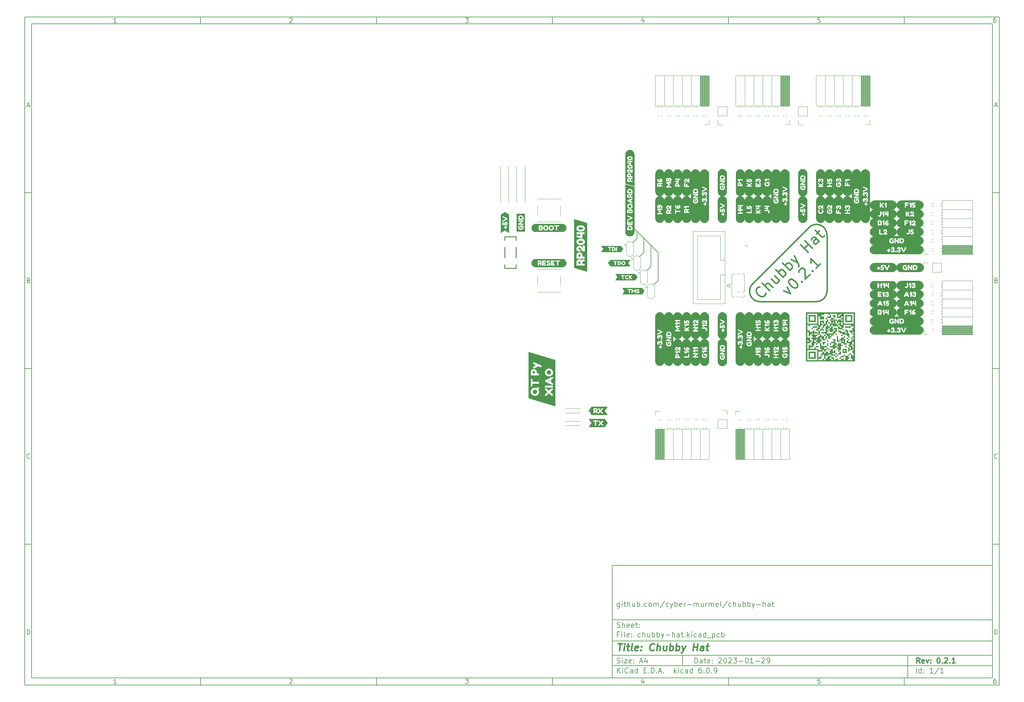
<source format=gbr>
%TF.GenerationSoftware,KiCad,Pcbnew,6.0.9*%
%TF.CreationDate,2023-01-31T15:22:11+01:00*%
%TF.ProjectId,chubby-hat,63687562-6279-42d6-9861-742e6b696361,0.2.1*%
%TF.SameCoordinates,Original*%
%TF.FileFunction,Legend,Top*%
%TF.FilePolarity,Positive*%
%FSLAX46Y46*%
G04 Gerber Fmt 4.6, Leading zero omitted, Abs format (unit mm)*
G04 Created by KiCad (PCBNEW 6.0.9) date 2023-01-31 15:22:11*
%MOMM*%
%LPD*%
G01*
G04 APERTURE LIST*
%ADD10C,0.100000*%
%ADD11C,0.150000*%
%ADD12C,0.300000*%
%ADD13C,0.400000*%
%ADD14C,0.450000*%
%ADD15C,0.254000*%
%ADD16C,0.120000*%
G04 APERTURE END LIST*
D10*
D11*
X177002200Y-166007200D02*
X177002200Y-198007200D01*
X285002200Y-198007200D01*
X285002200Y-166007200D01*
X177002200Y-166007200D01*
D10*
D11*
X10000000Y-10000000D02*
X10000000Y-200007200D01*
X287002200Y-200007200D01*
X287002200Y-10000000D01*
X10000000Y-10000000D01*
D10*
D11*
X12000000Y-12000000D02*
X12000000Y-198007200D01*
X285002200Y-198007200D01*
X285002200Y-12000000D01*
X12000000Y-12000000D01*
D10*
D11*
X60000000Y-12000000D02*
X60000000Y-10000000D01*
D10*
D11*
X110000000Y-12000000D02*
X110000000Y-10000000D01*
D10*
D11*
X160000000Y-12000000D02*
X160000000Y-10000000D01*
D10*
D11*
X210000000Y-12000000D02*
X210000000Y-10000000D01*
D10*
D11*
X260000000Y-12000000D02*
X260000000Y-10000000D01*
D10*
D11*
X36065476Y-11588095D02*
X35322619Y-11588095D01*
X35694047Y-11588095D02*
X35694047Y-10288095D01*
X35570238Y-10473809D01*
X35446428Y-10597619D01*
X35322619Y-10659523D01*
D10*
D11*
X85322619Y-10411904D02*
X85384523Y-10350000D01*
X85508333Y-10288095D01*
X85817857Y-10288095D01*
X85941666Y-10350000D01*
X86003571Y-10411904D01*
X86065476Y-10535714D01*
X86065476Y-10659523D01*
X86003571Y-10845238D01*
X85260714Y-11588095D01*
X86065476Y-11588095D01*
D10*
D11*
X135260714Y-10288095D02*
X136065476Y-10288095D01*
X135632142Y-10783333D01*
X135817857Y-10783333D01*
X135941666Y-10845238D01*
X136003571Y-10907142D01*
X136065476Y-11030952D01*
X136065476Y-11340476D01*
X136003571Y-11464285D01*
X135941666Y-11526190D01*
X135817857Y-11588095D01*
X135446428Y-11588095D01*
X135322619Y-11526190D01*
X135260714Y-11464285D01*
D10*
D11*
X185941666Y-10721428D02*
X185941666Y-11588095D01*
X185632142Y-10226190D02*
X185322619Y-11154761D01*
X186127380Y-11154761D01*
D10*
D11*
X236003571Y-10288095D02*
X235384523Y-10288095D01*
X235322619Y-10907142D01*
X235384523Y-10845238D01*
X235508333Y-10783333D01*
X235817857Y-10783333D01*
X235941666Y-10845238D01*
X236003571Y-10907142D01*
X236065476Y-11030952D01*
X236065476Y-11340476D01*
X236003571Y-11464285D01*
X235941666Y-11526190D01*
X235817857Y-11588095D01*
X235508333Y-11588095D01*
X235384523Y-11526190D01*
X235322619Y-11464285D01*
D10*
D11*
X285941666Y-10288095D02*
X285694047Y-10288095D01*
X285570238Y-10350000D01*
X285508333Y-10411904D01*
X285384523Y-10597619D01*
X285322619Y-10845238D01*
X285322619Y-11340476D01*
X285384523Y-11464285D01*
X285446428Y-11526190D01*
X285570238Y-11588095D01*
X285817857Y-11588095D01*
X285941666Y-11526190D01*
X286003571Y-11464285D01*
X286065476Y-11340476D01*
X286065476Y-11030952D01*
X286003571Y-10907142D01*
X285941666Y-10845238D01*
X285817857Y-10783333D01*
X285570238Y-10783333D01*
X285446428Y-10845238D01*
X285384523Y-10907142D01*
X285322619Y-11030952D01*
D10*
D11*
X60000000Y-198007200D02*
X60000000Y-200007200D01*
D10*
D11*
X110000000Y-198007200D02*
X110000000Y-200007200D01*
D10*
D11*
X160000000Y-198007200D02*
X160000000Y-200007200D01*
D10*
D11*
X210000000Y-198007200D02*
X210000000Y-200007200D01*
D10*
D11*
X260000000Y-198007200D02*
X260000000Y-200007200D01*
D10*
D11*
X36065476Y-199595295D02*
X35322619Y-199595295D01*
X35694047Y-199595295D02*
X35694047Y-198295295D01*
X35570238Y-198481009D01*
X35446428Y-198604819D01*
X35322619Y-198666723D01*
D10*
D11*
X85322619Y-198419104D02*
X85384523Y-198357200D01*
X85508333Y-198295295D01*
X85817857Y-198295295D01*
X85941666Y-198357200D01*
X86003571Y-198419104D01*
X86065476Y-198542914D01*
X86065476Y-198666723D01*
X86003571Y-198852438D01*
X85260714Y-199595295D01*
X86065476Y-199595295D01*
D10*
D11*
X135260714Y-198295295D02*
X136065476Y-198295295D01*
X135632142Y-198790533D01*
X135817857Y-198790533D01*
X135941666Y-198852438D01*
X136003571Y-198914342D01*
X136065476Y-199038152D01*
X136065476Y-199347676D01*
X136003571Y-199471485D01*
X135941666Y-199533390D01*
X135817857Y-199595295D01*
X135446428Y-199595295D01*
X135322619Y-199533390D01*
X135260714Y-199471485D01*
D10*
D11*
X185941666Y-198728628D02*
X185941666Y-199595295D01*
X185632142Y-198233390D02*
X185322619Y-199161961D01*
X186127380Y-199161961D01*
D10*
D11*
X236003571Y-198295295D02*
X235384523Y-198295295D01*
X235322619Y-198914342D01*
X235384523Y-198852438D01*
X235508333Y-198790533D01*
X235817857Y-198790533D01*
X235941666Y-198852438D01*
X236003571Y-198914342D01*
X236065476Y-199038152D01*
X236065476Y-199347676D01*
X236003571Y-199471485D01*
X235941666Y-199533390D01*
X235817857Y-199595295D01*
X235508333Y-199595295D01*
X235384523Y-199533390D01*
X235322619Y-199471485D01*
D10*
D11*
X285941666Y-198295295D02*
X285694047Y-198295295D01*
X285570238Y-198357200D01*
X285508333Y-198419104D01*
X285384523Y-198604819D01*
X285322619Y-198852438D01*
X285322619Y-199347676D01*
X285384523Y-199471485D01*
X285446428Y-199533390D01*
X285570238Y-199595295D01*
X285817857Y-199595295D01*
X285941666Y-199533390D01*
X286003571Y-199471485D01*
X286065476Y-199347676D01*
X286065476Y-199038152D01*
X286003571Y-198914342D01*
X285941666Y-198852438D01*
X285817857Y-198790533D01*
X285570238Y-198790533D01*
X285446428Y-198852438D01*
X285384523Y-198914342D01*
X285322619Y-199038152D01*
D10*
D11*
X10000000Y-60000000D02*
X12000000Y-60000000D01*
D10*
D11*
X10000000Y-110000000D02*
X12000000Y-110000000D01*
D10*
D11*
X10000000Y-160000000D02*
X12000000Y-160000000D01*
D10*
D11*
X10690476Y-35216666D02*
X11309523Y-35216666D01*
X10566666Y-35588095D02*
X11000000Y-34288095D01*
X11433333Y-35588095D01*
D10*
D11*
X11092857Y-84907142D02*
X11278571Y-84969047D01*
X11340476Y-85030952D01*
X11402380Y-85154761D01*
X11402380Y-85340476D01*
X11340476Y-85464285D01*
X11278571Y-85526190D01*
X11154761Y-85588095D01*
X10659523Y-85588095D01*
X10659523Y-84288095D01*
X11092857Y-84288095D01*
X11216666Y-84350000D01*
X11278571Y-84411904D01*
X11340476Y-84535714D01*
X11340476Y-84659523D01*
X11278571Y-84783333D01*
X11216666Y-84845238D01*
X11092857Y-84907142D01*
X10659523Y-84907142D01*
D10*
D11*
X11402380Y-135464285D02*
X11340476Y-135526190D01*
X11154761Y-135588095D01*
X11030952Y-135588095D01*
X10845238Y-135526190D01*
X10721428Y-135402380D01*
X10659523Y-135278571D01*
X10597619Y-135030952D01*
X10597619Y-134845238D01*
X10659523Y-134597619D01*
X10721428Y-134473809D01*
X10845238Y-134350000D01*
X11030952Y-134288095D01*
X11154761Y-134288095D01*
X11340476Y-134350000D01*
X11402380Y-134411904D01*
D10*
D11*
X10659523Y-185588095D02*
X10659523Y-184288095D01*
X10969047Y-184288095D01*
X11154761Y-184350000D01*
X11278571Y-184473809D01*
X11340476Y-184597619D01*
X11402380Y-184845238D01*
X11402380Y-185030952D01*
X11340476Y-185278571D01*
X11278571Y-185402380D01*
X11154761Y-185526190D01*
X10969047Y-185588095D01*
X10659523Y-185588095D01*
D10*
D11*
X287002200Y-60000000D02*
X285002200Y-60000000D01*
D10*
D11*
X287002200Y-110000000D02*
X285002200Y-110000000D01*
D10*
D11*
X287002200Y-160000000D02*
X285002200Y-160000000D01*
D10*
D11*
X285692676Y-35216666D02*
X286311723Y-35216666D01*
X285568866Y-35588095D02*
X286002200Y-34288095D01*
X286435533Y-35588095D01*
D10*
D11*
X286095057Y-84907142D02*
X286280771Y-84969047D01*
X286342676Y-85030952D01*
X286404580Y-85154761D01*
X286404580Y-85340476D01*
X286342676Y-85464285D01*
X286280771Y-85526190D01*
X286156961Y-85588095D01*
X285661723Y-85588095D01*
X285661723Y-84288095D01*
X286095057Y-84288095D01*
X286218866Y-84350000D01*
X286280771Y-84411904D01*
X286342676Y-84535714D01*
X286342676Y-84659523D01*
X286280771Y-84783333D01*
X286218866Y-84845238D01*
X286095057Y-84907142D01*
X285661723Y-84907142D01*
D10*
D11*
X286404580Y-135464285D02*
X286342676Y-135526190D01*
X286156961Y-135588095D01*
X286033152Y-135588095D01*
X285847438Y-135526190D01*
X285723628Y-135402380D01*
X285661723Y-135278571D01*
X285599819Y-135030952D01*
X285599819Y-134845238D01*
X285661723Y-134597619D01*
X285723628Y-134473809D01*
X285847438Y-134350000D01*
X286033152Y-134288095D01*
X286156961Y-134288095D01*
X286342676Y-134350000D01*
X286404580Y-134411904D01*
D10*
D11*
X285661723Y-185588095D02*
X285661723Y-184288095D01*
X285971247Y-184288095D01*
X286156961Y-184350000D01*
X286280771Y-184473809D01*
X286342676Y-184597619D01*
X286404580Y-184845238D01*
X286404580Y-185030952D01*
X286342676Y-185278571D01*
X286280771Y-185402380D01*
X286156961Y-185526190D01*
X285971247Y-185588095D01*
X285661723Y-185588095D01*
D10*
D11*
X200434342Y-193785771D02*
X200434342Y-192285771D01*
X200791485Y-192285771D01*
X201005771Y-192357200D01*
X201148628Y-192500057D01*
X201220057Y-192642914D01*
X201291485Y-192928628D01*
X201291485Y-193142914D01*
X201220057Y-193428628D01*
X201148628Y-193571485D01*
X201005771Y-193714342D01*
X200791485Y-193785771D01*
X200434342Y-193785771D01*
X202577200Y-193785771D02*
X202577200Y-193000057D01*
X202505771Y-192857200D01*
X202362914Y-192785771D01*
X202077200Y-192785771D01*
X201934342Y-192857200D01*
X202577200Y-193714342D02*
X202434342Y-193785771D01*
X202077200Y-193785771D01*
X201934342Y-193714342D01*
X201862914Y-193571485D01*
X201862914Y-193428628D01*
X201934342Y-193285771D01*
X202077200Y-193214342D01*
X202434342Y-193214342D01*
X202577200Y-193142914D01*
X203077200Y-192785771D02*
X203648628Y-192785771D01*
X203291485Y-192285771D02*
X203291485Y-193571485D01*
X203362914Y-193714342D01*
X203505771Y-193785771D01*
X203648628Y-193785771D01*
X204720057Y-193714342D02*
X204577200Y-193785771D01*
X204291485Y-193785771D01*
X204148628Y-193714342D01*
X204077200Y-193571485D01*
X204077200Y-193000057D01*
X204148628Y-192857200D01*
X204291485Y-192785771D01*
X204577200Y-192785771D01*
X204720057Y-192857200D01*
X204791485Y-193000057D01*
X204791485Y-193142914D01*
X204077200Y-193285771D01*
X205434342Y-193642914D02*
X205505771Y-193714342D01*
X205434342Y-193785771D01*
X205362914Y-193714342D01*
X205434342Y-193642914D01*
X205434342Y-193785771D01*
X205434342Y-192857200D02*
X205505771Y-192928628D01*
X205434342Y-193000057D01*
X205362914Y-192928628D01*
X205434342Y-192857200D01*
X205434342Y-193000057D01*
X207220057Y-192428628D02*
X207291485Y-192357200D01*
X207434342Y-192285771D01*
X207791485Y-192285771D01*
X207934342Y-192357200D01*
X208005771Y-192428628D01*
X208077200Y-192571485D01*
X208077200Y-192714342D01*
X208005771Y-192928628D01*
X207148628Y-193785771D01*
X208077200Y-193785771D01*
X209005771Y-192285771D02*
X209148628Y-192285771D01*
X209291485Y-192357200D01*
X209362914Y-192428628D01*
X209434342Y-192571485D01*
X209505771Y-192857200D01*
X209505771Y-193214342D01*
X209434342Y-193500057D01*
X209362914Y-193642914D01*
X209291485Y-193714342D01*
X209148628Y-193785771D01*
X209005771Y-193785771D01*
X208862914Y-193714342D01*
X208791485Y-193642914D01*
X208720057Y-193500057D01*
X208648628Y-193214342D01*
X208648628Y-192857200D01*
X208720057Y-192571485D01*
X208791485Y-192428628D01*
X208862914Y-192357200D01*
X209005771Y-192285771D01*
X210077200Y-192428628D02*
X210148628Y-192357200D01*
X210291485Y-192285771D01*
X210648628Y-192285771D01*
X210791485Y-192357200D01*
X210862914Y-192428628D01*
X210934342Y-192571485D01*
X210934342Y-192714342D01*
X210862914Y-192928628D01*
X210005771Y-193785771D01*
X210934342Y-193785771D01*
X211434342Y-192285771D02*
X212362914Y-192285771D01*
X211862914Y-192857200D01*
X212077200Y-192857200D01*
X212220057Y-192928628D01*
X212291485Y-193000057D01*
X212362914Y-193142914D01*
X212362914Y-193500057D01*
X212291485Y-193642914D01*
X212220057Y-193714342D01*
X212077200Y-193785771D01*
X211648628Y-193785771D01*
X211505771Y-193714342D01*
X211434342Y-193642914D01*
X213005771Y-193214342D02*
X214148628Y-193214342D01*
X215148628Y-192285771D02*
X215291485Y-192285771D01*
X215434342Y-192357200D01*
X215505771Y-192428628D01*
X215577200Y-192571485D01*
X215648628Y-192857200D01*
X215648628Y-193214342D01*
X215577200Y-193500057D01*
X215505771Y-193642914D01*
X215434342Y-193714342D01*
X215291485Y-193785771D01*
X215148628Y-193785771D01*
X215005771Y-193714342D01*
X214934342Y-193642914D01*
X214862914Y-193500057D01*
X214791485Y-193214342D01*
X214791485Y-192857200D01*
X214862914Y-192571485D01*
X214934342Y-192428628D01*
X215005771Y-192357200D01*
X215148628Y-192285771D01*
X217077200Y-193785771D02*
X216220057Y-193785771D01*
X216648628Y-193785771D02*
X216648628Y-192285771D01*
X216505771Y-192500057D01*
X216362914Y-192642914D01*
X216220057Y-192714342D01*
X217720057Y-193214342D02*
X218862914Y-193214342D01*
X219505771Y-192428628D02*
X219577200Y-192357200D01*
X219720057Y-192285771D01*
X220077200Y-192285771D01*
X220220057Y-192357200D01*
X220291485Y-192428628D01*
X220362914Y-192571485D01*
X220362914Y-192714342D01*
X220291485Y-192928628D01*
X219434342Y-193785771D01*
X220362914Y-193785771D01*
X221077200Y-193785771D02*
X221362914Y-193785771D01*
X221505771Y-193714342D01*
X221577200Y-193642914D01*
X221720057Y-193428628D01*
X221791485Y-193142914D01*
X221791485Y-192571485D01*
X221720057Y-192428628D01*
X221648628Y-192357200D01*
X221505771Y-192285771D01*
X221220057Y-192285771D01*
X221077200Y-192357200D01*
X221005771Y-192428628D01*
X220934342Y-192571485D01*
X220934342Y-192928628D01*
X221005771Y-193071485D01*
X221077200Y-193142914D01*
X221220057Y-193214342D01*
X221505771Y-193214342D01*
X221648628Y-193142914D01*
X221720057Y-193071485D01*
X221791485Y-192928628D01*
D10*
D11*
X177002200Y-194507200D02*
X285002200Y-194507200D01*
D10*
D11*
X178434342Y-196585771D02*
X178434342Y-195085771D01*
X179291485Y-196585771D02*
X178648628Y-195728628D01*
X179291485Y-195085771D02*
X178434342Y-195942914D01*
X179934342Y-196585771D02*
X179934342Y-195585771D01*
X179934342Y-195085771D02*
X179862914Y-195157200D01*
X179934342Y-195228628D01*
X180005771Y-195157200D01*
X179934342Y-195085771D01*
X179934342Y-195228628D01*
X181505771Y-196442914D02*
X181434342Y-196514342D01*
X181220057Y-196585771D01*
X181077200Y-196585771D01*
X180862914Y-196514342D01*
X180720057Y-196371485D01*
X180648628Y-196228628D01*
X180577200Y-195942914D01*
X180577200Y-195728628D01*
X180648628Y-195442914D01*
X180720057Y-195300057D01*
X180862914Y-195157200D01*
X181077200Y-195085771D01*
X181220057Y-195085771D01*
X181434342Y-195157200D01*
X181505771Y-195228628D01*
X182791485Y-196585771D02*
X182791485Y-195800057D01*
X182720057Y-195657200D01*
X182577200Y-195585771D01*
X182291485Y-195585771D01*
X182148628Y-195657200D01*
X182791485Y-196514342D02*
X182648628Y-196585771D01*
X182291485Y-196585771D01*
X182148628Y-196514342D01*
X182077200Y-196371485D01*
X182077200Y-196228628D01*
X182148628Y-196085771D01*
X182291485Y-196014342D01*
X182648628Y-196014342D01*
X182791485Y-195942914D01*
X184148628Y-196585771D02*
X184148628Y-195085771D01*
X184148628Y-196514342D02*
X184005771Y-196585771D01*
X183720057Y-196585771D01*
X183577200Y-196514342D01*
X183505771Y-196442914D01*
X183434342Y-196300057D01*
X183434342Y-195871485D01*
X183505771Y-195728628D01*
X183577200Y-195657200D01*
X183720057Y-195585771D01*
X184005771Y-195585771D01*
X184148628Y-195657200D01*
X186005771Y-195800057D02*
X186505771Y-195800057D01*
X186720057Y-196585771D02*
X186005771Y-196585771D01*
X186005771Y-195085771D01*
X186720057Y-195085771D01*
X187362914Y-196442914D02*
X187434342Y-196514342D01*
X187362914Y-196585771D01*
X187291485Y-196514342D01*
X187362914Y-196442914D01*
X187362914Y-196585771D01*
X188077200Y-196585771D02*
X188077200Y-195085771D01*
X188434342Y-195085771D01*
X188648628Y-195157200D01*
X188791485Y-195300057D01*
X188862914Y-195442914D01*
X188934342Y-195728628D01*
X188934342Y-195942914D01*
X188862914Y-196228628D01*
X188791485Y-196371485D01*
X188648628Y-196514342D01*
X188434342Y-196585771D01*
X188077200Y-196585771D01*
X189577200Y-196442914D02*
X189648628Y-196514342D01*
X189577200Y-196585771D01*
X189505771Y-196514342D01*
X189577200Y-196442914D01*
X189577200Y-196585771D01*
X190220057Y-196157200D02*
X190934342Y-196157200D01*
X190077200Y-196585771D02*
X190577200Y-195085771D01*
X191077200Y-196585771D01*
X191577200Y-196442914D02*
X191648628Y-196514342D01*
X191577200Y-196585771D01*
X191505771Y-196514342D01*
X191577200Y-196442914D01*
X191577200Y-196585771D01*
X194577200Y-196585771D02*
X194577200Y-195085771D01*
X194720057Y-196014342D02*
X195148628Y-196585771D01*
X195148628Y-195585771D02*
X194577200Y-196157200D01*
X195791485Y-196585771D02*
X195791485Y-195585771D01*
X195791485Y-195085771D02*
X195720057Y-195157200D01*
X195791485Y-195228628D01*
X195862914Y-195157200D01*
X195791485Y-195085771D01*
X195791485Y-195228628D01*
X197148628Y-196514342D02*
X197005771Y-196585771D01*
X196720057Y-196585771D01*
X196577200Y-196514342D01*
X196505771Y-196442914D01*
X196434342Y-196300057D01*
X196434342Y-195871485D01*
X196505771Y-195728628D01*
X196577200Y-195657200D01*
X196720057Y-195585771D01*
X197005771Y-195585771D01*
X197148628Y-195657200D01*
X198434342Y-196585771D02*
X198434342Y-195800057D01*
X198362914Y-195657200D01*
X198220057Y-195585771D01*
X197934342Y-195585771D01*
X197791485Y-195657200D01*
X198434342Y-196514342D02*
X198291485Y-196585771D01*
X197934342Y-196585771D01*
X197791485Y-196514342D01*
X197720057Y-196371485D01*
X197720057Y-196228628D01*
X197791485Y-196085771D01*
X197934342Y-196014342D01*
X198291485Y-196014342D01*
X198434342Y-195942914D01*
X199791485Y-196585771D02*
X199791485Y-195085771D01*
X199791485Y-196514342D02*
X199648628Y-196585771D01*
X199362914Y-196585771D01*
X199220057Y-196514342D01*
X199148628Y-196442914D01*
X199077200Y-196300057D01*
X199077200Y-195871485D01*
X199148628Y-195728628D01*
X199220057Y-195657200D01*
X199362914Y-195585771D01*
X199648628Y-195585771D01*
X199791485Y-195657200D01*
X202291485Y-195085771D02*
X202005771Y-195085771D01*
X201862914Y-195157200D01*
X201791485Y-195228628D01*
X201648628Y-195442914D01*
X201577200Y-195728628D01*
X201577200Y-196300057D01*
X201648628Y-196442914D01*
X201720057Y-196514342D01*
X201862914Y-196585771D01*
X202148628Y-196585771D01*
X202291485Y-196514342D01*
X202362914Y-196442914D01*
X202434342Y-196300057D01*
X202434342Y-195942914D01*
X202362914Y-195800057D01*
X202291485Y-195728628D01*
X202148628Y-195657200D01*
X201862914Y-195657200D01*
X201720057Y-195728628D01*
X201648628Y-195800057D01*
X201577200Y-195942914D01*
X203077200Y-196442914D02*
X203148628Y-196514342D01*
X203077200Y-196585771D01*
X203005771Y-196514342D01*
X203077200Y-196442914D01*
X203077200Y-196585771D01*
X204077200Y-195085771D02*
X204220057Y-195085771D01*
X204362914Y-195157200D01*
X204434342Y-195228628D01*
X204505771Y-195371485D01*
X204577200Y-195657200D01*
X204577200Y-196014342D01*
X204505771Y-196300057D01*
X204434342Y-196442914D01*
X204362914Y-196514342D01*
X204220057Y-196585771D01*
X204077200Y-196585771D01*
X203934342Y-196514342D01*
X203862914Y-196442914D01*
X203791485Y-196300057D01*
X203720057Y-196014342D01*
X203720057Y-195657200D01*
X203791485Y-195371485D01*
X203862914Y-195228628D01*
X203934342Y-195157200D01*
X204077200Y-195085771D01*
X205220057Y-196442914D02*
X205291485Y-196514342D01*
X205220057Y-196585771D01*
X205148628Y-196514342D01*
X205220057Y-196442914D01*
X205220057Y-196585771D01*
X206005771Y-196585771D02*
X206291485Y-196585771D01*
X206434342Y-196514342D01*
X206505771Y-196442914D01*
X206648628Y-196228628D01*
X206720057Y-195942914D01*
X206720057Y-195371485D01*
X206648628Y-195228628D01*
X206577200Y-195157200D01*
X206434342Y-195085771D01*
X206148628Y-195085771D01*
X206005771Y-195157200D01*
X205934342Y-195228628D01*
X205862914Y-195371485D01*
X205862914Y-195728628D01*
X205934342Y-195871485D01*
X206005771Y-195942914D01*
X206148628Y-196014342D01*
X206434342Y-196014342D01*
X206577200Y-195942914D01*
X206648628Y-195871485D01*
X206720057Y-195728628D01*
D10*
D11*
X177002200Y-191507200D02*
X285002200Y-191507200D01*
D10*
D12*
X264411485Y-193785771D02*
X263911485Y-193071485D01*
X263554342Y-193785771D02*
X263554342Y-192285771D01*
X264125771Y-192285771D01*
X264268628Y-192357200D01*
X264340057Y-192428628D01*
X264411485Y-192571485D01*
X264411485Y-192785771D01*
X264340057Y-192928628D01*
X264268628Y-193000057D01*
X264125771Y-193071485D01*
X263554342Y-193071485D01*
X265625771Y-193714342D02*
X265482914Y-193785771D01*
X265197200Y-193785771D01*
X265054342Y-193714342D01*
X264982914Y-193571485D01*
X264982914Y-193000057D01*
X265054342Y-192857200D01*
X265197200Y-192785771D01*
X265482914Y-192785771D01*
X265625771Y-192857200D01*
X265697200Y-193000057D01*
X265697200Y-193142914D01*
X264982914Y-193285771D01*
X266197200Y-192785771D02*
X266554342Y-193785771D01*
X266911485Y-192785771D01*
X267482914Y-193642914D02*
X267554342Y-193714342D01*
X267482914Y-193785771D01*
X267411485Y-193714342D01*
X267482914Y-193642914D01*
X267482914Y-193785771D01*
X267482914Y-192857200D02*
X267554342Y-192928628D01*
X267482914Y-193000057D01*
X267411485Y-192928628D01*
X267482914Y-192857200D01*
X267482914Y-193000057D01*
X269625771Y-192285771D02*
X269768628Y-192285771D01*
X269911485Y-192357200D01*
X269982914Y-192428628D01*
X270054342Y-192571485D01*
X270125771Y-192857200D01*
X270125771Y-193214342D01*
X270054342Y-193500057D01*
X269982914Y-193642914D01*
X269911485Y-193714342D01*
X269768628Y-193785771D01*
X269625771Y-193785771D01*
X269482914Y-193714342D01*
X269411485Y-193642914D01*
X269340057Y-193500057D01*
X269268628Y-193214342D01*
X269268628Y-192857200D01*
X269340057Y-192571485D01*
X269411485Y-192428628D01*
X269482914Y-192357200D01*
X269625771Y-192285771D01*
X270768628Y-193642914D02*
X270840057Y-193714342D01*
X270768628Y-193785771D01*
X270697200Y-193714342D01*
X270768628Y-193642914D01*
X270768628Y-193785771D01*
X271411485Y-192428628D02*
X271482914Y-192357200D01*
X271625771Y-192285771D01*
X271982914Y-192285771D01*
X272125771Y-192357200D01*
X272197200Y-192428628D01*
X272268628Y-192571485D01*
X272268628Y-192714342D01*
X272197200Y-192928628D01*
X271340057Y-193785771D01*
X272268628Y-193785771D01*
X272911485Y-193642914D02*
X272982914Y-193714342D01*
X272911485Y-193785771D01*
X272840057Y-193714342D01*
X272911485Y-193642914D01*
X272911485Y-193785771D01*
X274411485Y-193785771D02*
X273554342Y-193785771D01*
X273982914Y-193785771D02*
X273982914Y-192285771D01*
X273840057Y-192500057D01*
X273697200Y-192642914D01*
X273554342Y-192714342D01*
D10*
D11*
X178362914Y-193714342D02*
X178577200Y-193785771D01*
X178934342Y-193785771D01*
X179077200Y-193714342D01*
X179148628Y-193642914D01*
X179220057Y-193500057D01*
X179220057Y-193357200D01*
X179148628Y-193214342D01*
X179077200Y-193142914D01*
X178934342Y-193071485D01*
X178648628Y-193000057D01*
X178505771Y-192928628D01*
X178434342Y-192857200D01*
X178362914Y-192714342D01*
X178362914Y-192571485D01*
X178434342Y-192428628D01*
X178505771Y-192357200D01*
X178648628Y-192285771D01*
X179005771Y-192285771D01*
X179220057Y-192357200D01*
X179862914Y-193785771D02*
X179862914Y-192785771D01*
X179862914Y-192285771D02*
X179791485Y-192357200D01*
X179862914Y-192428628D01*
X179934342Y-192357200D01*
X179862914Y-192285771D01*
X179862914Y-192428628D01*
X180434342Y-192785771D02*
X181220057Y-192785771D01*
X180434342Y-193785771D01*
X181220057Y-193785771D01*
X182362914Y-193714342D02*
X182220057Y-193785771D01*
X181934342Y-193785771D01*
X181791485Y-193714342D01*
X181720057Y-193571485D01*
X181720057Y-193000057D01*
X181791485Y-192857200D01*
X181934342Y-192785771D01*
X182220057Y-192785771D01*
X182362914Y-192857200D01*
X182434342Y-193000057D01*
X182434342Y-193142914D01*
X181720057Y-193285771D01*
X183077200Y-193642914D02*
X183148628Y-193714342D01*
X183077200Y-193785771D01*
X183005771Y-193714342D01*
X183077200Y-193642914D01*
X183077200Y-193785771D01*
X183077200Y-192857200D02*
X183148628Y-192928628D01*
X183077200Y-193000057D01*
X183005771Y-192928628D01*
X183077200Y-192857200D01*
X183077200Y-193000057D01*
X184862914Y-193357200D02*
X185577200Y-193357200D01*
X184720057Y-193785771D02*
X185220057Y-192285771D01*
X185720057Y-193785771D01*
X186862914Y-192785771D02*
X186862914Y-193785771D01*
X186505771Y-192214342D02*
X186148628Y-193285771D01*
X187077200Y-193285771D01*
D10*
D11*
X263434342Y-196585771D02*
X263434342Y-195085771D01*
X264791485Y-196585771D02*
X264791485Y-195085771D01*
X264791485Y-196514342D02*
X264648628Y-196585771D01*
X264362914Y-196585771D01*
X264220057Y-196514342D01*
X264148628Y-196442914D01*
X264077200Y-196300057D01*
X264077200Y-195871485D01*
X264148628Y-195728628D01*
X264220057Y-195657200D01*
X264362914Y-195585771D01*
X264648628Y-195585771D01*
X264791485Y-195657200D01*
X265505771Y-196442914D02*
X265577200Y-196514342D01*
X265505771Y-196585771D01*
X265434342Y-196514342D01*
X265505771Y-196442914D01*
X265505771Y-196585771D01*
X265505771Y-195657200D02*
X265577200Y-195728628D01*
X265505771Y-195800057D01*
X265434342Y-195728628D01*
X265505771Y-195657200D01*
X265505771Y-195800057D01*
X268148628Y-196585771D02*
X267291485Y-196585771D01*
X267720057Y-196585771D02*
X267720057Y-195085771D01*
X267577200Y-195300057D01*
X267434342Y-195442914D01*
X267291485Y-195514342D01*
X269862914Y-195014342D02*
X268577200Y-196942914D01*
X271148628Y-196585771D02*
X270291485Y-196585771D01*
X270720057Y-196585771D02*
X270720057Y-195085771D01*
X270577200Y-195300057D01*
X270434342Y-195442914D01*
X270291485Y-195514342D01*
D10*
D11*
X177002200Y-187507200D02*
X285002200Y-187507200D01*
D10*
D13*
X178714580Y-188211961D02*
X179857438Y-188211961D01*
X179036009Y-190211961D02*
X179286009Y-188211961D01*
X180274104Y-190211961D02*
X180440771Y-188878628D01*
X180524104Y-188211961D02*
X180416961Y-188307200D01*
X180500295Y-188402438D01*
X180607438Y-188307200D01*
X180524104Y-188211961D01*
X180500295Y-188402438D01*
X181107438Y-188878628D02*
X181869342Y-188878628D01*
X181476485Y-188211961D02*
X181262200Y-189926247D01*
X181333628Y-190116723D01*
X181512200Y-190211961D01*
X181702676Y-190211961D01*
X182655057Y-190211961D02*
X182476485Y-190116723D01*
X182405057Y-189926247D01*
X182619342Y-188211961D01*
X184190771Y-190116723D02*
X183988390Y-190211961D01*
X183607438Y-190211961D01*
X183428866Y-190116723D01*
X183357438Y-189926247D01*
X183452676Y-189164342D01*
X183571723Y-188973866D01*
X183774104Y-188878628D01*
X184155057Y-188878628D01*
X184333628Y-188973866D01*
X184405057Y-189164342D01*
X184381247Y-189354819D01*
X183405057Y-189545295D01*
X185155057Y-190021485D02*
X185238390Y-190116723D01*
X185131247Y-190211961D01*
X185047914Y-190116723D01*
X185155057Y-190021485D01*
X185131247Y-190211961D01*
X185286009Y-188973866D02*
X185369342Y-189069104D01*
X185262200Y-189164342D01*
X185178866Y-189069104D01*
X185286009Y-188973866D01*
X185262200Y-189164342D01*
X188774104Y-190021485D02*
X188666961Y-190116723D01*
X188369342Y-190211961D01*
X188178866Y-190211961D01*
X187905057Y-190116723D01*
X187738390Y-189926247D01*
X187666961Y-189735771D01*
X187619342Y-189354819D01*
X187655057Y-189069104D01*
X187797914Y-188688152D01*
X187916961Y-188497676D01*
X188131247Y-188307200D01*
X188428866Y-188211961D01*
X188619342Y-188211961D01*
X188893152Y-188307200D01*
X188976485Y-188402438D01*
X189607438Y-190211961D02*
X189857438Y-188211961D01*
X190464580Y-190211961D02*
X190595533Y-189164342D01*
X190524104Y-188973866D01*
X190345533Y-188878628D01*
X190059819Y-188878628D01*
X189857438Y-188973866D01*
X189750295Y-189069104D01*
X192440771Y-188878628D02*
X192274104Y-190211961D01*
X191583628Y-188878628D02*
X191452676Y-189926247D01*
X191524104Y-190116723D01*
X191702676Y-190211961D01*
X191988390Y-190211961D01*
X192190771Y-190116723D01*
X192297914Y-190021485D01*
X193226485Y-190211961D02*
X193476485Y-188211961D01*
X193381247Y-188973866D02*
X193583628Y-188878628D01*
X193964580Y-188878628D01*
X194143152Y-188973866D01*
X194226485Y-189069104D01*
X194297914Y-189259580D01*
X194226485Y-189831009D01*
X194107438Y-190021485D01*
X194000295Y-190116723D01*
X193797914Y-190211961D01*
X193416961Y-190211961D01*
X193238390Y-190116723D01*
X195036009Y-190211961D02*
X195286009Y-188211961D01*
X195190771Y-188973866D02*
X195393152Y-188878628D01*
X195774104Y-188878628D01*
X195952676Y-188973866D01*
X196036009Y-189069104D01*
X196107438Y-189259580D01*
X196036009Y-189831009D01*
X195916961Y-190021485D01*
X195809819Y-190116723D01*
X195607438Y-190211961D01*
X195226485Y-190211961D01*
X195047914Y-190116723D01*
X196821723Y-188878628D02*
X197131247Y-190211961D01*
X197774104Y-188878628D02*
X197131247Y-190211961D01*
X196881247Y-190688152D01*
X196774104Y-190783390D01*
X196571723Y-190878628D01*
X199893152Y-190211961D02*
X200143152Y-188211961D01*
X200024104Y-189164342D02*
X201166961Y-189164342D01*
X201036009Y-190211961D02*
X201286009Y-188211961D01*
X202845533Y-190211961D02*
X202976485Y-189164342D01*
X202905057Y-188973866D01*
X202726485Y-188878628D01*
X202345533Y-188878628D01*
X202143152Y-188973866D01*
X202857438Y-190116723D02*
X202655057Y-190211961D01*
X202178866Y-190211961D01*
X202000295Y-190116723D01*
X201928866Y-189926247D01*
X201952676Y-189735771D01*
X202071723Y-189545295D01*
X202274104Y-189450057D01*
X202750295Y-189450057D01*
X202952676Y-189354819D01*
X203678866Y-188878628D02*
X204440771Y-188878628D01*
X204047914Y-188211961D02*
X203833628Y-189926247D01*
X203905057Y-190116723D01*
X204083628Y-190211961D01*
X204274104Y-190211961D01*
D10*
D11*
X178934342Y-185600057D02*
X178434342Y-185600057D01*
X178434342Y-186385771D02*
X178434342Y-184885771D01*
X179148628Y-184885771D01*
X179720057Y-186385771D02*
X179720057Y-185385771D01*
X179720057Y-184885771D02*
X179648628Y-184957200D01*
X179720057Y-185028628D01*
X179791485Y-184957200D01*
X179720057Y-184885771D01*
X179720057Y-185028628D01*
X180648628Y-186385771D02*
X180505771Y-186314342D01*
X180434342Y-186171485D01*
X180434342Y-184885771D01*
X181791485Y-186314342D02*
X181648628Y-186385771D01*
X181362914Y-186385771D01*
X181220057Y-186314342D01*
X181148628Y-186171485D01*
X181148628Y-185600057D01*
X181220057Y-185457200D01*
X181362914Y-185385771D01*
X181648628Y-185385771D01*
X181791485Y-185457200D01*
X181862914Y-185600057D01*
X181862914Y-185742914D01*
X181148628Y-185885771D01*
X182505771Y-186242914D02*
X182577200Y-186314342D01*
X182505771Y-186385771D01*
X182434342Y-186314342D01*
X182505771Y-186242914D01*
X182505771Y-186385771D01*
X182505771Y-185457200D02*
X182577200Y-185528628D01*
X182505771Y-185600057D01*
X182434342Y-185528628D01*
X182505771Y-185457200D01*
X182505771Y-185600057D01*
X185005771Y-186314342D02*
X184862914Y-186385771D01*
X184577200Y-186385771D01*
X184434342Y-186314342D01*
X184362914Y-186242914D01*
X184291485Y-186100057D01*
X184291485Y-185671485D01*
X184362914Y-185528628D01*
X184434342Y-185457200D01*
X184577200Y-185385771D01*
X184862914Y-185385771D01*
X185005771Y-185457200D01*
X185648628Y-186385771D02*
X185648628Y-184885771D01*
X186291485Y-186385771D02*
X186291485Y-185600057D01*
X186220057Y-185457200D01*
X186077200Y-185385771D01*
X185862914Y-185385771D01*
X185720057Y-185457200D01*
X185648628Y-185528628D01*
X187648628Y-185385771D02*
X187648628Y-186385771D01*
X187005771Y-185385771D02*
X187005771Y-186171485D01*
X187077200Y-186314342D01*
X187220057Y-186385771D01*
X187434342Y-186385771D01*
X187577200Y-186314342D01*
X187648628Y-186242914D01*
X188362914Y-186385771D02*
X188362914Y-184885771D01*
X188362914Y-185457200D02*
X188505771Y-185385771D01*
X188791485Y-185385771D01*
X188934342Y-185457200D01*
X189005771Y-185528628D01*
X189077200Y-185671485D01*
X189077200Y-186100057D01*
X189005771Y-186242914D01*
X188934342Y-186314342D01*
X188791485Y-186385771D01*
X188505771Y-186385771D01*
X188362914Y-186314342D01*
X189720057Y-186385771D02*
X189720057Y-184885771D01*
X189720057Y-185457200D02*
X189862914Y-185385771D01*
X190148628Y-185385771D01*
X190291485Y-185457200D01*
X190362914Y-185528628D01*
X190434342Y-185671485D01*
X190434342Y-186100057D01*
X190362914Y-186242914D01*
X190291485Y-186314342D01*
X190148628Y-186385771D01*
X189862914Y-186385771D01*
X189720057Y-186314342D01*
X190934342Y-185385771D02*
X191291485Y-186385771D01*
X191648628Y-185385771D02*
X191291485Y-186385771D01*
X191148628Y-186742914D01*
X191077200Y-186814342D01*
X190934342Y-186885771D01*
X192220057Y-185814342D02*
X193362914Y-185814342D01*
X194077200Y-186385771D02*
X194077200Y-184885771D01*
X194720057Y-186385771D02*
X194720057Y-185600057D01*
X194648628Y-185457200D01*
X194505771Y-185385771D01*
X194291485Y-185385771D01*
X194148628Y-185457200D01*
X194077200Y-185528628D01*
X196077200Y-186385771D02*
X196077200Y-185600057D01*
X196005771Y-185457200D01*
X195862914Y-185385771D01*
X195577200Y-185385771D01*
X195434342Y-185457200D01*
X196077200Y-186314342D02*
X195934342Y-186385771D01*
X195577200Y-186385771D01*
X195434342Y-186314342D01*
X195362914Y-186171485D01*
X195362914Y-186028628D01*
X195434342Y-185885771D01*
X195577200Y-185814342D01*
X195934342Y-185814342D01*
X196077200Y-185742914D01*
X196577200Y-185385771D02*
X197148628Y-185385771D01*
X196791485Y-184885771D02*
X196791485Y-186171485D01*
X196862914Y-186314342D01*
X197005771Y-186385771D01*
X197148628Y-186385771D01*
X197648628Y-186242914D02*
X197720057Y-186314342D01*
X197648628Y-186385771D01*
X197577200Y-186314342D01*
X197648628Y-186242914D01*
X197648628Y-186385771D01*
X198362914Y-186385771D02*
X198362914Y-184885771D01*
X198505771Y-185814342D02*
X198934342Y-186385771D01*
X198934342Y-185385771D02*
X198362914Y-185957200D01*
X199577200Y-186385771D02*
X199577200Y-185385771D01*
X199577200Y-184885771D02*
X199505771Y-184957200D01*
X199577200Y-185028628D01*
X199648628Y-184957200D01*
X199577200Y-184885771D01*
X199577200Y-185028628D01*
X200934342Y-186314342D02*
X200791485Y-186385771D01*
X200505771Y-186385771D01*
X200362914Y-186314342D01*
X200291485Y-186242914D01*
X200220057Y-186100057D01*
X200220057Y-185671485D01*
X200291485Y-185528628D01*
X200362914Y-185457200D01*
X200505771Y-185385771D01*
X200791485Y-185385771D01*
X200934342Y-185457200D01*
X202220057Y-186385771D02*
X202220057Y-185600057D01*
X202148628Y-185457200D01*
X202005771Y-185385771D01*
X201720057Y-185385771D01*
X201577200Y-185457200D01*
X202220057Y-186314342D02*
X202077200Y-186385771D01*
X201720057Y-186385771D01*
X201577200Y-186314342D01*
X201505771Y-186171485D01*
X201505771Y-186028628D01*
X201577200Y-185885771D01*
X201720057Y-185814342D01*
X202077200Y-185814342D01*
X202220057Y-185742914D01*
X203577200Y-186385771D02*
X203577200Y-184885771D01*
X203577200Y-186314342D02*
X203434342Y-186385771D01*
X203148628Y-186385771D01*
X203005771Y-186314342D01*
X202934342Y-186242914D01*
X202862914Y-186100057D01*
X202862914Y-185671485D01*
X202934342Y-185528628D01*
X203005771Y-185457200D01*
X203148628Y-185385771D01*
X203434342Y-185385771D01*
X203577200Y-185457200D01*
X203934342Y-186528628D02*
X205077200Y-186528628D01*
X205434342Y-185385771D02*
X205434342Y-186885771D01*
X205434342Y-185457200D02*
X205577200Y-185385771D01*
X205862914Y-185385771D01*
X206005771Y-185457200D01*
X206077200Y-185528628D01*
X206148628Y-185671485D01*
X206148628Y-186100057D01*
X206077200Y-186242914D01*
X206005771Y-186314342D01*
X205862914Y-186385771D01*
X205577200Y-186385771D01*
X205434342Y-186314342D01*
X207434342Y-186314342D02*
X207291485Y-186385771D01*
X207005771Y-186385771D01*
X206862914Y-186314342D01*
X206791485Y-186242914D01*
X206720057Y-186100057D01*
X206720057Y-185671485D01*
X206791485Y-185528628D01*
X206862914Y-185457200D01*
X207005771Y-185385771D01*
X207291485Y-185385771D01*
X207434342Y-185457200D01*
X208077200Y-186385771D02*
X208077200Y-184885771D01*
X208077200Y-185457200D02*
X208220057Y-185385771D01*
X208505771Y-185385771D01*
X208648628Y-185457200D01*
X208720057Y-185528628D01*
X208791485Y-185671485D01*
X208791485Y-186100057D01*
X208720057Y-186242914D01*
X208648628Y-186314342D01*
X208505771Y-186385771D01*
X208220057Y-186385771D01*
X208077200Y-186314342D01*
D10*
D11*
X177002200Y-181507200D02*
X285002200Y-181507200D01*
D10*
D11*
X178362914Y-183614342D02*
X178577200Y-183685771D01*
X178934342Y-183685771D01*
X179077200Y-183614342D01*
X179148628Y-183542914D01*
X179220057Y-183400057D01*
X179220057Y-183257200D01*
X179148628Y-183114342D01*
X179077200Y-183042914D01*
X178934342Y-182971485D01*
X178648628Y-182900057D01*
X178505771Y-182828628D01*
X178434342Y-182757200D01*
X178362914Y-182614342D01*
X178362914Y-182471485D01*
X178434342Y-182328628D01*
X178505771Y-182257200D01*
X178648628Y-182185771D01*
X179005771Y-182185771D01*
X179220057Y-182257200D01*
X179862914Y-183685771D02*
X179862914Y-182185771D01*
X180505771Y-183685771D02*
X180505771Y-182900057D01*
X180434342Y-182757200D01*
X180291485Y-182685771D01*
X180077200Y-182685771D01*
X179934342Y-182757200D01*
X179862914Y-182828628D01*
X181791485Y-183614342D02*
X181648628Y-183685771D01*
X181362914Y-183685771D01*
X181220057Y-183614342D01*
X181148628Y-183471485D01*
X181148628Y-182900057D01*
X181220057Y-182757200D01*
X181362914Y-182685771D01*
X181648628Y-182685771D01*
X181791485Y-182757200D01*
X181862914Y-182900057D01*
X181862914Y-183042914D01*
X181148628Y-183185771D01*
X183077200Y-183614342D02*
X182934342Y-183685771D01*
X182648628Y-183685771D01*
X182505771Y-183614342D01*
X182434342Y-183471485D01*
X182434342Y-182900057D01*
X182505771Y-182757200D01*
X182648628Y-182685771D01*
X182934342Y-182685771D01*
X183077200Y-182757200D01*
X183148628Y-182900057D01*
X183148628Y-183042914D01*
X182434342Y-183185771D01*
X183577200Y-182685771D02*
X184148628Y-182685771D01*
X183791485Y-182185771D02*
X183791485Y-183471485D01*
X183862914Y-183614342D01*
X184005771Y-183685771D01*
X184148628Y-183685771D01*
X184648628Y-183542914D02*
X184720057Y-183614342D01*
X184648628Y-183685771D01*
X184577200Y-183614342D01*
X184648628Y-183542914D01*
X184648628Y-183685771D01*
X184648628Y-182757200D02*
X184720057Y-182828628D01*
X184648628Y-182900057D01*
X184577200Y-182828628D01*
X184648628Y-182757200D01*
X184648628Y-182900057D01*
D10*
D12*
D10*
D11*
X179077200Y-176685771D02*
X179077200Y-177900057D01*
X179005771Y-178042914D01*
X178934342Y-178114342D01*
X178791485Y-178185771D01*
X178577200Y-178185771D01*
X178434342Y-178114342D01*
X179077200Y-177614342D02*
X178934342Y-177685771D01*
X178648628Y-177685771D01*
X178505771Y-177614342D01*
X178434342Y-177542914D01*
X178362914Y-177400057D01*
X178362914Y-176971485D01*
X178434342Y-176828628D01*
X178505771Y-176757200D01*
X178648628Y-176685771D01*
X178934342Y-176685771D01*
X179077200Y-176757200D01*
X179791485Y-177685771D02*
X179791485Y-176685771D01*
X179791485Y-176185771D02*
X179720057Y-176257200D01*
X179791485Y-176328628D01*
X179862914Y-176257200D01*
X179791485Y-176185771D01*
X179791485Y-176328628D01*
X180291485Y-176685771D02*
X180862914Y-176685771D01*
X180505771Y-176185771D02*
X180505771Y-177471485D01*
X180577200Y-177614342D01*
X180720057Y-177685771D01*
X180862914Y-177685771D01*
X181362914Y-177685771D02*
X181362914Y-176185771D01*
X182005771Y-177685771D02*
X182005771Y-176900057D01*
X181934342Y-176757200D01*
X181791485Y-176685771D01*
X181577200Y-176685771D01*
X181434342Y-176757200D01*
X181362914Y-176828628D01*
X183362914Y-176685771D02*
X183362914Y-177685771D01*
X182720057Y-176685771D02*
X182720057Y-177471485D01*
X182791485Y-177614342D01*
X182934342Y-177685771D01*
X183148628Y-177685771D01*
X183291485Y-177614342D01*
X183362914Y-177542914D01*
X184077200Y-177685771D02*
X184077200Y-176185771D01*
X184077200Y-176757200D02*
X184220057Y-176685771D01*
X184505771Y-176685771D01*
X184648628Y-176757200D01*
X184720057Y-176828628D01*
X184791485Y-176971485D01*
X184791485Y-177400057D01*
X184720057Y-177542914D01*
X184648628Y-177614342D01*
X184505771Y-177685771D01*
X184220057Y-177685771D01*
X184077200Y-177614342D01*
X185434342Y-177542914D02*
X185505771Y-177614342D01*
X185434342Y-177685771D01*
X185362914Y-177614342D01*
X185434342Y-177542914D01*
X185434342Y-177685771D01*
X186791485Y-177614342D02*
X186648628Y-177685771D01*
X186362914Y-177685771D01*
X186220057Y-177614342D01*
X186148628Y-177542914D01*
X186077200Y-177400057D01*
X186077200Y-176971485D01*
X186148628Y-176828628D01*
X186220057Y-176757200D01*
X186362914Y-176685771D01*
X186648628Y-176685771D01*
X186791485Y-176757200D01*
X187648628Y-177685771D02*
X187505771Y-177614342D01*
X187434342Y-177542914D01*
X187362914Y-177400057D01*
X187362914Y-176971485D01*
X187434342Y-176828628D01*
X187505771Y-176757200D01*
X187648628Y-176685771D01*
X187862914Y-176685771D01*
X188005771Y-176757200D01*
X188077200Y-176828628D01*
X188148628Y-176971485D01*
X188148628Y-177400057D01*
X188077200Y-177542914D01*
X188005771Y-177614342D01*
X187862914Y-177685771D01*
X187648628Y-177685771D01*
X188791485Y-177685771D02*
X188791485Y-176685771D01*
X188791485Y-176828628D02*
X188862914Y-176757200D01*
X189005771Y-176685771D01*
X189220057Y-176685771D01*
X189362914Y-176757200D01*
X189434342Y-176900057D01*
X189434342Y-177685771D01*
X189434342Y-176900057D02*
X189505771Y-176757200D01*
X189648628Y-176685771D01*
X189862914Y-176685771D01*
X190005771Y-176757200D01*
X190077200Y-176900057D01*
X190077200Y-177685771D01*
X191862914Y-176114342D02*
X190577200Y-178042914D01*
X193005771Y-177614342D02*
X192862914Y-177685771D01*
X192577200Y-177685771D01*
X192434342Y-177614342D01*
X192362914Y-177542914D01*
X192291485Y-177400057D01*
X192291485Y-176971485D01*
X192362914Y-176828628D01*
X192434342Y-176757200D01*
X192577200Y-176685771D01*
X192862914Y-176685771D01*
X193005771Y-176757200D01*
X193505771Y-176685771D02*
X193862914Y-177685771D01*
X194220057Y-176685771D02*
X193862914Y-177685771D01*
X193720057Y-178042914D01*
X193648628Y-178114342D01*
X193505771Y-178185771D01*
X194791485Y-177685771D02*
X194791485Y-176185771D01*
X194791485Y-176757200D02*
X194934342Y-176685771D01*
X195220057Y-176685771D01*
X195362914Y-176757200D01*
X195434342Y-176828628D01*
X195505771Y-176971485D01*
X195505771Y-177400057D01*
X195434342Y-177542914D01*
X195362914Y-177614342D01*
X195220057Y-177685771D01*
X194934342Y-177685771D01*
X194791485Y-177614342D01*
X196720057Y-177614342D02*
X196577200Y-177685771D01*
X196291485Y-177685771D01*
X196148628Y-177614342D01*
X196077200Y-177471485D01*
X196077200Y-176900057D01*
X196148628Y-176757200D01*
X196291485Y-176685771D01*
X196577200Y-176685771D01*
X196720057Y-176757200D01*
X196791485Y-176900057D01*
X196791485Y-177042914D01*
X196077200Y-177185771D01*
X197434342Y-177685771D02*
X197434342Y-176685771D01*
X197434342Y-176971485D02*
X197505771Y-176828628D01*
X197577200Y-176757200D01*
X197720057Y-176685771D01*
X197862914Y-176685771D01*
X198362914Y-177114342D02*
X199505771Y-177114342D01*
X200220057Y-177685771D02*
X200220057Y-176685771D01*
X200220057Y-176828628D02*
X200291485Y-176757200D01*
X200434342Y-176685771D01*
X200648628Y-176685771D01*
X200791485Y-176757200D01*
X200862914Y-176900057D01*
X200862914Y-177685771D01*
X200862914Y-176900057D02*
X200934342Y-176757200D01*
X201077200Y-176685771D01*
X201291485Y-176685771D01*
X201434342Y-176757200D01*
X201505771Y-176900057D01*
X201505771Y-177685771D01*
X202862914Y-176685771D02*
X202862914Y-177685771D01*
X202220057Y-176685771D02*
X202220057Y-177471485D01*
X202291485Y-177614342D01*
X202434342Y-177685771D01*
X202648628Y-177685771D01*
X202791485Y-177614342D01*
X202862914Y-177542914D01*
X203577200Y-177685771D02*
X203577200Y-176685771D01*
X203577200Y-176971485D02*
X203648628Y-176828628D01*
X203720057Y-176757200D01*
X203862914Y-176685771D01*
X204005771Y-176685771D01*
X204505771Y-177685771D02*
X204505771Y-176685771D01*
X204505771Y-176828628D02*
X204577200Y-176757200D01*
X204720057Y-176685771D01*
X204934342Y-176685771D01*
X205077200Y-176757200D01*
X205148628Y-176900057D01*
X205148628Y-177685771D01*
X205148628Y-176900057D02*
X205220057Y-176757200D01*
X205362914Y-176685771D01*
X205577200Y-176685771D01*
X205720057Y-176757200D01*
X205791485Y-176900057D01*
X205791485Y-177685771D01*
X207077200Y-177614342D02*
X206934342Y-177685771D01*
X206648628Y-177685771D01*
X206505771Y-177614342D01*
X206434342Y-177471485D01*
X206434342Y-176900057D01*
X206505771Y-176757200D01*
X206648628Y-176685771D01*
X206934342Y-176685771D01*
X207077200Y-176757200D01*
X207148628Y-176900057D01*
X207148628Y-177042914D01*
X206434342Y-177185771D01*
X208005771Y-177685771D02*
X207862914Y-177614342D01*
X207791485Y-177471485D01*
X207791485Y-176185771D01*
X209648628Y-176114342D02*
X208362914Y-178042914D01*
X210791485Y-177614342D02*
X210648628Y-177685771D01*
X210362914Y-177685771D01*
X210220057Y-177614342D01*
X210148628Y-177542914D01*
X210077200Y-177400057D01*
X210077200Y-176971485D01*
X210148628Y-176828628D01*
X210220057Y-176757200D01*
X210362914Y-176685771D01*
X210648628Y-176685771D01*
X210791485Y-176757200D01*
X211434342Y-177685771D02*
X211434342Y-176185771D01*
X212077200Y-177685771D02*
X212077200Y-176900057D01*
X212005771Y-176757200D01*
X211862914Y-176685771D01*
X211648628Y-176685771D01*
X211505771Y-176757200D01*
X211434342Y-176828628D01*
X213434342Y-176685771D02*
X213434342Y-177685771D01*
X212791485Y-176685771D02*
X212791485Y-177471485D01*
X212862914Y-177614342D01*
X213005771Y-177685771D01*
X213220057Y-177685771D01*
X213362914Y-177614342D01*
X213434342Y-177542914D01*
X214148628Y-177685771D02*
X214148628Y-176185771D01*
X214148628Y-176757200D02*
X214291485Y-176685771D01*
X214577200Y-176685771D01*
X214720057Y-176757200D01*
X214791485Y-176828628D01*
X214862914Y-176971485D01*
X214862914Y-177400057D01*
X214791485Y-177542914D01*
X214720057Y-177614342D01*
X214577200Y-177685771D01*
X214291485Y-177685771D01*
X214148628Y-177614342D01*
X215505771Y-177685771D02*
X215505771Y-176185771D01*
X215505771Y-176757200D02*
X215648628Y-176685771D01*
X215934342Y-176685771D01*
X216077200Y-176757200D01*
X216148628Y-176828628D01*
X216220057Y-176971485D01*
X216220057Y-177400057D01*
X216148628Y-177542914D01*
X216077200Y-177614342D01*
X215934342Y-177685771D01*
X215648628Y-177685771D01*
X215505771Y-177614342D01*
X216720057Y-176685771D02*
X217077200Y-177685771D01*
X217434342Y-176685771D02*
X217077200Y-177685771D01*
X216934342Y-178042914D01*
X216862914Y-178114342D01*
X216720057Y-178185771D01*
X218005771Y-177114342D02*
X219148628Y-177114342D01*
X219862914Y-177685771D02*
X219862914Y-176185771D01*
X220505771Y-177685771D02*
X220505771Y-176900057D01*
X220434342Y-176757200D01*
X220291485Y-176685771D01*
X220077200Y-176685771D01*
X219934342Y-176757200D01*
X219862914Y-176828628D01*
X221862914Y-177685771D02*
X221862914Y-176900057D01*
X221791485Y-176757200D01*
X221648628Y-176685771D01*
X221362914Y-176685771D01*
X221220057Y-176757200D01*
X221862914Y-177614342D02*
X221720057Y-177685771D01*
X221362914Y-177685771D01*
X221220057Y-177614342D01*
X221148628Y-177471485D01*
X221148628Y-177328628D01*
X221220057Y-177185771D01*
X221362914Y-177114342D01*
X221720057Y-177114342D01*
X221862914Y-177042914D01*
X222362914Y-176685771D02*
X222934342Y-176685771D01*
X222577200Y-176185771D02*
X222577200Y-177471485D01*
X222648628Y-177614342D01*
X222791485Y-177685771D01*
X222934342Y-177685771D01*
D10*
D11*
D10*
D11*
D10*
D11*
D10*
D11*
X197002200Y-191507200D02*
X197002200Y-194507200D01*
D10*
D11*
X261002200Y-191507200D02*
X261002200Y-198007200D01*
X190000000Y-77000000D02*
X183000000Y-70000000D01*
D13*
X232878680Y-69878680D02*
X232878680Y-69878680D01*
G75*
G02*
X238000000Y-72000000I2121320J-2121320D01*
G01*
X238000000Y-88000000D01*
G75*
G02*
X235000000Y-91000000I-3000000J0D01*
G01*
X219000000Y-91000000D01*
G75*
G02*
X216878680Y-85878680I0J3000000D01*
G01*
X232878680Y-69878680D01*
D11*
X186000000Y-77000000D02*
X186000000Y-73000000D01*
X188000000Y-81000000D02*
X188000000Y-75000000D01*
X184794975Y-78155025D02*
X186000000Y-77000000D01*
X190000000Y-85000000D02*
X190000000Y-77000000D01*
X184000000Y-73000000D02*
X184000000Y-71000000D01*
X188794975Y-86155025D02*
X190000000Y-85000000D01*
X182794975Y-74155025D02*
X184000000Y-73000000D01*
X186794975Y-82155025D02*
X188000000Y-81000000D01*
D14*
X220574822Y-88525080D02*
X220574822Y-88727110D01*
X220372792Y-89131171D01*
X220170761Y-89333202D01*
X219766700Y-89535232D01*
X219362639Y-89535232D01*
X219059593Y-89434217D01*
X218554517Y-89131171D01*
X218251471Y-88828126D01*
X217948425Y-88323049D01*
X217847410Y-88020003D01*
X217847410Y-87615942D01*
X218049441Y-87211881D01*
X218251471Y-87009851D01*
X218655532Y-86807820D01*
X218857563Y-86807820D01*
X221685990Y-87817973D02*
X219564670Y-85696653D01*
X222595127Y-86908836D02*
X221483959Y-85797668D01*
X221180914Y-85696653D01*
X220877868Y-85797668D01*
X220574822Y-86100714D01*
X220473807Y-86403759D01*
X220473807Y-86605790D01*
X223100203Y-83575332D02*
X224514417Y-84989546D01*
X222191066Y-84484470D02*
X223302234Y-85595637D01*
X223605280Y-85696653D01*
X223908325Y-85595637D01*
X224211371Y-85292592D01*
X224312386Y-84989546D01*
X224312386Y-84787515D01*
X225524570Y-83979393D02*
X223403249Y-81858073D01*
X224211371Y-82666195D02*
X224312386Y-82363149D01*
X224716448Y-81959088D01*
X225019493Y-81858073D01*
X225221524Y-81858073D01*
X225524570Y-81959088D01*
X226130661Y-82565180D01*
X226231676Y-82868225D01*
X226231676Y-83070256D01*
X226130661Y-83373302D01*
X225726600Y-83777363D01*
X225423554Y-83878378D01*
X227443859Y-82060103D02*
X225322539Y-79938783D01*
X226130661Y-80746905D02*
X226231676Y-80443859D01*
X226635737Y-80039798D01*
X226938783Y-79938783D01*
X227140814Y-79938783D01*
X227443859Y-80039798D01*
X228049951Y-80645890D01*
X228150966Y-80948936D01*
X228150966Y-81150966D01*
X228049951Y-81454012D01*
X227645890Y-81858073D01*
X227342844Y-81959088D01*
X227746905Y-78928631D02*
X229666195Y-79837768D01*
X228757058Y-77918478D02*
X229666195Y-79837768D01*
X229969241Y-80544875D01*
X229969241Y-80746905D01*
X229868225Y-81049951D01*
X232595637Y-76908325D02*
X230474317Y-74787005D01*
X231484470Y-75797158D02*
X232696653Y-74584975D01*
X233807820Y-75696142D02*
X231686500Y-73574822D01*
X235727110Y-73776853D02*
X234615942Y-72665685D01*
X234312897Y-72564670D01*
X234009851Y-72665685D01*
X233605790Y-73069746D01*
X233504775Y-73372792D01*
X235626095Y-73675837D02*
X235525080Y-73978883D01*
X235020003Y-74483959D01*
X234716958Y-74584975D01*
X234413912Y-74483959D01*
X234211881Y-74281929D01*
X234110866Y-73978883D01*
X234211881Y-73675837D01*
X234716958Y-73170761D01*
X234817973Y-72867715D01*
X235020003Y-71655532D02*
X235828126Y-70847410D01*
X234615942Y-70645380D02*
X236434217Y-72463654D01*
X236737263Y-72564670D01*
X237040309Y-72463654D01*
X237242339Y-72261624D01*
X225707407Y-87798780D02*
X227626697Y-88707918D01*
X226717560Y-86788628D01*
X227222636Y-84869338D02*
X227424667Y-84667307D01*
X227727712Y-84566292D01*
X227929743Y-84566292D01*
X228232789Y-84667307D01*
X228737865Y-84970353D01*
X229242941Y-85475429D01*
X229545987Y-85980506D01*
X229647002Y-86283551D01*
X229647002Y-86485582D01*
X229545987Y-86788628D01*
X229343957Y-86990658D01*
X229040911Y-87091674D01*
X228838880Y-87091674D01*
X228535835Y-86990658D01*
X228030758Y-86687613D01*
X227525682Y-86182536D01*
X227222636Y-85677460D01*
X227121621Y-85374414D01*
X227121621Y-85172384D01*
X227222636Y-84869338D01*
X230758170Y-85172384D02*
X230960201Y-85172384D01*
X230960201Y-85374414D01*
X230758170Y-85374414D01*
X230758170Y-85172384D01*
X230960201Y-85374414D01*
X229950048Y-82545987D02*
X229950048Y-82343957D01*
X230051063Y-82040911D01*
X230556140Y-81535835D01*
X230859185Y-81434819D01*
X231061216Y-81434819D01*
X231364262Y-81535835D01*
X231566292Y-81737865D01*
X231768323Y-82141926D01*
X231768323Y-84566292D01*
X233081521Y-83253094D01*
X233788628Y-82141926D02*
X233990658Y-82141926D01*
X233990658Y-82343957D01*
X233788628Y-82343957D01*
X233788628Y-82141926D01*
X233990658Y-82343957D01*
X236111979Y-80222636D02*
X234899796Y-81434819D01*
X235505887Y-80828728D02*
X233384567Y-78707407D01*
X233485582Y-79212484D01*
X233485582Y-79616545D01*
X233384567Y-79919590D01*
%TO.C,kibuzzard-63D6CE6B*%
G36*
X191779258Y-67435053D02*
G01*
X191760748Y-67559836D01*
X191730097Y-67682203D01*
X191687599Y-67800977D01*
X191633664Y-67915013D01*
X191568811Y-68023214D01*
X191493665Y-68124537D01*
X191408949Y-68218006D01*
X191315479Y-68302722D01*
X191214156Y-68377868D01*
X191105956Y-68442721D01*
X190991920Y-68496656D01*
X190873146Y-68539154D01*
X190750778Y-68569806D01*
X190625996Y-68588315D01*
X190500000Y-68594505D01*
X190374004Y-68588315D01*
X190249222Y-68569806D01*
X190126854Y-68539154D01*
X190008080Y-68496656D01*
X189894044Y-68442721D01*
X189785844Y-68377868D01*
X189684521Y-68302722D01*
X189591051Y-68218006D01*
X189506335Y-68124537D01*
X189431189Y-68023214D01*
X189366336Y-67915013D01*
X189312401Y-67800977D01*
X189269903Y-67682203D01*
X189239252Y-67559836D01*
X189220742Y-67435053D01*
X189214552Y-67309057D01*
X189214552Y-65966570D01*
X189774195Y-65966570D01*
X189787300Y-66069393D01*
X189826614Y-66123828D01*
X189880042Y-66142981D01*
X189949598Y-66146005D01*
X191068547Y-66146005D01*
X191141128Y-66142981D01*
X191193547Y-66123828D01*
X191234374Y-66070401D01*
X191247982Y-65970602D01*
X191234374Y-65867780D01*
X191193547Y-65813345D01*
X191142136Y-65794191D01*
X191072579Y-65791167D01*
X190393145Y-65791167D01*
X190443296Y-65753869D01*
X190569556Y-65662135D01*
X190705393Y-65562841D01*
X190784274Y-65502861D01*
X190806451Y-65486732D01*
X190847782Y-65433305D01*
X190868951Y-65350644D01*
X190845765Y-65265967D01*
X190809475Y-65216572D01*
X190762096Y-65180281D01*
X190702369Y-65136431D01*
X190591734Y-65057298D01*
X190474042Y-64972117D01*
X190393145Y-64910121D01*
X191068547Y-64910121D01*
X191173386Y-64900040D01*
X191213708Y-64871814D01*
X191237902Y-64819395D01*
X191247982Y-64726653D01*
X191235886Y-64629879D01*
X191182962Y-64572420D01*
X191072579Y-64553267D01*
X189953630Y-64553267D01*
X189883066Y-64556291D01*
X189828630Y-64575444D01*
X189787804Y-64628619D01*
X189774195Y-64731694D01*
X189787804Y-64836280D01*
X189828630Y-64893992D01*
X189899033Y-64949072D01*
X189994114Y-65022379D01*
X190113872Y-65113911D01*
X190258307Y-65223668D01*
X190427420Y-65351652D01*
X189826614Y-65809312D01*
X189814517Y-65821409D01*
X189787300Y-65872820D01*
X189774195Y-65966570D01*
X189214552Y-65966570D01*
X189214552Y-63924236D01*
X189747985Y-63924236D01*
X189763218Y-64055732D01*
X189808917Y-64173339D01*
X189885082Y-64277057D01*
X189983872Y-64357702D01*
X190097447Y-64406089D01*
X190225807Y-64422218D01*
X190332326Y-64406425D01*
X190431452Y-64359047D01*
X190523185Y-64280082D01*
X190596550Y-64179163D01*
X190640569Y-64065924D01*
X190655242Y-63940365D01*
X190620968Y-63789155D01*
X190649193Y-63799236D01*
X190719758Y-63839054D01*
X190798386Y-63910123D01*
X190866935Y-64030082D01*
X190895161Y-64190364D01*
X190907257Y-64307299D01*
X190960685Y-64364759D01*
X191072579Y-64383912D01*
X191174898Y-64369799D01*
X191231853Y-64327461D01*
X191252015Y-64218590D01*
X191252015Y-64206493D01*
X191241692Y-64062058D01*
X191210724Y-63930365D01*
X191159112Y-63811413D01*
X191086854Y-63705204D01*
X190993951Y-63611736D01*
X190885644Y-63533349D01*
X190767177Y-63472382D01*
X190638548Y-63428833D01*
X190499758Y-63402704D01*
X190350807Y-63393995D01*
X190184252Y-63408780D01*
X190039427Y-63453134D01*
X189916332Y-63527059D01*
X189822806Y-63630329D01*
X189766691Y-63762722D01*
X189747985Y-63924236D01*
X189214552Y-63924236D01*
X189214552Y-62230943D01*
X189220742Y-62104947D01*
X189239252Y-61980164D01*
X189269903Y-61857797D01*
X189312401Y-61739023D01*
X189366336Y-61624987D01*
X189431189Y-61516786D01*
X189506335Y-61415463D01*
X189591051Y-61321994D01*
X189684521Y-61237278D01*
X189785844Y-61162132D01*
X189894044Y-61097279D01*
X190008080Y-61043344D01*
X190126854Y-61000846D01*
X190249222Y-60970194D01*
X190374004Y-60951685D01*
X190500000Y-60945495D01*
X190625996Y-60951685D01*
X190750778Y-60970194D01*
X190873146Y-61000846D01*
X190991920Y-61043344D01*
X191105956Y-61097279D01*
X191214156Y-61162132D01*
X191315479Y-61237278D01*
X191408949Y-61321994D01*
X191493665Y-61415463D01*
X191568811Y-61516786D01*
X191633664Y-61624987D01*
X191687599Y-61739023D01*
X191730097Y-61857797D01*
X191760748Y-61980164D01*
X191779258Y-62104947D01*
X191785448Y-62230943D01*
X191785448Y-67309057D01*
X191779258Y-67435053D01*
G37*
G36*
X190303428Y-63802260D02*
G01*
X190340726Y-63922219D01*
X190300404Y-64036130D01*
X190213710Y-64071413D01*
X190112400Y-64032602D01*
X190078630Y-63916171D01*
X190125001Y-63787139D01*
X190170364Y-63765970D01*
X190228831Y-63760929D01*
X190303428Y-63802260D01*
G37*
%TO.C,kibuzzard-63D6D0D6*%
G36*
X251335638Y-87632235D02*
G01*
X251211541Y-87613827D01*
X251089845Y-87583344D01*
X250971723Y-87541080D01*
X250858313Y-87487440D01*
X250750706Y-87422943D01*
X250649940Y-87348210D01*
X250556983Y-87263959D01*
X250472733Y-87171003D01*
X250397999Y-87070236D01*
X250333502Y-86962629D01*
X250313092Y-86919475D01*
X252368955Y-86919475D01*
X252381052Y-87024313D01*
X252434479Y-87080261D01*
X252546374Y-87098910D01*
X252650204Y-87085301D01*
X252703632Y-87044474D01*
X252722785Y-86991047D01*
X252725809Y-86921491D01*
X252725809Y-86510201D01*
X253260082Y-86510201D01*
X253260082Y-86919475D01*
X253272179Y-87024313D01*
X253325606Y-87080261D01*
X253437501Y-87098910D01*
X253541332Y-87085301D01*
X253594759Y-87044474D01*
X253613912Y-86991047D01*
X253616936Y-86921491D01*
X253616936Y-86094880D01*
X253727823Y-86094880D01*
X253791331Y-86219879D01*
X253913307Y-86290444D01*
X254054435Y-86227944D01*
X254080645Y-86203750D01*
X254080645Y-86923507D01*
X254083669Y-86997096D01*
X254102822Y-87052539D01*
X254156754Y-87091853D01*
X254258064Y-87104958D01*
X254361894Y-87091349D01*
X254415322Y-87050523D01*
X254434475Y-86997096D01*
X254437499Y-86927539D01*
X254437499Y-86510201D01*
X254548386Y-86510201D01*
X254558467Y-86596895D01*
X254613406Y-86654354D01*
X254725805Y-86673507D01*
X255272175Y-86673507D01*
X255272175Y-86919475D01*
X255284272Y-87024313D01*
X255310481Y-87064636D01*
X255362900Y-87088829D01*
X255455642Y-87098910D01*
X255553424Y-87086813D01*
X255611892Y-87037418D01*
X255631045Y-86921491D01*
X255631045Y-85800525D01*
X255628021Y-85729961D01*
X255608868Y-85676534D01*
X255554432Y-85634195D01*
X255452618Y-85621090D01*
X255349796Y-85632179D01*
X255294352Y-85671493D01*
X255275199Y-85721896D01*
X255272175Y-85790445D01*
X255272175Y-86340847D01*
X254943546Y-86340847D01*
X255066530Y-85848912D01*
X255068546Y-85842864D01*
X255082659Y-85758187D01*
X255047377Y-85680566D01*
X254941530Y-85629155D01*
X254848789Y-85615042D01*
X254779232Y-85637219D01*
X254742942Y-85683590D01*
X254721773Y-85754154D01*
X254554434Y-86429556D01*
X254548386Y-86510201D01*
X254437499Y-86510201D01*
X254437499Y-85804558D01*
X254427418Y-85697703D01*
X254399193Y-85654356D01*
X254346773Y-85631171D01*
X254251008Y-85621090D01*
X254137096Y-85673509D01*
X254131048Y-85677542D01*
X253800404Y-85975928D01*
X253727823Y-86094880D01*
X253616936Y-86094880D01*
X253616936Y-85802541D01*
X253606856Y-85697703D01*
X253578630Y-85657380D01*
X253526211Y-85633187D01*
X253433469Y-85623106D01*
X253336695Y-85635203D01*
X253282259Y-85677542D01*
X253263106Y-85730969D01*
X253260082Y-85800525D01*
X253260082Y-86213831D01*
X252725809Y-86213831D01*
X252725809Y-85802541D01*
X252715728Y-85697703D01*
X252660789Y-85641755D01*
X252548390Y-85623106D01*
X252444560Y-85636715D01*
X252391132Y-85677542D01*
X252371979Y-85730969D01*
X252368955Y-85800525D01*
X252368955Y-86919475D01*
X250313092Y-86919475D01*
X250279863Y-86849219D01*
X250237598Y-86731097D01*
X250207115Y-86609402D01*
X250188707Y-86485304D01*
X250182551Y-86360000D01*
X250188707Y-86234696D01*
X250207115Y-86110598D01*
X250237598Y-85988903D01*
X250279863Y-85870781D01*
X250333502Y-85757371D01*
X250397999Y-85649764D01*
X250472733Y-85548997D01*
X250556983Y-85456041D01*
X250649940Y-85371790D01*
X250750706Y-85297057D01*
X250858313Y-85232560D01*
X250971723Y-85178920D01*
X251089845Y-85136656D01*
X251211541Y-85106173D01*
X251335638Y-85087765D01*
X251460943Y-85081609D01*
X256539057Y-85081609D01*
X256664362Y-85087765D01*
X256788459Y-85106173D01*
X256910155Y-85136656D01*
X257028277Y-85178920D01*
X257141687Y-85232560D01*
X257249294Y-85297057D01*
X257350060Y-85371790D01*
X257443017Y-85456041D01*
X257527267Y-85548997D01*
X257602001Y-85649764D01*
X257666498Y-85757371D01*
X257720137Y-85870781D01*
X257762402Y-85988903D01*
X257792885Y-86110598D01*
X257811293Y-86234696D01*
X257817449Y-86360000D01*
X257811293Y-86485304D01*
X257792885Y-86609402D01*
X257762402Y-86731097D01*
X257720137Y-86849219D01*
X257666498Y-86962629D01*
X257602001Y-87070236D01*
X257527267Y-87171003D01*
X257443017Y-87263959D01*
X257350060Y-87348210D01*
X257249294Y-87422943D01*
X257141687Y-87487440D01*
X257028277Y-87541080D01*
X256910155Y-87583344D01*
X256788459Y-87613827D01*
X256664362Y-87632235D01*
X256539057Y-87638391D01*
X251460943Y-87638391D01*
X251335638Y-87632235D01*
G37*
%TO.C,kibuzzard-63D6CF91*%
G36*
X245130293Y-67436140D02*
G01*
X245111624Y-67561999D01*
X245080708Y-67685422D01*
X245037843Y-67805220D01*
X244983443Y-67920240D01*
X244918031Y-68029374D01*
X244842236Y-68131571D01*
X244756790Y-68225847D01*
X244662514Y-68311294D01*
X244560317Y-68387088D01*
X244451183Y-68452500D01*
X244336163Y-68506901D01*
X244216365Y-68549765D01*
X244092942Y-68580681D01*
X243967083Y-68599351D01*
X243840000Y-68605594D01*
X243712917Y-68599351D01*
X243587058Y-68580681D01*
X243463635Y-68549765D01*
X243343837Y-68506901D01*
X243228817Y-68452500D01*
X243119683Y-68387088D01*
X243017486Y-68311294D01*
X242923210Y-68225847D01*
X242837764Y-68131571D01*
X242761969Y-68029374D01*
X242696557Y-67920240D01*
X242642157Y-67805220D01*
X242599292Y-67685422D01*
X242568376Y-67561999D01*
X242549707Y-67436140D01*
X242543464Y-67309057D01*
X242543464Y-65842578D01*
X243099074Y-65842578D01*
X243112683Y-65946409D01*
X243153509Y-65999836D01*
X243206937Y-66018989D01*
X243276493Y-66022014D01*
X244395442Y-66022014D01*
X244500281Y-66009917D01*
X244556228Y-65956490D01*
X244574878Y-65844595D01*
X244561269Y-65740764D01*
X244520442Y-65687337D01*
X244467015Y-65668184D01*
X244397459Y-65665159D01*
X243986169Y-65665159D01*
X243986169Y-65130886D01*
X244395442Y-65130886D01*
X244500281Y-65118790D01*
X244556228Y-65065362D01*
X244574878Y-64953467D01*
X244561269Y-64849637D01*
X244520442Y-64796210D01*
X244467015Y-64777056D01*
X244397459Y-64774032D01*
X243278509Y-64774032D01*
X243173671Y-64784113D01*
X243133348Y-64812339D01*
X243109155Y-64864758D01*
X243099074Y-64957500D01*
X243111171Y-65054274D01*
X243153509Y-65108709D01*
X243206937Y-65127862D01*
X243276493Y-65130886D01*
X243689799Y-65130886D01*
X243689799Y-65665159D01*
X243278509Y-65665159D01*
X243173671Y-65675240D01*
X243117723Y-65730180D01*
X243099074Y-65842578D01*
X242543464Y-65842578D01*
X242543464Y-64084517D01*
X243076897Y-64084517D01*
X243083953Y-64184568D01*
X243105122Y-64275041D01*
X243167622Y-64408106D01*
X243247259Y-64491775D01*
X243310767Y-64536129D01*
X243447864Y-64582500D01*
X243519940Y-64557299D01*
X243582944Y-64481694D01*
X243619234Y-64370807D01*
X243594033Y-64294194D01*
X243518428Y-64237743D01*
X243494235Y-64225646D01*
X243445848Y-64173227D01*
X243421654Y-64059316D01*
X243459960Y-63947421D01*
X243540605Y-63907098D01*
X243599577Y-63945405D01*
X243619234Y-64060324D01*
X243629315Y-64165162D01*
X243684254Y-64221110D01*
X243796653Y-64239759D01*
X243899980Y-64226150D01*
X243951895Y-64185324D01*
X243972056Y-64132904D01*
X243976088Y-64041171D01*
X244017419Y-63924236D01*
X244113185Y-63874840D01*
X244210967Y-63925244D01*
X244243477Y-63989760D01*
X244254314Y-64082501D01*
X244242217Y-64167179D01*
X244145443Y-64278065D01*
X244040604Y-64338549D01*
X244020443Y-64445404D01*
X244049677Y-64593589D01*
X244137378Y-64642984D01*
X244246249Y-64620807D01*
X244266410Y-64616774D01*
X244318830Y-64594597D01*
X244398971Y-64544698D01*
X244461975Y-64487742D01*
X244540379Y-64371255D01*
X244587422Y-64236847D01*
X244603103Y-64084517D01*
X244587534Y-63931068D01*
X244540827Y-63795988D01*
X244462983Y-63679276D01*
X244361168Y-63589671D01*
X244242553Y-63535907D01*
X244107137Y-63517986D01*
X244004314Y-63534619D01*
X243913589Y-63584518D01*
X243848065Y-63648026D01*
X243804718Y-63707502D01*
X243790605Y-63707502D01*
X243727321Y-63620137D01*
X243642308Y-63567717D01*
X243535565Y-63550244D01*
X243421878Y-63566149D01*
X243316032Y-63613864D01*
X243218025Y-63693389D01*
X243139621Y-63800468D01*
X243092578Y-63930844D01*
X243076897Y-64084517D01*
X242543464Y-64084517D01*
X242543464Y-62230943D01*
X242549707Y-62103860D01*
X242568376Y-61978001D01*
X242599292Y-61854578D01*
X242642157Y-61734780D01*
X242696557Y-61619760D01*
X242761969Y-61510626D01*
X242837764Y-61408429D01*
X242923210Y-61314153D01*
X243017486Y-61228706D01*
X243119683Y-61152912D01*
X243228817Y-61087500D01*
X243343837Y-61033099D01*
X243463635Y-60990235D01*
X243587058Y-60959319D01*
X243712917Y-60940649D01*
X243840000Y-60934406D01*
X243967083Y-60940649D01*
X244092942Y-60959319D01*
X244216365Y-60990235D01*
X244336163Y-61033099D01*
X244451183Y-61087500D01*
X244560317Y-61152912D01*
X244662514Y-61228706D01*
X244756790Y-61314153D01*
X244842236Y-61408429D01*
X244918031Y-61510626D01*
X244983443Y-61619760D01*
X245037843Y-61734780D01*
X245080708Y-61854578D01*
X245111624Y-61978001D01*
X245130293Y-62103860D01*
X245136536Y-62230943D01*
X245136536Y-67309057D01*
X245130293Y-67436140D01*
G37*
%TO.C,kibuzzard-63D6C259*%
G36*
X201949290Y-67434627D02*
G01*
X201930635Y-67560389D01*
X201899743Y-67683716D01*
X201856912Y-67803421D01*
X201802554Y-67918351D01*
X201737192Y-68027400D01*
X201661457Y-68129518D01*
X201576077Y-68223720D01*
X201481874Y-68309100D01*
X201379757Y-68384836D01*
X201270708Y-68450197D01*
X201155777Y-68504556D01*
X201036072Y-68547387D01*
X200912745Y-68578279D01*
X200786984Y-68596933D01*
X200660000Y-68603172D01*
X200533016Y-68596933D01*
X200407255Y-68578279D01*
X200283928Y-68547387D01*
X200164223Y-68504556D01*
X200049292Y-68450197D01*
X199940243Y-68384836D01*
X199838126Y-68309100D01*
X199743923Y-68223720D01*
X199658543Y-68129518D01*
X199582808Y-68027400D01*
X199517446Y-67918351D01*
X199463088Y-67803421D01*
X199420257Y-67683716D01*
X199389365Y-67560389D01*
X199370710Y-67434627D01*
X199364472Y-67307643D01*
X199364472Y-62306771D01*
X199897905Y-62306771D01*
X199911325Y-62454957D01*
X199951584Y-62593061D01*
X200018683Y-62721085D01*
X200112622Y-62839028D01*
X200226596Y-62937819D01*
X200353801Y-63008383D01*
X200494237Y-63050722D01*
X200647903Y-63064834D01*
X200802326Y-63050974D01*
X200945030Y-63009391D01*
X201076015Y-62940087D01*
X201195281Y-62843061D01*
X201294512Y-62727260D01*
X201365392Y-62601630D01*
X201407919Y-62466171D01*
X201422095Y-62320884D01*
X201411133Y-62162114D01*
X201378245Y-62024514D01*
X201323431Y-61908083D01*
X201246692Y-61812821D01*
X201123709Y-61756369D01*
X200680161Y-61756369D01*
X200567258Y-61776531D01*
X200510807Y-61909595D01*
X200510807Y-62264433D01*
X200528952Y-62361207D01*
X200573307Y-62394473D01*
X200658992Y-62403545D01*
X200743669Y-62395481D01*
X200791048Y-62361207D01*
X200807177Y-62272497D01*
X200807177Y-62113223D01*
X201026935Y-62113223D01*
X201054152Y-62207477D01*
X201063225Y-62312820D01*
X201032731Y-62457981D01*
X200941249Y-62587013D01*
X200854108Y-62654217D01*
X200755318Y-62694539D01*
X200644879Y-62707980D01*
X200487117Y-62678242D01*
X200362622Y-62589029D01*
X200281725Y-62461509D01*
X200254759Y-62316852D01*
X200268620Y-62207981D01*
X200310202Y-62115240D01*
X200365646Y-61992256D01*
X200338932Y-61924212D01*
X200258791Y-61849111D01*
X200144880Y-61802740D01*
X200055163Y-61857176D01*
X199967797Y-62001216D01*
X199915378Y-62151082D01*
X199897905Y-62306771D01*
X199364472Y-62306771D01*
X199364472Y-61419676D01*
X199926131Y-61419676D01*
X199938227Y-61518467D01*
X199985606Y-61575926D01*
X200097501Y-61595079D01*
X201222499Y-61595079D01*
X201293063Y-61592055D01*
X201347499Y-61572902D01*
X201388325Y-61520483D01*
X201401934Y-61419676D01*
X201388325Y-61315846D01*
X201347499Y-61262419D01*
X201295079Y-61243266D01*
X201224515Y-61240241D01*
X200561210Y-61240241D01*
X200634686Y-61183902D01*
X200731460Y-61110313D01*
X200851532Y-61019476D01*
X200994901Y-60911389D01*
X201161567Y-60786053D01*
X201351531Y-60643468D01*
X201389837Y-60593065D01*
X201401934Y-60484194D01*
X201388325Y-60380364D01*
X201347499Y-60326937D01*
X201295079Y-60307784D01*
X201224515Y-60304759D01*
X200105566Y-60304759D01*
X200002743Y-60316856D01*
X199960405Y-60342058D01*
X199936211Y-60394477D01*
X199926131Y-60487219D01*
X199938227Y-60582985D01*
X199985606Y-60640444D01*
X200097501Y-60659597D01*
X200778951Y-60659597D01*
X200706203Y-60715153D01*
X200611613Y-60786389D01*
X200495182Y-60873307D01*
X200356909Y-60975905D01*
X200196795Y-61094184D01*
X200014840Y-61228145D01*
X199962421Y-61274515D01*
X199937219Y-61323911D01*
X199926131Y-61419676D01*
X199364472Y-61419676D01*
X199364472Y-59964034D01*
X199922098Y-59964034D01*
X199935707Y-60067865D01*
X199976534Y-60121292D01*
X200028953Y-60140445D01*
X200099517Y-60143469D01*
X201220483Y-60143469D01*
X201349515Y-60119276D01*
X201387317Y-60065849D01*
X201399918Y-59966050D01*
X201399918Y-59597099D01*
X201386183Y-59448599D01*
X201344978Y-59311566D01*
X201276304Y-59185999D01*
X201180160Y-59071899D01*
X201064800Y-58977078D01*
X200938477Y-58909349D01*
X200801192Y-58868711D01*
X200652944Y-58855165D01*
X200505262Y-58869026D01*
X200369678Y-58910609D01*
X200246190Y-58979913D01*
X200134799Y-59076939D01*
X200042625Y-59192236D01*
X199976786Y-59316354D01*
X199937282Y-59449292D01*
X199924114Y-59591051D01*
X199922098Y-59964034D01*
X199364472Y-59964034D01*
X199364472Y-54612356D01*
X199370710Y-54485372D01*
X199389365Y-54359611D01*
X199420257Y-54236284D01*
X199463088Y-54116579D01*
X199517446Y-54001649D01*
X199582808Y-53892600D01*
X199658543Y-53790482D01*
X199743923Y-53696280D01*
X199838126Y-53610900D01*
X199940243Y-53535164D01*
X200049292Y-53469803D01*
X200164223Y-53415444D01*
X200283928Y-53372613D01*
X200407255Y-53341721D01*
X200533016Y-53323067D01*
X200660000Y-53316828D01*
X200786984Y-53323067D01*
X200912745Y-53341721D01*
X201036072Y-53372613D01*
X201155777Y-53415444D01*
X201270708Y-53469803D01*
X201379757Y-53535164D01*
X201481874Y-53610900D01*
X201576077Y-53696280D01*
X201661457Y-53790482D01*
X201737192Y-53892600D01*
X201802554Y-54001649D01*
X201856912Y-54116579D01*
X201899743Y-54236284D01*
X201930635Y-54359611D01*
X201949290Y-54485372D01*
X201955528Y-54612356D01*
X201955528Y-67307643D01*
X201949290Y-67434627D01*
G37*
G36*
X200813478Y-59241253D02*
G01*
X200935201Y-59328955D01*
X201016098Y-59452947D01*
X201043064Y-59591051D01*
X201043064Y-59786615D01*
X200280969Y-59786615D01*
X200280969Y-59593067D01*
X200308438Y-59449670D01*
X200390847Y-59325931D01*
X200514083Y-59240497D01*
X200664032Y-59212020D01*
X200813478Y-59241253D01*
G37*
%TO.C,kibuzzard-63D6CEA8*%
G36*
X195515484Y-57573386D02*
G01*
X195559839Y-57692338D01*
X195559839Y-57946369D01*
X195202985Y-57946369D01*
X195202985Y-57694354D01*
X195248347Y-57573386D01*
X195382420Y-57514919D01*
X195515484Y-57573386D01*
G37*
G36*
X196849226Y-59814065D02*
G01*
X196830861Y-59937869D01*
X196800450Y-60059277D01*
X196758286Y-60177119D01*
X196704773Y-60290261D01*
X196640429Y-60397613D01*
X196565872Y-60498142D01*
X196481821Y-60590878D01*
X196389084Y-60674929D01*
X196288556Y-60749486D01*
X196181204Y-60813831D01*
X196068062Y-60867343D01*
X195950220Y-60909508D01*
X195828812Y-60939919D01*
X195705008Y-60958283D01*
X195580000Y-60964424D01*
X195454992Y-60958283D01*
X195331188Y-60939919D01*
X195209780Y-60909508D01*
X195091938Y-60867343D01*
X194978796Y-60813831D01*
X194871444Y-60749486D01*
X194770916Y-60674929D01*
X194678179Y-60590878D01*
X194594128Y-60498142D01*
X194519571Y-60397613D01*
X194455227Y-60290261D01*
X194401714Y-60177119D01*
X194359550Y-60059277D01*
X194329139Y-59937869D01*
X194310774Y-59814065D01*
X194304633Y-59689057D01*
X194304633Y-58123788D01*
X194846131Y-58123788D01*
X194859739Y-58227619D01*
X194900566Y-58281046D01*
X194953993Y-58300199D01*
X195023549Y-58303224D01*
X196142499Y-58303224D01*
X196247337Y-58291127D01*
X196303285Y-58237699D01*
X196321934Y-58125805D01*
X196308325Y-58021974D01*
X196267499Y-57968547D01*
X196214071Y-57949394D01*
X196144515Y-57946369D01*
X195916693Y-57946369D01*
X195916693Y-57694354D01*
X195902356Y-57576074D01*
X195859345Y-57460483D01*
X195787661Y-57347580D01*
X195714324Y-57272480D01*
X195619314Y-57212500D01*
X195507167Y-57173185D01*
X195382420Y-57160081D01*
X195257420Y-57173185D01*
X195144517Y-57212500D01*
X195048751Y-57272480D01*
X194975162Y-57347580D01*
X194903478Y-57460259D01*
X194860467Y-57575178D01*
X194846131Y-57692338D01*
X194846131Y-58123788D01*
X194304633Y-58123788D01*
X194304633Y-56779033D01*
X194838066Y-56779033D01*
X194860243Y-56848589D01*
X194906614Y-56884880D01*
X194977179Y-56906049D01*
X195652580Y-57073387D01*
X195733226Y-57079436D01*
X195819919Y-57069355D01*
X195877378Y-57014416D01*
X195896532Y-56902017D01*
X195896532Y-56355647D01*
X196142499Y-56355647D01*
X196247337Y-56343550D01*
X196287660Y-56317340D01*
X196311853Y-56264921D01*
X196321934Y-56172179D01*
X196309837Y-56074397D01*
X196260442Y-56015930D01*
X196144515Y-55996777D01*
X195023549Y-55996777D01*
X194952985Y-55999801D01*
X194899558Y-56018954D01*
X194857219Y-56073389D01*
X194844114Y-56175204D01*
X194855203Y-56278026D01*
X194894517Y-56333469D01*
X194944921Y-56352623D01*
X195013469Y-56355647D01*
X195563871Y-56355647D01*
X195563871Y-56684275D01*
X195071936Y-56561292D01*
X195065888Y-56559275D01*
X194981211Y-56545163D01*
X194903590Y-56580445D01*
X194852179Y-56686291D01*
X194838066Y-56779033D01*
X194304633Y-56779033D01*
X194304633Y-54610943D01*
X194310774Y-54485935D01*
X194329139Y-54362131D01*
X194359550Y-54240723D01*
X194401714Y-54122881D01*
X194455227Y-54009739D01*
X194519571Y-53902387D01*
X194594128Y-53801858D01*
X194678179Y-53709122D01*
X194770916Y-53625071D01*
X194871444Y-53550514D01*
X194978796Y-53486169D01*
X195091938Y-53432657D01*
X195209780Y-53390492D01*
X195331188Y-53360081D01*
X195454992Y-53341717D01*
X195580000Y-53335576D01*
X195705008Y-53341717D01*
X195828812Y-53360081D01*
X195950220Y-53390492D01*
X196068062Y-53432657D01*
X196181204Y-53486169D01*
X196288556Y-53550514D01*
X196389084Y-53625071D01*
X196481821Y-53709122D01*
X196565872Y-53801858D01*
X196640429Y-53902387D01*
X196704773Y-54009739D01*
X196758286Y-54122881D01*
X196800450Y-54240723D01*
X196830861Y-54362131D01*
X196849226Y-54485935D01*
X196855367Y-54610943D01*
X196855367Y-59689057D01*
X196849226Y-59814065D01*
G37*
%TO.C,kibuzzard-63D6CF3E*%
G36*
X219728287Y-67435943D02*
G01*
X219709646Y-67561606D01*
X219678779Y-67684837D01*
X219635981Y-67804449D01*
X219581665Y-67919290D01*
X219516354Y-68028254D01*
X219440678Y-68130292D01*
X219355364Y-68224421D01*
X219261235Y-68309735D01*
X219159197Y-68385412D01*
X219050233Y-68450722D01*
X218935391Y-68505038D01*
X218815779Y-68547836D01*
X218692548Y-68578704D01*
X218566885Y-68597344D01*
X218440000Y-68603578D01*
X218313115Y-68597344D01*
X218187452Y-68578704D01*
X218064221Y-68547836D01*
X217944609Y-68505038D01*
X217829767Y-68450722D01*
X217720803Y-68385412D01*
X217618765Y-68309735D01*
X217524636Y-68224421D01*
X217439322Y-68130292D01*
X217363646Y-68028254D01*
X217298335Y-67919290D01*
X217244019Y-67804449D01*
X217201221Y-67684837D01*
X217170354Y-67561606D01*
X217151713Y-67435943D01*
X217145480Y-67309057D01*
X217145480Y-65006895D01*
X217678913Y-65006895D01*
X217761574Y-65129878D01*
X217845042Y-65201814D01*
X217937380Y-65282136D01*
X218038590Y-65370846D01*
X218148670Y-65467942D01*
X218267621Y-65573426D01*
X217882541Y-65573426D01*
X217777703Y-65583506D01*
X217721755Y-65638446D01*
X217703106Y-65750845D01*
X217716715Y-65854675D01*
X217757542Y-65908103D01*
X217810969Y-65927256D01*
X217880525Y-65930280D01*
X219001491Y-65930280D01*
X219104313Y-65918183D01*
X219161773Y-65864756D01*
X219180926Y-65752861D01*
X219167317Y-65649031D01*
X219126491Y-65595603D01*
X219074071Y-65576450D01*
X219003507Y-65573426D01*
X218610363Y-65573426D01*
X219116410Y-65129878D01*
X219201087Y-65005887D01*
X219131531Y-64873830D01*
X219010563Y-64793185D01*
X218884556Y-64859718D01*
X218800760Y-64935448D01*
X218698568Y-65033608D01*
X218577979Y-65154198D01*
X218438992Y-65297217D01*
X218362379Y-65216572D01*
X218250736Y-65101653D01*
X218151694Y-65002862D01*
X218065253Y-64920201D01*
X217991412Y-64853669D01*
X217869437Y-64793185D01*
X217748469Y-64873830D01*
X217678913Y-65006895D01*
X217145480Y-65006895D01*
X217145480Y-64391977D01*
X217695042Y-64391977D01*
X217717219Y-64461533D01*
X217763590Y-64497823D01*
X217834154Y-64518992D01*
X218509556Y-64686331D01*
X218590201Y-64692379D01*
X218676895Y-64682299D01*
X218734354Y-64627359D01*
X218753507Y-64514960D01*
X218753507Y-63968590D01*
X218999475Y-63968590D01*
X219104313Y-63956494D01*
X219144636Y-63930284D01*
X219168829Y-63877865D01*
X219178910Y-63785123D01*
X219166813Y-63687341D01*
X219117418Y-63628873D01*
X219001491Y-63609720D01*
X217880525Y-63609720D01*
X217809961Y-63612744D01*
X217756534Y-63631897D01*
X217714195Y-63686333D01*
X217701090Y-63788147D01*
X217712179Y-63890970D01*
X217751493Y-63946413D01*
X217801896Y-63965566D01*
X217870445Y-63968590D01*
X218420847Y-63968590D01*
X218420847Y-64297219D01*
X217928912Y-64174235D01*
X217922864Y-64172219D01*
X217838187Y-64158106D01*
X217760566Y-64193388D01*
X217709155Y-64299235D01*
X217695042Y-64391977D01*
X217145480Y-64391977D01*
X217145480Y-62230943D01*
X217151713Y-62104057D01*
X217170354Y-61978394D01*
X217201221Y-61855163D01*
X217244019Y-61735551D01*
X217298335Y-61620710D01*
X217363646Y-61511746D01*
X217439322Y-61409708D01*
X217524636Y-61315579D01*
X217618765Y-61230265D01*
X217720803Y-61154588D01*
X217829767Y-61089278D01*
X217944609Y-61034962D01*
X218064221Y-60992164D01*
X218187452Y-60961296D01*
X218313115Y-60942656D01*
X218440000Y-60936422D01*
X218566885Y-60942656D01*
X218692548Y-60961296D01*
X218815779Y-60992164D01*
X218935391Y-61034962D01*
X219050233Y-61089278D01*
X219159197Y-61154588D01*
X219261235Y-61230265D01*
X219355364Y-61315579D01*
X219440678Y-61409708D01*
X219516354Y-61511746D01*
X219581665Y-61620710D01*
X219635981Y-61735551D01*
X219678779Y-61855163D01*
X219709646Y-61978394D01*
X219728287Y-62104057D01*
X219734520Y-62230943D01*
X219734520Y-67309057D01*
X219728287Y-67435943D01*
G37*
D15*
%TO.C,J9*%
X149600000Y-75488000D02*
X149600000Y-78512000D01*
X146400000Y-75488000D02*
X146400000Y-78512000D01*
X149600000Y-80488000D02*
X149600000Y-81500000D01*
X149600000Y-81500000D02*
X146400000Y-81500000D01*
X146400000Y-72500000D02*
X146400000Y-73512000D01*
X149600000Y-72500000D02*
X149600000Y-73512000D01*
X149600000Y-72500000D02*
X146400000Y-72500000D01*
X146400000Y-80488000D02*
X146400000Y-81500000D01*
%TO.C,kibuzzard-63D6D088*%
G36*
X258954650Y-64782268D02*
G01*
X258829574Y-64763714D01*
X258706919Y-64732991D01*
X258587866Y-64690393D01*
X258473561Y-64636331D01*
X258365106Y-64571325D01*
X258263545Y-64496002D01*
X258169855Y-64411087D01*
X258084940Y-64317398D01*
X258009617Y-64215837D01*
X257944612Y-64107381D01*
X257916233Y-64047378D01*
X260098834Y-64047378D01*
X260110930Y-64150200D01*
X260164358Y-64207660D01*
X260276253Y-64226813D01*
X260380083Y-64213204D01*
X260433510Y-64172378D01*
X260452664Y-64119958D01*
X260455688Y-64049394D01*
X260455688Y-63668346D01*
X260850848Y-63668346D01*
X260953671Y-63658266D01*
X261011130Y-63603326D01*
X261030283Y-63490927D01*
X261017179Y-63386593D01*
X260977864Y-63331654D01*
X260924437Y-63312500D01*
X260852864Y-63309476D01*
X260455688Y-63309476D01*
X260455688Y-63220767D01*
X261332702Y-63220767D01*
X261396210Y-63345766D01*
X261518186Y-63416331D01*
X261659314Y-63353831D01*
X261685524Y-63329637D01*
X261685524Y-64049394D01*
X261688548Y-64122983D01*
X261707701Y-64178426D01*
X261761633Y-64217740D01*
X261862943Y-64230845D01*
X261966773Y-64217236D01*
X262020201Y-64176410D01*
X262039354Y-64122983D01*
X262042378Y-64053426D01*
X262042378Y-63986894D01*
X262153265Y-63986894D01*
X262229878Y-64107862D01*
X262246007Y-64121975D01*
X262296410Y-64160281D01*
X262401248Y-64212924D01*
X262514151Y-64244510D01*
X262635119Y-64255039D01*
X262771095Y-64238350D01*
X262891391Y-64188283D01*
X262996005Y-64104838D01*
X263076650Y-63998207D01*
X263125037Y-63878583D01*
X263141166Y-63745967D01*
X263124141Y-63614023D01*
X263073066Y-63496416D01*
X262987941Y-63393145D01*
X262881534Y-63313060D01*
X262766615Y-63265009D01*
X262643183Y-63248992D01*
X262572619Y-63253025D01*
X262592780Y-63099799D01*
X262945602Y-63099799D01*
X263011126Y-63096775D01*
X263060521Y-63077622D01*
X263098324Y-63027723D01*
X263110924Y-62930445D01*
X263097316Y-62823590D01*
X263056489Y-62769155D01*
X263004070Y-62750001D01*
X262933505Y-62746977D01*
X262743990Y-62746977D01*
X262437539Y-62744961D01*
X262355886Y-62764114D01*
X262303466Y-62807461D01*
X262274233Y-62861896D01*
X262260120Y-62904235D01*
X262248527Y-62987904D01*
X262217781Y-63214718D01*
X262187539Y-63445061D01*
X262177459Y-63539314D01*
X262199636Y-63588709D01*
X262293386Y-63650201D01*
X262420402Y-63688508D01*
X262530280Y-63642137D01*
X262627054Y-63605847D01*
X262734917Y-63645161D01*
X262782296Y-63752016D01*
X262738949Y-63857862D01*
X262605885Y-63896169D01*
X262479877Y-63853830D01*
X262344797Y-63789314D01*
X262227862Y-63855846D01*
X262153265Y-63986894D01*
X262042378Y-63986894D01*
X262042378Y-62930445D01*
X262032298Y-62823590D01*
X262004072Y-62780243D01*
X261951653Y-62757058D01*
X261855887Y-62746977D01*
X261741976Y-62799397D01*
X261735927Y-62803429D01*
X261405283Y-63101815D01*
X261332702Y-63220767D01*
X260455688Y-63220767D01*
X260455688Y-63105848D01*
X261072622Y-63105848D01*
X261144194Y-63102823D01*
X261197622Y-63084678D01*
X261239960Y-63031251D01*
X261252057Y-62928429D01*
X261239960Y-62825606D01*
X261198630Y-62771171D01*
X261146211Y-62752018D01*
X261076654Y-62748993D01*
X260282301Y-62748993D01*
X260137140Y-62786292D01*
X260098834Y-62926412D01*
X260098834Y-64047378D01*
X257916233Y-64047378D01*
X257890550Y-63993077D01*
X257847952Y-63874024D01*
X257817228Y-63751368D01*
X257798675Y-63626292D01*
X257792471Y-63500000D01*
X257798675Y-63373708D01*
X257817228Y-63248632D01*
X257847952Y-63125976D01*
X257890550Y-63006923D01*
X257944612Y-62892619D01*
X258009617Y-62784163D01*
X258084940Y-62682602D01*
X258169855Y-62588913D01*
X258263545Y-62503998D01*
X258365106Y-62428675D01*
X258473561Y-62363669D01*
X258587866Y-62309607D01*
X258706919Y-62267009D01*
X258829574Y-62236286D01*
X258954650Y-62217732D01*
X259080943Y-62211528D01*
X264159057Y-62211528D01*
X264285350Y-62217732D01*
X264410426Y-62236286D01*
X264533081Y-62267009D01*
X264652134Y-62309607D01*
X264766439Y-62363669D01*
X264874894Y-62428675D01*
X264976455Y-62503998D01*
X265070145Y-62588913D01*
X265155060Y-62682602D01*
X265230383Y-62784163D01*
X265295388Y-62892619D01*
X265349450Y-63006923D01*
X265392048Y-63125976D01*
X265422772Y-63248632D01*
X265441325Y-63373708D01*
X265447529Y-63500000D01*
X265441325Y-63626292D01*
X265422772Y-63751368D01*
X265392048Y-63874024D01*
X265349450Y-63993077D01*
X265295388Y-64107381D01*
X265230383Y-64215837D01*
X265155060Y-64317398D01*
X265070145Y-64411087D01*
X264976455Y-64496002D01*
X264874894Y-64571325D01*
X264766439Y-64636331D01*
X264652134Y-64690393D01*
X264533081Y-64732991D01*
X264410426Y-64763714D01*
X264285350Y-64782268D01*
X264159057Y-64788472D01*
X259080943Y-64788472D01*
X258954650Y-64782268D01*
G37*
D16*
%TO.C,Pmod6*%
X221340000Y-127190000D02*
X221340000Y-126780000D01*
X223880000Y-127190000D02*
X223880000Y-126780000D01*
X213921425Y-135820000D02*
X213921425Y-127190000D01*
X213000000Y-124680000D02*
X213000000Y-124300000D01*
X212030000Y-127190000D02*
X227390000Y-127190000D01*
X214511900Y-135820000D02*
X214511900Y-127190000D01*
X212030000Y-122080000D02*
X213360000Y-122080000D01*
X225700000Y-127190000D02*
X225700000Y-126780000D01*
X219710000Y-135820000D02*
X219710000Y-127190000D01*
X221340000Y-124680000D02*
X221340000Y-124240000D01*
X218080000Y-127190000D02*
X218080000Y-126780000D01*
X214275710Y-135820000D02*
X214275710Y-127190000D01*
X223160000Y-124680000D02*
X223160000Y-124240000D01*
X213685235Y-135820000D02*
X213685235Y-127190000D01*
X212976665Y-135820000D02*
X212976665Y-127190000D01*
X214039520Y-135820000D02*
X214039520Y-127190000D01*
X212622380Y-135820000D02*
X212622380Y-127190000D01*
X213212855Y-135820000D02*
X213212855Y-127190000D01*
X214157615Y-135820000D02*
X214157615Y-127190000D01*
X213330950Y-135820000D02*
X213330950Y-127190000D01*
X218080000Y-124680000D02*
X218080000Y-124240000D01*
X223160000Y-127190000D02*
X223160000Y-126780000D01*
X224790000Y-135820000D02*
X224790000Y-127190000D01*
X226420000Y-127190000D02*
X226420000Y-126780000D01*
X226420000Y-124680000D02*
X226420000Y-124240000D01*
X220620000Y-124680000D02*
X220620000Y-124240000D01*
X225700000Y-124680000D02*
X225700000Y-124240000D01*
X213720000Y-124680000D02*
X213720000Y-124300000D01*
X214393805Y-135820000D02*
X214393805Y-127190000D01*
X212268095Y-135820000D02*
X212268095Y-127190000D01*
X212150000Y-135820000D02*
X212150000Y-127190000D01*
X212858570Y-135820000D02*
X212858570Y-127190000D01*
X223880000Y-124680000D02*
X223880000Y-124240000D01*
X216260000Y-124680000D02*
X216260000Y-124240000D01*
X227390000Y-135820000D02*
X227390000Y-127190000D01*
X215540000Y-127190000D02*
X215540000Y-126780000D01*
X222250000Y-135820000D02*
X222250000Y-127190000D01*
X213000000Y-127190000D02*
X213000000Y-126780000D01*
X213567140Y-135820000D02*
X213567140Y-127190000D01*
X218800000Y-124680000D02*
X218800000Y-124240000D01*
X220620000Y-127190000D02*
X220620000Y-126780000D01*
X212030000Y-135820000D02*
X212030000Y-127190000D01*
X213803330Y-135820000D02*
X213803330Y-127190000D01*
X215540000Y-124680000D02*
X215540000Y-124240000D01*
X212386190Y-135820000D02*
X212386190Y-127190000D01*
X217170000Y-135820000D02*
X217170000Y-127190000D01*
X214630000Y-135820000D02*
X214630000Y-127190000D01*
X218800000Y-127190000D02*
X218800000Y-126780000D01*
X213449045Y-135820000D02*
X213449045Y-127190000D01*
X212030000Y-135820000D02*
X227390000Y-135820000D01*
X216260000Y-127190000D02*
X216260000Y-126780000D01*
X212030000Y-123190000D02*
X212030000Y-122080000D01*
X212740475Y-135820000D02*
X212740475Y-127190000D01*
X213094760Y-135820000D02*
X213094760Y-127190000D01*
X213720000Y-127190000D02*
X213720000Y-126780000D01*
X212504285Y-135820000D02*
X212504285Y-127190000D01*
%TO.C,kibuzzard-63D6D25E*%
G36*
X219722268Y-108075350D02*
G01*
X219703714Y-108200426D01*
X219672991Y-108323081D01*
X219630393Y-108442134D01*
X219576331Y-108556439D01*
X219511325Y-108664894D01*
X219436002Y-108766455D01*
X219351087Y-108860145D01*
X219257398Y-108945060D01*
X219155837Y-109020383D01*
X219047381Y-109085388D01*
X218933077Y-109139450D01*
X218814024Y-109182048D01*
X218691368Y-109212772D01*
X218566292Y-109231325D01*
X218440000Y-109237529D01*
X218313708Y-109231325D01*
X218188632Y-109212772D01*
X218065976Y-109182048D01*
X217946923Y-109139450D01*
X217832619Y-109085388D01*
X217724163Y-109020383D01*
X217622602Y-108945060D01*
X217528913Y-108860145D01*
X217443998Y-108766455D01*
X217368675Y-108664894D01*
X217303669Y-108556439D01*
X217249607Y-108442134D01*
X217207009Y-108323081D01*
X217176286Y-108200426D01*
X217157732Y-108075350D01*
X217151528Y-107949057D01*
X217151528Y-106063225D01*
X217688993Y-106063225D01*
X217727300Y-106188224D01*
X217783247Y-106218466D01*
X217882541Y-106228547D01*
X218636572Y-106228547D01*
X218775685Y-106278950D01*
X218828104Y-106406974D01*
X218811471Y-106481822D01*
X218761572Y-106551127D01*
X218695040Y-106672094D01*
X218767620Y-106797094D01*
X218893628Y-106867658D01*
X219021652Y-106797094D01*
X219037781Y-106780965D01*
X219128507Y-106651933D01*
X219172357Y-106541550D01*
X219186974Y-106416046D01*
X219168941Y-106266853D01*
X219114842Y-106136477D01*
X219024676Y-106024918D01*
X218910989Y-105939793D01*
X218786325Y-105888718D01*
X218650685Y-105871693D01*
X217870445Y-105871693D01*
X217745445Y-105893870D01*
X217702098Y-105947297D01*
X217688993Y-106063225D01*
X217151528Y-106063225D01*
X217151528Y-105237621D01*
X217686977Y-105237621D01*
X217739397Y-105351532D01*
X217743429Y-105357581D01*
X218041815Y-105688225D01*
X218160767Y-105760806D01*
X218285766Y-105697298D01*
X218356331Y-105575322D01*
X218293831Y-105434194D01*
X218269637Y-105407984D01*
X218989394Y-105407984D01*
X219062983Y-105404960D01*
X219118426Y-105385807D01*
X219157740Y-105331875D01*
X219170845Y-105230565D01*
X219157236Y-105126734D01*
X219116410Y-105073307D01*
X219062983Y-105054154D01*
X218993426Y-105051130D01*
X217870445Y-105051130D01*
X217763590Y-105061210D01*
X217720243Y-105089436D01*
X217697058Y-105141855D01*
X217686977Y-105237621D01*
X217151528Y-105237621D01*
X217151528Y-104655969D01*
X217684961Y-104655969D01*
X217704114Y-104737622D01*
X217747461Y-104790042D01*
X217801896Y-104819275D01*
X217844235Y-104833388D01*
X217927904Y-104844981D01*
X218154718Y-104875727D01*
X218385061Y-104905969D01*
X218479314Y-104916049D01*
X218528709Y-104893872D01*
X218590201Y-104800122D01*
X218628508Y-104673106D01*
X218582137Y-104563228D01*
X218545847Y-104466453D01*
X218585161Y-104358591D01*
X218692016Y-104311212D01*
X218797862Y-104354559D01*
X218836169Y-104487623D01*
X218793830Y-104613631D01*
X218729314Y-104748711D01*
X218795846Y-104865646D01*
X218926894Y-104940243D01*
X219047862Y-104863630D01*
X219061975Y-104847501D01*
X219100281Y-104797098D01*
X219152924Y-104692259D01*
X219184510Y-104579357D01*
X219195039Y-104458389D01*
X219178350Y-104322413D01*
X219128283Y-104202117D01*
X219044838Y-104097503D01*
X218938207Y-104016858D01*
X218818583Y-103968471D01*
X218685967Y-103952342D01*
X218554023Y-103969367D01*
X218436416Y-104020442D01*
X218333145Y-104105567D01*
X218253060Y-104211974D01*
X218205009Y-104326893D01*
X218188992Y-104450325D01*
X218193025Y-104520889D01*
X218039799Y-104500728D01*
X218039799Y-104147906D01*
X218036775Y-104082382D01*
X218017622Y-104032987D01*
X217967723Y-103995184D01*
X217870445Y-103982584D01*
X217763590Y-103996192D01*
X217709155Y-104037019D01*
X217690001Y-104089438D01*
X217686977Y-104160003D01*
X217686977Y-104349518D01*
X217684961Y-104655969D01*
X217151528Y-104655969D01*
X217151528Y-102870943D01*
X217157732Y-102744650D01*
X217176286Y-102619574D01*
X217207009Y-102496919D01*
X217249607Y-102377866D01*
X217303669Y-102263561D01*
X217368675Y-102155106D01*
X217443998Y-102053545D01*
X217528913Y-101959855D01*
X217622602Y-101874940D01*
X217724163Y-101799617D01*
X217832619Y-101734612D01*
X217946923Y-101680550D01*
X218065976Y-101637952D01*
X218188632Y-101607228D01*
X218313708Y-101588675D01*
X218440000Y-101582471D01*
X218566292Y-101588675D01*
X218691368Y-101607228D01*
X218814024Y-101637952D01*
X218933077Y-101680550D01*
X219047381Y-101734612D01*
X219155837Y-101799617D01*
X219257398Y-101874940D01*
X219351087Y-101959855D01*
X219436002Y-102053545D01*
X219511325Y-102155106D01*
X219576331Y-102263561D01*
X219630393Y-102377866D01*
X219672991Y-102496919D01*
X219703714Y-102619574D01*
X219722268Y-102744650D01*
X219728472Y-102870943D01*
X219728472Y-107949057D01*
X219722268Y-108075350D01*
G37*
%TO.C,kibuzzard-63D6D243*%
G36*
X222271296Y-100456239D02*
G01*
X222252612Y-100582196D01*
X222221673Y-100705715D01*
X222178775Y-100825606D01*
X222124332Y-100940716D01*
X222058869Y-101049934D01*
X221983015Y-101152211D01*
X221897502Y-101246560D01*
X221803153Y-101332073D01*
X221700877Y-101407926D01*
X221591658Y-101473389D01*
X221476549Y-101527832D01*
X221356657Y-101570730D01*
X221233138Y-101601670D01*
X221107182Y-101620354D01*
X220980000Y-101626602D01*
X220852818Y-101620354D01*
X220726862Y-101601670D01*
X220603343Y-101570730D01*
X220483451Y-101527832D01*
X220368342Y-101473389D01*
X220259123Y-101407926D01*
X220156847Y-101332073D01*
X220062498Y-101246560D01*
X219976985Y-101152211D01*
X219901131Y-101049934D01*
X219835668Y-100940716D01*
X219781225Y-100825606D01*
X219738327Y-100705715D01*
X219707388Y-100582196D01*
X219688704Y-100456239D01*
X219682456Y-100329057D01*
X219682456Y-98420039D01*
X220215889Y-98420039D01*
X220298550Y-98543023D01*
X220382017Y-98614958D01*
X220474356Y-98695280D01*
X220575565Y-98783990D01*
X220685646Y-98881087D01*
X220804597Y-98986570D01*
X220419517Y-98986570D01*
X220314679Y-98996651D01*
X220258731Y-99051590D01*
X220240082Y-99163989D01*
X220253691Y-99267820D01*
X220294518Y-99321247D01*
X220347945Y-99340400D01*
X220417501Y-99343424D01*
X221538467Y-99343424D01*
X221641289Y-99331328D01*
X221698749Y-99277900D01*
X221717902Y-99166005D01*
X221704293Y-99062175D01*
X221663466Y-99008748D01*
X221611047Y-98989594D01*
X221540483Y-98986570D01*
X221147338Y-98986570D01*
X221653386Y-98543023D01*
X221738063Y-98419031D01*
X221668507Y-98286975D01*
X221547539Y-98206330D01*
X221421531Y-98272862D01*
X221337736Y-98348593D01*
X221235544Y-98446753D01*
X221114954Y-98567342D01*
X220975968Y-98710361D01*
X220899355Y-98629716D01*
X220787712Y-98514797D01*
X220688670Y-98416007D01*
X220602229Y-98333346D01*
X220528388Y-98266814D01*
X220406412Y-98206330D01*
X220285445Y-98286975D01*
X220215889Y-98420039D01*
X219682456Y-98420039D01*
X219682456Y-97582339D01*
X220238066Y-97582339D01*
X220290485Y-97696250D01*
X220294518Y-97702299D01*
X220592904Y-98032943D01*
X220711855Y-98105524D01*
X220836855Y-98042016D01*
X220907420Y-97920040D01*
X220844920Y-97778911D01*
X220820726Y-97752702D01*
X221540483Y-97752702D01*
X221614071Y-97749678D01*
X221669515Y-97730524D01*
X221708829Y-97676593D01*
X221721934Y-97575283D01*
X221708325Y-97471452D01*
X221667499Y-97418025D01*
X221614071Y-97398872D01*
X221544515Y-97395848D01*
X220421533Y-97395848D01*
X220314679Y-97405928D01*
X220271332Y-97434154D01*
X220248147Y-97486573D01*
X220238066Y-97582339D01*
X219682456Y-97582339D01*
X219682456Y-96448269D01*
X220240082Y-96448269D01*
X220250405Y-96593470D01*
X220281372Y-96725849D01*
X220332985Y-96845405D01*
X220405243Y-96952139D01*
X220498146Y-97046050D01*
X220606452Y-97124800D01*
X220724920Y-97186050D01*
X220853549Y-97229800D01*
X220992339Y-97256049D01*
X221141290Y-97264799D01*
X221307844Y-97250015D01*
X221452669Y-97205660D01*
X221575765Y-97131735D01*
X221669291Y-97028689D01*
X221725406Y-96896969D01*
X221744111Y-96736575D01*
X221728878Y-96604967D01*
X221683180Y-96487023D01*
X221607015Y-96382745D01*
X221508225Y-96301540D01*
X221394650Y-96252817D01*
X221266290Y-96236576D01*
X221159771Y-96252369D01*
X221060645Y-96299748D01*
X220968911Y-96378713D01*
X220895547Y-96479855D01*
X220851528Y-96593766D01*
X220836855Y-96720446D01*
X220871129Y-96869639D01*
X220842904Y-96859558D01*
X220772339Y-96822260D01*
X220693710Y-96750688D01*
X220625162Y-96628712D01*
X220596936Y-96468430D01*
X220584840Y-96351495D01*
X220558630Y-96311172D01*
X220506211Y-96286979D01*
X220413469Y-96276898D01*
X220316695Y-96288995D01*
X220259235Y-96336374D01*
X220240082Y-96448269D01*
X219682456Y-96448269D01*
X219682456Y-95250943D01*
X219688704Y-95123761D01*
X219707388Y-94997804D01*
X219738327Y-94874285D01*
X219781225Y-94754394D01*
X219835668Y-94639284D01*
X219901131Y-94530066D01*
X219976985Y-94427789D01*
X220062498Y-94333440D01*
X220156847Y-94247927D01*
X220259123Y-94172074D01*
X220368342Y-94106611D01*
X220483451Y-94052168D01*
X220603343Y-94009270D01*
X220726862Y-93978330D01*
X220852818Y-93959646D01*
X220980000Y-93953398D01*
X221107182Y-93959646D01*
X221233138Y-93978330D01*
X221356657Y-94009270D01*
X221476549Y-94052168D01*
X221591658Y-94106611D01*
X221700877Y-94172074D01*
X221803153Y-94247927D01*
X221897502Y-94333440D01*
X221983015Y-94427789D01*
X222058869Y-94530066D01*
X222124332Y-94639284D01*
X222178775Y-94754394D01*
X222221673Y-94874285D01*
X222252612Y-94997804D01*
X222271296Y-95123761D01*
X222277544Y-95250943D01*
X222277544Y-100329057D01*
X222271296Y-100456239D01*
G37*
G36*
X221379697Y-96628208D02*
G01*
X221413467Y-96744639D01*
X221367096Y-96873671D01*
X221322741Y-96892824D01*
X221264274Y-96897865D01*
X221188669Y-96856534D01*
X221151371Y-96737583D01*
X221191693Y-96624680D01*
X221278387Y-96589398D01*
X221379697Y-96628208D01*
G37*
%TO.C,kibuzzard-63D6CF38*%
G36*
X217182268Y-67435350D02*
G01*
X217163714Y-67560426D01*
X217132991Y-67683081D01*
X217090393Y-67802134D01*
X217036331Y-67916439D01*
X216971325Y-68024894D01*
X216896002Y-68126455D01*
X216811087Y-68220145D01*
X216717398Y-68305060D01*
X216615837Y-68380383D01*
X216507381Y-68445388D01*
X216393077Y-68499450D01*
X216274024Y-68542048D01*
X216151368Y-68572772D01*
X216026292Y-68591325D01*
X215900000Y-68597529D01*
X215773708Y-68591325D01*
X215648632Y-68572772D01*
X215525976Y-68542048D01*
X215406923Y-68499450D01*
X215292619Y-68445388D01*
X215184163Y-68380383D01*
X215082602Y-68305060D01*
X214988913Y-68220145D01*
X214903998Y-68126455D01*
X214828675Y-68024894D01*
X214763669Y-67916439D01*
X214709607Y-67802134D01*
X214667009Y-67683081D01*
X214636286Y-67560426D01*
X214617732Y-67435350D01*
X214611528Y-67309057D01*
X214611528Y-65651047D01*
X215148993Y-65651047D01*
X215162602Y-65754877D01*
X215203429Y-65808304D01*
X215256856Y-65827458D01*
X215326412Y-65830482D01*
X216447378Y-65830482D01*
X216550200Y-65818385D01*
X216607660Y-65764958D01*
X216626813Y-65653063D01*
X216626813Y-64927258D01*
X216606652Y-64822419D01*
X216562297Y-64788145D01*
X216476612Y-64778065D01*
X216390926Y-64788145D01*
X216343547Y-64828468D01*
X216328427Y-64925242D01*
X216328427Y-65473628D01*
X215328429Y-65473628D01*
X215223590Y-65483708D01*
X215167643Y-65538648D01*
X215148993Y-65651047D01*
X214611528Y-65651047D01*
X214611528Y-64413146D01*
X215144961Y-64413146D01*
X215164114Y-64494799D01*
X215207461Y-64547218D01*
X215261896Y-64576452D01*
X215304235Y-64590565D01*
X215387904Y-64602158D01*
X215614718Y-64632904D01*
X215845061Y-64663145D01*
X215939314Y-64673226D01*
X215988709Y-64651049D01*
X216050201Y-64557299D01*
X216088508Y-64430283D01*
X216042137Y-64320404D01*
X216005847Y-64223630D01*
X216045161Y-64115767D01*
X216152016Y-64068389D01*
X216257862Y-64111735D01*
X216296169Y-64244799D01*
X216253830Y-64370807D01*
X216189314Y-64505888D01*
X216255846Y-64622823D01*
X216386894Y-64697420D01*
X216507862Y-64620807D01*
X216521975Y-64604678D01*
X216560281Y-64554275D01*
X216612924Y-64449436D01*
X216644510Y-64336533D01*
X216655039Y-64215566D01*
X216638350Y-64079589D01*
X216588283Y-63959294D01*
X216504838Y-63854679D01*
X216398207Y-63774034D01*
X216278583Y-63725647D01*
X216145967Y-63709518D01*
X216014023Y-63726543D01*
X215896416Y-63777618D01*
X215793145Y-63862744D01*
X215713060Y-63969150D01*
X215665009Y-64084069D01*
X215648992Y-64207501D01*
X215653025Y-64278066D01*
X215499799Y-64257904D01*
X215499799Y-63905082D01*
X215496775Y-63839558D01*
X215477622Y-63790163D01*
X215427723Y-63752361D01*
X215330445Y-63739760D01*
X215223590Y-63753369D01*
X215169155Y-63794195D01*
X215150001Y-63846615D01*
X215146977Y-63917179D01*
X215146977Y-64106695D01*
X215144961Y-64413146D01*
X214611528Y-64413146D01*
X214611528Y-62230943D01*
X214617732Y-62104650D01*
X214636286Y-61979574D01*
X214667009Y-61856919D01*
X214709607Y-61737866D01*
X214763669Y-61623561D01*
X214828675Y-61515106D01*
X214903998Y-61413545D01*
X214988913Y-61319855D01*
X215082602Y-61234940D01*
X215184163Y-61159617D01*
X215292619Y-61094612D01*
X215406923Y-61040550D01*
X215525976Y-60997952D01*
X215648632Y-60967228D01*
X215773708Y-60948675D01*
X215900000Y-60942471D01*
X216026292Y-60948675D01*
X216151368Y-60967228D01*
X216274024Y-60997952D01*
X216393077Y-61040550D01*
X216507381Y-61094612D01*
X216615837Y-61159617D01*
X216717398Y-61234940D01*
X216811087Y-61319855D01*
X216896002Y-61413545D01*
X216971325Y-61515106D01*
X217036331Y-61623561D01*
X217090393Y-61737866D01*
X217132991Y-61856919D01*
X217163714Y-61979574D01*
X217182268Y-62104650D01*
X217188472Y-62230943D01*
X217188472Y-67309057D01*
X217182268Y-67435350D01*
G37*
%TO.C,kibuzzard-63D6D098*%
G36*
X258954947Y-69859258D02*
G01*
X258830164Y-69840748D01*
X258707797Y-69810097D01*
X258589023Y-69767599D01*
X258474987Y-69713664D01*
X258366786Y-69648811D01*
X258265463Y-69573665D01*
X258171994Y-69488949D01*
X258087278Y-69395479D01*
X258012132Y-69294156D01*
X257947279Y-69185956D01*
X257929586Y-69148547D01*
X260009116Y-69148547D01*
X260021213Y-69251370D01*
X260074640Y-69308829D01*
X260186535Y-69327982D01*
X260290366Y-69314374D01*
X260343793Y-69273547D01*
X260362946Y-69221128D01*
X260365970Y-69150563D01*
X260365970Y-68769516D01*
X260761131Y-68769516D01*
X260863953Y-68759435D01*
X260921413Y-68704496D01*
X260940566Y-68592097D01*
X260927461Y-68487762D01*
X260888147Y-68432823D01*
X260834719Y-68413670D01*
X260763147Y-68410646D01*
X260365970Y-68410646D01*
X260365970Y-68321936D01*
X261242985Y-68321936D01*
X261306493Y-68446936D01*
X261428468Y-68517500D01*
X261569597Y-68455000D01*
X261595806Y-68430807D01*
X261595806Y-69150563D01*
X261598831Y-69224152D01*
X261617984Y-69279595D01*
X261671915Y-69318910D01*
X261773225Y-69332015D01*
X261877056Y-69318406D01*
X261930483Y-69277579D01*
X261949636Y-69224152D01*
X261952661Y-69154596D01*
X261952661Y-69150563D01*
X262083709Y-69150563D01*
X262136128Y-69277579D01*
X262261128Y-69332015D01*
X263049433Y-69332015D01*
X263174432Y-69307821D01*
X263217779Y-69255402D01*
X263230884Y-69153588D01*
X263218787Y-69050765D01*
X263171408Y-68992298D01*
X263053465Y-68973144D01*
X262684514Y-68973144D01*
X262684514Y-68963064D01*
X262734917Y-68942903D01*
X262859917Y-68874858D01*
X263001046Y-68763467D01*
X263066570Y-68690887D01*
X263122013Y-68598145D01*
X263159815Y-68492299D01*
X263172416Y-68380404D01*
X263155615Y-68241851D01*
X263105212Y-68113827D01*
X263021207Y-67996332D01*
X262910208Y-67902806D01*
X262778824Y-67846691D01*
X262627054Y-67827985D01*
X262475397Y-67846467D01*
X262344349Y-67901910D01*
X262233910Y-67994316D01*
X262150465Y-68110019D01*
X262100398Y-68235355D01*
X262083709Y-68370323D01*
X262093789Y-68473145D01*
X262148729Y-68530605D01*
X262261128Y-68549758D01*
X262363950Y-68537661D01*
X262418385Y-68501371D01*
X262437539Y-68450968D01*
X262440563Y-68384436D01*
X262440563Y-68372339D01*
X262448627Y-68325968D01*
X262502055Y-68232218D01*
X262613950Y-68184840D01*
X262714756Y-68202985D01*
X262768183Y-68242299D01*
X262799433Y-68296734D01*
X262813546Y-68348146D01*
X262794645Y-68436351D01*
X262737941Y-68519516D01*
X262654524Y-68595877D01*
X262555482Y-68663669D01*
X262448627Y-68727681D01*
X262341773Y-68792701D01*
X262242731Y-68864778D01*
X262159313Y-68949959D01*
X262102610Y-69045977D01*
X262083709Y-69150563D01*
X261952661Y-69150563D01*
X261952661Y-68031614D01*
X261942580Y-67924759D01*
X261914354Y-67881413D01*
X261861935Y-67858227D01*
X261766169Y-67848147D01*
X261652258Y-67900566D01*
X261646210Y-67904598D01*
X261315565Y-68202985D01*
X261242985Y-68321936D01*
X260365970Y-68321936D01*
X260365970Y-68207017D01*
X260982904Y-68207017D01*
X261054477Y-68203993D01*
X261107904Y-68185848D01*
X261150243Y-68132420D01*
X261162340Y-68029598D01*
X261150243Y-67926776D01*
X261108912Y-67872340D01*
X261056493Y-67853187D01*
X260986937Y-67850163D01*
X260192583Y-67850163D01*
X260047422Y-67887461D01*
X260009116Y-68027582D01*
X260009116Y-69148547D01*
X257929586Y-69148547D01*
X257893344Y-69071920D01*
X257850846Y-68953146D01*
X257820194Y-68830778D01*
X257801685Y-68705996D01*
X257795495Y-68580000D01*
X257801685Y-68454004D01*
X257820194Y-68329222D01*
X257850846Y-68206854D01*
X257893344Y-68088080D01*
X257947279Y-67974044D01*
X258012132Y-67865844D01*
X258087278Y-67764521D01*
X258171994Y-67671051D01*
X258265463Y-67586335D01*
X258366786Y-67511189D01*
X258474987Y-67446336D01*
X258589023Y-67392401D01*
X258707797Y-67349903D01*
X258830164Y-67319252D01*
X258954947Y-67300742D01*
X259080943Y-67294552D01*
X264159057Y-67294552D01*
X264285053Y-67300742D01*
X264409836Y-67319252D01*
X264532203Y-67349903D01*
X264650977Y-67392401D01*
X264765013Y-67446336D01*
X264873214Y-67511189D01*
X264974537Y-67586335D01*
X265068006Y-67671051D01*
X265152722Y-67764521D01*
X265227868Y-67865844D01*
X265292721Y-67974044D01*
X265346656Y-68088080D01*
X265389154Y-68206854D01*
X265419806Y-68329222D01*
X265438315Y-68454004D01*
X265444505Y-68580000D01*
X265438315Y-68705996D01*
X265419806Y-68830778D01*
X265389154Y-68953146D01*
X265346656Y-69071920D01*
X265292721Y-69185956D01*
X265227868Y-69294156D01*
X265152722Y-69395479D01*
X265068006Y-69488949D01*
X264974537Y-69573665D01*
X264873214Y-69648811D01*
X264765013Y-69713664D01*
X264650977Y-69767599D01*
X264532203Y-69810097D01*
X264409836Y-69840748D01*
X264285053Y-69859258D01*
X264159057Y-69865448D01*
X259080943Y-69865448D01*
X258954947Y-69859258D01*
G37*
%TO.C,kibuzzard-63D6C259*%
G36*
X251335373Y-97809290D02*
G01*
X251209611Y-97790635D01*
X251086284Y-97759743D01*
X250966579Y-97716912D01*
X250851649Y-97662554D01*
X250742600Y-97597192D01*
X250640482Y-97521457D01*
X250546280Y-97436077D01*
X250460900Y-97341874D01*
X250385164Y-97239757D01*
X250319803Y-97130708D01*
X250265444Y-97015777D01*
X250222613Y-96896072D01*
X250191721Y-96772745D01*
X250173067Y-96646984D01*
X250166828Y-96520000D01*
X250167422Y-96507903D01*
X255705166Y-96507903D01*
X255719026Y-96662326D01*
X255760609Y-96805030D01*
X255829913Y-96936015D01*
X255926939Y-97055281D01*
X256042740Y-97154512D01*
X256168370Y-97225392D01*
X256303829Y-97267919D01*
X256449116Y-97282095D01*
X256607886Y-97271133D01*
X256745486Y-97238245D01*
X256861917Y-97183431D01*
X256957179Y-97106692D01*
X256968284Y-97082499D01*
X257174921Y-97082499D01*
X257177945Y-97153063D01*
X257197098Y-97207499D01*
X257249517Y-97248325D01*
X257350324Y-97261934D01*
X257454154Y-97248325D01*
X257507581Y-97207499D01*
X257526734Y-97155079D01*
X257529759Y-97084515D01*
X257529759Y-96421210D01*
X257586098Y-96494686D01*
X257659687Y-96591460D01*
X257750524Y-96711532D01*
X257858611Y-96854901D01*
X257983947Y-97021567D01*
X258126532Y-97211531D01*
X258176935Y-97249837D01*
X258285806Y-97261934D01*
X258389636Y-97248325D01*
X258443063Y-97207499D01*
X258462216Y-97155079D01*
X258465241Y-97084515D01*
X258465241Y-97080483D01*
X258626531Y-97080483D01*
X258650724Y-97209515D01*
X258704151Y-97247317D01*
X258803950Y-97259918D01*
X259172901Y-97259918D01*
X259321401Y-97246183D01*
X259458434Y-97204978D01*
X259584001Y-97136304D01*
X259698101Y-97040160D01*
X259792922Y-96924800D01*
X259860651Y-96798477D01*
X259901289Y-96661192D01*
X259914835Y-96512944D01*
X259900974Y-96365262D01*
X259859391Y-96229678D01*
X259790087Y-96106190D01*
X259693061Y-95994799D01*
X259577764Y-95902625D01*
X259453646Y-95836786D01*
X259320708Y-95797282D01*
X259178949Y-95784114D01*
X258805966Y-95782098D01*
X258702135Y-95795707D01*
X258648708Y-95836534D01*
X258629555Y-95888953D01*
X258626531Y-95959517D01*
X258626531Y-97080483D01*
X258465241Y-97080483D01*
X258465241Y-95965566D01*
X258453144Y-95862743D01*
X258427942Y-95820405D01*
X258375523Y-95796211D01*
X258282781Y-95786131D01*
X258187015Y-95798227D01*
X258129556Y-95845606D01*
X258110403Y-95957501D01*
X258110403Y-96638951D01*
X258054847Y-96566203D01*
X257983611Y-96471613D01*
X257896693Y-96355182D01*
X257794095Y-96216909D01*
X257675816Y-96056795D01*
X257541855Y-95874840D01*
X257495485Y-95822421D01*
X257446089Y-95797219D01*
X257350324Y-95786131D01*
X257251533Y-95798227D01*
X257194074Y-95845606D01*
X257174921Y-95957501D01*
X257174921Y-97082499D01*
X256968284Y-97082499D01*
X257013631Y-96983709D01*
X257013631Y-96540161D01*
X256993469Y-96427258D01*
X256860405Y-96370807D01*
X256505567Y-96370807D01*
X256408793Y-96388952D01*
X256375527Y-96433307D01*
X256366455Y-96518992D01*
X256374519Y-96603669D01*
X256408793Y-96651048D01*
X256497503Y-96667177D01*
X256656777Y-96667177D01*
X256656777Y-96886935D01*
X256562523Y-96914152D01*
X256457180Y-96923225D01*
X256312019Y-96892731D01*
X256182987Y-96801249D01*
X256115783Y-96714108D01*
X256075461Y-96615318D01*
X256062020Y-96504879D01*
X256091758Y-96347117D01*
X256180971Y-96222622D01*
X256308491Y-96141725D01*
X256453148Y-96114759D01*
X256562019Y-96128620D01*
X256654760Y-96170202D01*
X256777744Y-96225646D01*
X256845788Y-96198932D01*
X256920889Y-96118791D01*
X256967260Y-96004880D01*
X256912824Y-95915163D01*
X256768784Y-95827797D01*
X256618918Y-95775378D01*
X256463229Y-95757905D01*
X256315043Y-95771325D01*
X256176939Y-95811584D01*
X256048915Y-95878683D01*
X255930972Y-95972622D01*
X255832181Y-96086596D01*
X255761617Y-96213801D01*
X255719278Y-96354237D01*
X255705166Y-96507903D01*
X250167422Y-96507903D01*
X250173067Y-96393016D01*
X250191721Y-96267255D01*
X250222613Y-96143928D01*
X250265444Y-96024223D01*
X250319803Y-95909292D01*
X250385164Y-95800243D01*
X250460900Y-95698126D01*
X250546280Y-95603923D01*
X250640482Y-95518543D01*
X250742600Y-95442808D01*
X250851649Y-95377446D01*
X250966579Y-95323088D01*
X251086284Y-95280257D01*
X251209611Y-95249365D01*
X251335373Y-95230710D01*
X251462357Y-95224472D01*
X264157644Y-95224472D01*
X264284628Y-95230710D01*
X264410389Y-95249365D01*
X264533716Y-95280257D01*
X264653421Y-95323088D01*
X264768351Y-95377446D01*
X264877400Y-95442808D01*
X264979518Y-95518543D01*
X265073720Y-95603923D01*
X265159100Y-95698126D01*
X265234836Y-95800243D01*
X265300197Y-95909292D01*
X265354556Y-96024223D01*
X265397387Y-96143928D01*
X265428279Y-96267255D01*
X265446933Y-96393016D01*
X265453172Y-96520000D01*
X265446933Y-96646984D01*
X265428279Y-96772745D01*
X265397387Y-96896072D01*
X265354556Y-97015777D01*
X265300197Y-97130708D01*
X265234836Y-97239757D01*
X265159100Y-97341874D01*
X265073720Y-97436077D01*
X264979518Y-97521457D01*
X264877400Y-97597192D01*
X264768351Y-97662554D01*
X264653421Y-97716912D01*
X264533716Y-97759743D01*
X264410389Y-97790635D01*
X264284628Y-97809290D01*
X264157644Y-97815528D01*
X251462357Y-97815528D01*
X251335373Y-97809290D01*
G37*
G36*
X259320330Y-96168438D02*
G01*
X259444069Y-96250847D01*
X259529503Y-96374083D01*
X259557980Y-96524032D01*
X259528747Y-96673478D01*
X259441045Y-96795201D01*
X259317053Y-96876098D01*
X259178949Y-96903064D01*
X258983385Y-96903064D01*
X258983385Y-96140969D01*
X259176933Y-96140969D01*
X259320330Y-96168438D01*
G37*
%TO.C,kibuzzard-63D6D255*%
G36*
X224799258Y-108075053D02*
G01*
X224780748Y-108199836D01*
X224750097Y-108322203D01*
X224707599Y-108440977D01*
X224653664Y-108555013D01*
X224588811Y-108663214D01*
X224513664Y-108764537D01*
X224428949Y-108858006D01*
X224335479Y-108942722D01*
X224234156Y-109017868D01*
X224125956Y-109082721D01*
X224011920Y-109136656D01*
X223893146Y-109179154D01*
X223770778Y-109209806D01*
X223645996Y-109228315D01*
X223520000Y-109234505D01*
X223394004Y-109228315D01*
X223269222Y-109209806D01*
X223146854Y-109179154D01*
X223028080Y-109136656D01*
X222914044Y-109082721D01*
X222805844Y-109017868D01*
X222704521Y-108942722D01*
X222611051Y-108858006D01*
X222526336Y-108764537D01*
X222451189Y-108663214D01*
X222386336Y-108555013D01*
X222332401Y-108440977D01*
X222289903Y-108322203D01*
X222259252Y-108199836D01*
X222240742Y-108075053D01*
X222234552Y-107949057D01*
X222234552Y-106903949D01*
X222790163Y-106903949D01*
X222803772Y-107007779D01*
X222844598Y-107061206D01*
X222898025Y-107080360D01*
X222967582Y-107083384D01*
X224086531Y-107083384D01*
X224191370Y-107071287D01*
X224247317Y-107017860D01*
X224265966Y-106905965D01*
X224252357Y-106802134D01*
X224211531Y-106748707D01*
X224158104Y-106729554D01*
X224088547Y-106726530D01*
X223677258Y-106726530D01*
X223677258Y-106192257D01*
X224086531Y-106192257D01*
X224191370Y-106180160D01*
X224247317Y-106126732D01*
X224265966Y-106014838D01*
X224252357Y-105911007D01*
X224211531Y-105857580D01*
X224158104Y-105838427D01*
X224088547Y-105835402D01*
X222969598Y-105835402D01*
X222864759Y-105845483D01*
X222824437Y-105873709D01*
X222800243Y-105926128D01*
X222790163Y-106018870D01*
X222802260Y-106115644D01*
X222844598Y-106170079D01*
X222898025Y-106189232D01*
X222967582Y-106192257D01*
X223380887Y-106192257D01*
X223380887Y-106726530D01*
X222969598Y-106726530D01*
X222864759Y-106736610D01*
X222808812Y-106791550D01*
X222790163Y-106903949D01*
X222234552Y-106903949D01*
X222234552Y-105201331D01*
X222788147Y-105201331D01*
X222840566Y-105315242D01*
X222844598Y-105321291D01*
X223142985Y-105651935D01*
X223261936Y-105724516D01*
X223386936Y-105661008D01*
X223457500Y-105539032D01*
X223395000Y-105397903D01*
X223370807Y-105371694D01*
X224090563Y-105371694D01*
X224164152Y-105368669D01*
X224219595Y-105349516D01*
X224258910Y-105295585D01*
X224272015Y-105194275D01*
X224258406Y-105090444D01*
X224217579Y-105037017D01*
X224164152Y-105017864D01*
X224094596Y-105014840D01*
X222971614Y-105014840D01*
X222864759Y-105024920D01*
X222821413Y-105053146D01*
X222798227Y-105105565D01*
X222788147Y-105201331D01*
X222234552Y-105201331D01*
X222234552Y-104340446D01*
X222767985Y-104340446D01*
X222786467Y-104492103D01*
X222841910Y-104623151D01*
X222934316Y-104733590D01*
X223050019Y-104817035D01*
X223175355Y-104867102D01*
X223310323Y-104883791D01*
X223413145Y-104873711D01*
X223470605Y-104818771D01*
X223489758Y-104706372D01*
X223477661Y-104603550D01*
X223441371Y-104549115D01*
X223390968Y-104529961D01*
X223324436Y-104526937D01*
X223312339Y-104526937D01*
X223265968Y-104518873D01*
X223172218Y-104465445D01*
X223124840Y-104353551D01*
X223142985Y-104252744D01*
X223182299Y-104199317D01*
X223236734Y-104168067D01*
X223288146Y-104153954D01*
X223376351Y-104172855D01*
X223459516Y-104229559D01*
X223535877Y-104312976D01*
X223603669Y-104412018D01*
X223667681Y-104518873D01*
X223732701Y-104625727D01*
X223804778Y-104724770D01*
X223889959Y-104808187D01*
X223985977Y-104864890D01*
X224090563Y-104883791D01*
X224217579Y-104831372D01*
X224272015Y-104706372D01*
X224272015Y-103918068D01*
X224247821Y-103793068D01*
X224195402Y-103749721D01*
X224093588Y-103736616D01*
X223990765Y-103748713D01*
X223932298Y-103796092D01*
X223913144Y-103914035D01*
X223913144Y-104282986D01*
X223903064Y-104282986D01*
X223882903Y-104232583D01*
X223814858Y-104107583D01*
X223703467Y-103966455D01*
X223630887Y-103900930D01*
X223538145Y-103845487D01*
X223432299Y-103807685D01*
X223320404Y-103795084D01*
X223181851Y-103811885D01*
X223053827Y-103862288D01*
X222936332Y-103946293D01*
X222842806Y-104057292D01*
X222786691Y-104188676D01*
X222767985Y-104340446D01*
X222234552Y-104340446D01*
X222234552Y-102870943D01*
X222240742Y-102744947D01*
X222259252Y-102620164D01*
X222289903Y-102497797D01*
X222332401Y-102379023D01*
X222386336Y-102264987D01*
X222451189Y-102156786D01*
X222526335Y-102055463D01*
X222611051Y-101961994D01*
X222704521Y-101877278D01*
X222805844Y-101802132D01*
X222914044Y-101737279D01*
X223028080Y-101683344D01*
X223146854Y-101640846D01*
X223269222Y-101610194D01*
X223394004Y-101591685D01*
X223520000Y-101585495D01*
X223645996Y-101591685D01*
X223770778Y-101610194D01*
X223893146Y-101640846D01*
X224011920Y-101683344D01*
X224125956Y-101737279D01*
X224234156Y-101802132D01*
X224335479Y-101877278D01*
X224428949Y-101961994D01*
X224513665Y-102055463D01*
X224588811Y-102156786D01*
X224653664Y-102264987D01*
X224707599Y-102379023D01*
X224750097Y-102497797D01*
X224780748Y-102620164D01*
X224799258Y-102744947D01*
X224805448Y-102870943D01*
X224805448Y-107949057D01*
X224799258Y-108075053D01*
G37*
%TO.C,kibuzzard-63D6CEDA*%
G36*
X209566280Y-100455745D02*
G01*
X209547669Y-100581212D01*
X209516849Y-100704252D01*
X209474118Y-100823677D01*
X209419887Y-100938340D01*
X209354678Y-101047134D01*
X209279119Y-101149013D01*
X209193938Y-101242996D01*
X209099956Y-101328177D01*
X208998077Y-101403735D01*
X208889282Y-101468944D01*
X208774620Y-101523176D01*
X208655194Y-101565907D01*
X208532155Y-101596726D01*
X208406688Y-101615338D01*
X208280000Y-101621562D01*
X208153312Y-101615338D01*
X208027845Y-101596726D01*
X207904806Y-101565907D01*
X207785380Y-101523176D01*
X207670718Y-101468944D01*
X207561923Y-101403735D01*
X207460044Y-101328177D01*
X207366062Y-101242996D01*
X207280881Y-101149013D01*
X207205322Y-101047134D01*
X207140113Y-100938340D01*
X207085882Y-100823677D01*
X207043151Y-100704252D01*
X207012331Y-100581212D01*
X206993720Y-100455745D01*
X206987496Y-100329057D01*
X206987496Y-99122659D01*
X207978589Y-99122659D01*
X207989678Y-99214392D01*
X208033025Y-99265803D01*
X208135847Y-99281932D01*
X208299153Y-99281932D01*
X208299153Y-99443222D01*
X208317298Y-99554109D01*
X208366693Y-99593424D01*
X208458427Y-99604512D01*
X208550161Y-99594432D01*
X208601572Y-99554109D01*
X208617701Y-99457335D01*
X208617701Y-99281932D01*
X208778991Y-99281932D01*
X208889878Y-99263787D01*
X208927176Y-99215400D01*
X208938265Y-99123667D01*
X208927176Y-99031933D01*
X208883829Y-98980522D01*
X208781007Y-98963385D01*
X208617701Y-98963385D01*
X208617701Y-98789998D01*
X208599556Y-98687176D01*
X208551169Y-98652901D01*
X208459435Y-98642821D01*
X208367701Y-98653910D01*
X208316290Y-98697256D01*
X208299153Y-98800079D01*
X208299153Y-98963385D01*
X208137863Y-98963385D01*
X208026976Y-98981530D01*
X207989678Y-99030925D01*
X207978589Y-99122659D01*
X206987496Y-99122659D01*
X206987496Y-98277902D01*
X207528993Y-98277902D01*
X207548147Y-98359555D01*
X207591493Y-98411975D01*
X207645929Y-98441208D01*
X207688267Y-98455321D01*
X207771936Y-98466914D01*
X207998751Y-98497660D01*
X208229093Y-98527902D01*
X208323347Y-98537982D01*
X208372742Y-98515805D01*
X208434234Y-98422055D01*
X208472540Y-98295039D01*
X208426169Y-98185160D01*
X208389879Y-98088386D01*
X208429193Y-97980524D01*
X208536048Y-97933145D01*
X208641894Y-97976492D01*
X208680201Y-98109556D01*
X208637862Y-98235564D01*
X208573346Y-98370644D01*
X208639878Y-98487579D01*
X208770926Y-98562176D01*
X208891894Y-98485563D01*
X208906007Y-98469434D01*
X208944313Y-98419031D01*
X208996956Y-98314192D01*
X209028542Y-98201289D01*
X209039071Y-98080322D01*
X209022382Y-97944346D01*
X208972315Y-97824050D01*
X208888870Y-97719436D01*
X208782239Y-97638791D01*
X208662616Y-97590404D01*
X208530000Y-97574275D01*
X208398055Y-97591300D01*
X208280448Y-97642375D01*
X208177178Y-97727500D01*
X208097093Y-97833907D01*
X208049042Y-97948826D01*
X208033025Y-98072257D01*
X208037057Y-98142822D01*
X207883831Y-98122661D01*
X207883831Y-97769839D01*
X207880807Y-97704315D01*
X207861654Y-97654920D01*
X207811755Y-97617117D01*
X207714477Y-97604516D01*
X207607622Y-97618125D01*
X207553187Y-97658952D01*
X207534034Y-97711371D01*
X207531010Y-97781935D01*
X207531010Y-97971451D01*
X207528993Y-98277902D01*
X206987496Y-98277902D01*
X206987496Y-97272864D01*
X207520929Y-97272864D01*
X207555203Y-97374678D01*
X207616695Y-97463892D01*
X207684235Y-97493630D01*
X207781009Y-97463388D01*
X208910039Y-96906937D01*
X208981612Y-96839397D01*
X209008829Y-96743631D01*
X209008829Y-96723470D01*
X208981612Y-96629720D01*
X208910039Y-96562180D01*
X207781009Y-96005729D01*
X207684235Y-95975487D01*
X207616695Y-96005225D01*
X207555203Y-96094439D01*
X207520929Y-96213390D01*
X207575364Y-96302100D01*
X207635848Y-96330325D01*
X208518911Y-96733550D01*
X208472288Y-96755476D01*
X208364677Y-96805123D01*
X208222288Y-96870647D01*
X208071331Y-96940203D01*
X207920374Y-97009508D01*
X207777985Y-97074276D01*
X207667098Y-97124931D01*
X207610647Y-97151896D01*
X207557219Y-97185162D01*
X207528993Y-97219437D01*
X207520929Y-97272864D01*
X206987496Y-97272864D01*
X206987496Y-95250943D01*
X206993720Y-95124255D01*
X207012331Y-94998788D01*
X207043151Y-94875748D01*
X207085882Y-94756323D01*
X207140113Y-94641660D01*
X207205322Y-94532866D01*
X207280881Y-94430987D01*
X207366062Y-94337004D01*
X207460044Y-94251823D01*
X207561923Y-94176265D01*
X207670718Y-94111056D01*
X207785380Y-94056824D01*
X207904806Y-94014093D01*
X208027845Y-93983274D01*
X208153312Y-93964662D01*
X208280000Y-93958438D01*
X208406688Y-93964662D01*
X208532155Y-93983274D01*
X208655194Y-94014093D01*
X208774620Y-94056824D01*
X208889282Y-94111056D01*
X208998077Y-94176265D01*
X209099956Y-94251823D01*
X209193938Y-94337004D01*
X209279119Y-94430987D01*
X209354678Y-94532866D01*
X209419887Y-94641660D01*
X209474118Y-94756323D01*
X209516849Y-94875748D01*
X209547669Y-94998788D01*
X209566280Y-95124255D01*
X209572504Y-95250943D01*
X209572504Y-100329057D01*
X209566280Y-100455745D01*
G37*
%TO.C,kibuzzard-63D6C259*%
G36*
X259320330Y-73308438D02*
G01*
X259444069Y-73390847D01*
X259529503Y-73514083D01*
X259557980Y-73664032D01*
X259528747Y-73813478D01*
X259441045Y-73935201D01*
X259317053Y-74016098D01*
X259178949Y-74043064D01*
X258983385Y-74043064D01*
X258983385Y-73280969D01*
X259176933Y-73280969D01*
X259320330Y-73308438D01*
G37*
G36*
X251335373Y-74949290D02*
G01*
X251209611Y-74930635D01*
X251086284Y-74899743D01*
X250966579Y-74856912D01*
X250851649Y-74802554D01*
X250742600Y-74737192D01*
X250640482Y-74661457D01*
X250546280Y-74576077D01*
X250460900Y-74481874D01*
X250385164Y-74379757D01*
X250319803Y-74270708D01*
X250265444Y-74155777D01*
X250222613Y-74036072D01*
X250191721Y-73912745D01*
X250173067Y-73786984D01*
X250166828Y-73660000D01*
X250167422Y-73647903D01*
X255705166Y-73647903D01*
X255719026Y-73802326D01*
X255760609Y-73945030D01*
X255829913Y-74076015D01*
X255926939Y-74195281D01*
X256042740Y-74294512D01*
X256168370Y-74365392D01*
X256303829Y-74407919D01*
X256449116Y-74422095D01*
X256607886Y-74411133D01*
X256745486Y-74378245D01*
X256861917Y-74323431D01*
X256957179Y-74246692D01*
X256968284Y-74222499D01*
X257174921Y-74222499D01*
X257177945Y-74293063D01*
X257197098Y-74347499D01*
X257249517Y-74388325D01*
X257350324Y-74401934D01*
X257454154Y-74388325D01*
X257507581Y-74347499D01*
X257526734Y-74295079D01*
X257529759Y-74224515D01*
X257529759Y-73561210D01*
X257586098Y-73634686D01*
X257659687Y-73731460D01*
X257750524Y-73851532D01*
X257858611Y-73994901D01*
X257983947Y-74161567D01*
X258126532Y-74351531D01*
X258176935Y-74389837D01*
X258285806Y-74401934D01*
X258389636Y-74388325D01*
X258443063Y-74347499D01*
X258462216Y-74295079D01*
X258465241Y-74224515D01*
X258465241Y-74220483D01*
X258626531Y-74220483D01*
X258650724Y-74349515D01*
X258704151Y-74387317D01*
X258803950Y-74399918D01*
X259172901Y-74399918D01*
X259321401Y-74386183D01*
X259458434Y-74344978D01*
X259584001Y-74276304D01*
X259698101Y-74180160D01*
X259792922Y-74064800D01*
X259860651Y-73938477D01*
X259901289Y-73801192D01*
X259914835Y-73652944D01*
X259900974Y-73505262D01*
X259859391Y-73369678D01*
X259790087Y-73246190D01*
X259693061Y-73134799D01*
X259577764Y-73042625D01*
X259453646Y-72976786D01*
X259320708Y-72937282D01*
X259178949Y-72924114D01*
X258805966Y-72922098D01*
X258702135Y-72935707D01*
X258648708Y-72976534D01*
X258629555Y-73028953D01*
X258626531Y-73099517D01*
X258626531Y-74220483D01*
X258465241Y-74220483D01*
X258465241Y-73105566D01*
X258453144Y-73002743D01*
X258427942Y-72960405D01*
X258375523Y-72936211D01*
X258282781Y-72926131D01*
X258187015Y-72938227D01*
X258129556Y-72985606D01*
X258110403Y-73097501D01*
X258110403Y-73778951D01*
X258054847Y-73706203D01*
X257983611Y-73611613D01*
X257896693Y-73495182D01*
X257794095Y-73356909D01*
X257675816Y-73196795D01*
X257541855Y-73014840D01*
X257495485Y-72962421D01*
X257446089Y-72937219D01*
X257350324Y-72926131D01*
X257251533Y-72938227D01*
X257194074Y-72985606D01*
X257174921Y-73097501D01*
X257174921Y-74222499D01*
X256968284Y-74222499D01*
X257013631Y-74123709D01*
X257013631Y-73680161D01*
X256993469Y-73567258D01*
X256860405Y-73510807D01*
X256505567Y-73510807D01*
X256408793Y-73528952D01*
X256375527Y-73573307D01*
X256366455Y-73658992D01*
X256374519Y-73743669D01*
X256408793Y-73791048D01*
X256497503Y-73807177D01*
X256656777Y-73807177D01*
X256656777Y-74026935D01*
X256562523Y-74054152D01*
X256457180Y-74063225D01*
X256312019Y-74032731D01*
X256182987Y-73941249D01*
X256115783Y-73854108D01*
X256075461Y-73755318D01*
X256062020Y-73644879D01*
X256091758Y-73487117D01*
X256180971Y-73362622D01*
X256308491Y-73281725D01*
X256453148Y-73254759D01*
X256562019Y-73268620D01*
X256654760Y-73310202D01*
X256777744Y-73365646D01*
X256845788Y-73338932D01*
X256920889Y-73258791D01*
X256967260Y-73144880D01*
X256912824Y-73055163D01*
X256768784Y-72967797D01*
X256618918Y-72915378D01*
X256463229Y-72897905D01*
X256315043Y-72911325D01*
X256176939Y-72951584D01*
X256048915Y-73018683D01*
X255930972Y-73112622D01*
X255832181Y-73226596D01*
X255761617Y-73353801D01*
X255719278Y-73494237D01*
X255705166Y-73647903D01*
X250167422Y-73647903D01*
X250173067Y-73533016D01*
X250191721Y-73407255D01*
X250222613Y-73283928D01*
X250265444Y-73164223D01*
X250319803Y-73049292D01*
X250385164Y-72940243D01*
X250460900Y-72838126D01*
X250546280Y-72743923D01*
X250640482Y-72658543D01*
X250742600Y-72582808D01*
X250851649Y-72517446D01*
X250966579Y-72463088D01*
X251086284Y-72420257D01*
X251209611Y-72389365D01*
X251335373Y-72370710D01*
X251462357Y-72364472D01*
X264157644Y-72364472D01*
X264284628Y-72370710D01*
X264410389Y-72389365D01*
X264533716Y-72420257D01*
X264653421Y-72463088D01*
X264768351Y-72517446D01*
X264877400Y-72582808D01*
X264979518Y-72658543D01*
X265073720Y-72743923D01*
X265159100Y-72838126D01*
X265234836Y-72940243D01*
X265300197Y-73049292D01*
X265354556Y-73164223D01*
X265397387Y-73283928D01*
X265428279Y-73407255D01*
X265446933Y-73533016D01*
X265453172Y-73660000D01*
X265446933Y-73786984D01*
X265428279Y-73912745D01*
X265397387Y-74036072D01*
X265354556Y-74155777D01*
X265300197Y-74270708D01*
X265234836Y-74379757D01*
X265159100Y-74481874D01*
X265073720Y-74576077D01*
X264979518Y-74661457D01*
X264877400Y-74737192D01*
X264768351Y-74802554D01*
X264653421Y-74856912D01*
X264533716Y-74899743D01*
X264410389Y-74930635D01*
X264284628Y-74949290D01*
X264157644Y-74955528D01*
X251462357Y-74955528D01*
X251335373Y-74949290D01*
G37*
%TO.C,Pmod1*%
X201930000Y-26740000D02*
X201930000Y-35370000D01*
X202402385Y-26740000D02*
X202402385Y-35370000D01*
X203465240Y-26740000D02*
X203465240Y-35370000D01*
X203229050Y-26740000D02*
X203229050Y-35370000D01*
X204530000Y-26740000D02*
X204530000Y-35370000D01*
X204530000Y-35370000D02*
X189170000Y-35370000D01*
X190860000Y-37880000D02*
X190860000Y-38320000D01*
X202840000Y-37880000D02*
X202840000Y-38260000D01*
X204410000Y-26740000D02*
X204410000Y-35370000D01*
X203819525Y-26740000D02*
X203819525Y-35370000D01*
X190860000Y-35370000D02*
X190860000Y-35780000D01*
X204530000Y-40480000D02*
X203200000Y-40480000D01*
X202840000Y-35370000D02*
X202840000Y-35780000D01*
X193400000Y-37880000D02*
X193400000Y-38320000D01*
X193400000Y-35370000D02*
X193400000Y-35780000D01*
X191770000Y-26740000D02*
X191770000Y-35370000D01*
X202520480Y-26740000D02*
X202520480Y-35370000D01*
X202756670Y-26740000D02*
X202756670Y-35370000D01*
X194310000Y-26740000D02*
X194310000Y-35370000D01*
X204173810Y-26740000D02*
X204173810Y-35370000D01*
X198480000Y-35370000D02*
X198480000Y-35780000D01*
X192680000Y-35370000D02*
X192680000Y-35780000D01*
X204291905Y-26740000D02*
X204291905Y-35370000D01*
X199390000Y-26740000D02*
X199390000Y-35370000D01*
X203347145Y-26740000D02*
X203347145Y-35370000D01*
X201020000Y-37880000D02*
X201020000Y-38320000D01*
X202166195Y-26740000D02*
X202166195Y-35370000D01*
X203701430Y-26740000D02*
X203701430Y-35370000D01*
X203583335Y-26740000D02*
X203583335Y-35370000D01*
X190140000Y-37880000D02*
X190140000Y-38320000D01*
X202048100Y-26740000D02*
X202048100Y-35370000D01*
X195220000Y-35370000D02*
X195220000Y-35780000D01*
X198480000Y-37880000D02*
X198480000Y-38320000D01*
X195940000Y-35370000D02*
X195940000Y-35780000D01*
X202874765Y-26740000D02*
X202874765Y-35370000D01*
X202992860Y-26740000D02*
X202992860Y-35370000D01*
X195940000Y-37880000D02*
X195940000Y-38320000D01*
X200300000Y-35370000D02*
X200300000Y-35780000D01*
X204530000Y-39370000D02*
X204530000Y-40480000D01*
X196850000Y-26740000D02*
X196850000Y-35370000D01*
X189170000Y-26740000D02*
X189170000Y-35370000D01*
X197760000Y-35370000D02*
X197760000Y-35780000D01*
X202638575Y-26740000D02*
X202638575Y-35370000D01*
X200300000Y-37880000D02*
X200300000Y-38320000D01*
X192680000Y-37880000D02*
X192680000Y-38320000D01*
X195220000Y-37880000D02*
X195220000Y-38320000D01*
X202284290Y-26740000D02*
X202284290Y-35370000D01*
X190140000Y-35370000D02*
X190140000Y-35780000D01*
X197760000Y-37880000D02*
X197760000Y-38320000D01*
X204055715Y-26740000D02*
X204055715Y-35370000D01*
X203560000Y-35370000D02*
X203560000Y-35780000D01*
X203560000Y-37880000D02*
X203560000Y-38260000D01*
X203937620Y-26740000D02*
X203937620Y-35370000D01*
X203110955Y-26740000D02*
X203110955Y-35370000D01*
X201020000Y-35370000D02*
X201020000Y-35780000D01*
X204530000Y-26740000D02*
X189170000Y-26740000D01*
%TO.C,kibuzzard-63D6CF9A*%
G36*
X240042268Y-59815350D02*
G01*
X240023714Y-59940426D01*
X239992991Y-60063081D01*
X239950393Y-60182134D01*
X239896331Y-60296439D01*
X239831325Y-60404894D01*
X239756002Y-60506455D01*
X239671087Y-60600145D01*
X239577398Y-60685060D01*
X239475837Y-60760383D01*
X239367381Y-60825388D01*
X239253077Y-60879450D01*
X239134024Y-60922048D01*
X239011368Y-60952772D01*
X238886292Y-60971325D01*
X238760000Y-60977529D01*
X238633708Y-60971325D01*
X238508632Y-60952772D01*
X238385976Y-60922048D01*
X238266923Y-60879450D01*
X238152619Y-60825388D01*
X238044163Y-60760383D01*
X237942602Y-60685060D01*
X237848913Y-60600145D01*
X237763998Y-60506455D01*
X237688675Y-60404894D01*
X237623669Y-60296439D01*
X237569607Y-60182134D01*
X237527009Y-60063081D01*
X237496286Y-59940426D01*
X237477732Y-59815350D01*
X237471528Y-59689057D01*
X237471528Y-58143950D01*
X238008993Y-58143950D01*
X238022602Y-58247780D01*
X238063429Y-58301207D01*
X238116856Y-58320361D01*
X238186412Y-58323385D01*
X239305362Y-58323385D01*
X239410200Y-58311288D01*
X239466148Y-58257861D01*
X239484797Y-58145966D01*
X239471188Y-58042135D01*
X239430362Y-57988708D01*
X239376934Y-57969555D01*
X239307378Y-57966531D01*
X238896088Y-57966531D01*
X238896088Y-57432257D01*
X239305362Y-57432257D01*
X239410200Y-57420161D01*
X239466148Y-57366733D01*
X239484797Y-57254838D01*
X239471188Y-57151008D01*
X239430362Y-57097581D01*
X239376934Y-57078428D01*
X239307378Y-57075403D01*
X238188429Y-57075403D01*
X238083590Y-57085484D01*
X238043268Y-57113710D01*
X238019074Y-57166129D01*
X238008993Y-57258871D01*
X238021090Y-57355645D01*
X238063429Y-57410080D01*
X238116856Y-57429233D01*
X238186412Y-57432257D01*
X238599718Y-57432257D01*
X238599718Y-57966531D01*
X238188429Y-57966531D01*
X238083590Y-57976611D01*
X238027643Y-58031551D01*
X238008993Y-58143950D01*
X237471528Y-58143950D01*
X237471528Y-56680243D01*
X238004961Y-56680243D01*
X238024114Y-56761896D01*
X238067461Y-56814315D01*
X238121896Y-56843549D01*
X238164235Y-56857662D01*
X238247904Y-56869255D01*
X238474718Y-56900000D01*
X238705061Y-56930242D01*
X238799314Y-56940323D01*
X238848709Y-56918146D01*
X238910201Y-56824396D01*
X238948508Y-56697380D01*
X238902137Y-56587501D01*
X238865847Y-56490727D01*
X238905161Y-56382864D01*
X239012016Y-56335485D01*
X239117862Y-56378832D01*
X239156169Y-56511896D01*
X239113830Y-56637904D01*
X239049314Y-56772985D01*
X239115846Y-56889920D01*
X239246894Y-56964516D01*
X239367862Y-56887904D01*
X239381975Y-56871775D01*
X239420281Y-56821372D01*
X239472924Y-56716533D01*
X239504510Y-56603630D01*
X239515039Y-56482663D01*
X239498350Y-56346686D01*
X239448283Y-56226391D01*
X239364838Y-56121776D01*
X239258207Y-56041131D01*
X239138583Y-55992744D01*
X239005967Y-55976615D01*
X238874023Y-55993640D01*
X238756416Y-56044715D01*
X238653145Y-56129841D01*
X238573060Y-56236247D01*
X238525009Y-56351166D01*
X238508992Y-56474598D01*
X238513025Y-56545162D01*
X238359799Y-56525001D01*
X238359799Y-56172179D01*
X238356775Y-56106655D01*
X238337622Y-56057260D01*
X238287723Y-56019458D01*
X238190445Y-56006857D01*
X238083590Y-56020466D01*
X238029155Y-56061292D01*
X238010001Y-56113712D01*
X238006977Y-56184276D01*
X238006977Y-56373792D01*
X238004961Y-56680243D01*
X237471528Y-56680243D01*
X237471528Y-54610943D01*
X237477732Y-54484650D01*
X237496286Y-54359574D01*
X237527009Y-54236919D01*
X237569607Y-54117866D01*
X237623669Y-54003561D01*
X237688675Y-53895106D01*
X237763998Y-53793545D01*
X237848913Y-53699855D01*
X237942602Y-53614940D01*
X238044163Y-53539617D01*
X238152619Y-53474612D01*
X238266923Y-53420550D01*
X238385976Y-53377952D01*
X238508632Y-53347228D01*
X238633708Y-53328675D01*
X238760000Y-53322471D01*
X238886292Y-53328675D01*
X239011368Y-53347228D01*
X239134024Y-53377952D01*
X239253077Y-53420550D01*
X239367381Y-53474612D01*
X239475837Y-53539617D01*
X239577398Y-53614940D01*
X239671087Y-53699855D01*
X239756002Y-53793545D01*
X239831325Y-53895106D01*
X239896331Y-54003561D01*
X239950393Y-54117866D01*
X239992991Y-54236919D01*
X240023714Y-54359574D01*
X240042268Y-54484650D01*
X240048472Y-54610943D01*
X240048472Y-59689057D01*
X240042268Y-59815350D01*
G37*
%TO.C,kibuzzard-63D6C27C*%
G36*
X214650293Y-108074726D02*
G01*
X214631624Y-108200585D01*
X214600708Y-108324008D01*
X214557843Y-108443807D01*
X214503443Y-108558827D01*
X214438031Y-108667961D01*
X214362236Y-108770158D01*
X214276790Y-108864433D01*
X214182514Y-108949880D01*
X214080317Y-109025674D01*
X213971183Y-109091087D01*
X213856163Y-109145487D01*
X213736365Y-109188352D01*
X213612942Y-109219267D01*
X213487083Y-109237937D01*
X213360000Y-109244180D01*
X213232917Y-109237937D01*
X213107058Y-109219267D01*
X212983635Y-109188352D01*
X212863837Y-109145487D01*
X212748817Y-109091087D01*
X212639683Y-109025674D01*
X212537486Y-108949880D01*
X212443210Y-108864433D01*
X212357764Y-108770158D01*
X212281969Y-108667961D01*
X212216557Y-108558827D01*
X212162157Y-108443807D01*
X212119292Y-108324008D01*
X212088376Y-108200585D01*
X212069707Y-108074726D01*
X212063464Y-107947644D01*
X212063464Y-103863100D01*
X213064638Y-103863100D01*
X213075726Y-103954834D01*
X213119073Y-104006245D01*
X213221895Y-104022374D01*
X213385202Y-104022374D01*
X213385202Y-104183664D01*
X213403347Y-104294551D01*
X213452742Y-104333866D01*
X213544475Y-104344954D01*
X213636209Y-104334874D01*
X213687620Y-104294551D01*
X213703749Y-104197777D01*
X213703749Y-104022374D01*
X213865039Y-104022374D01*
X213975926Y-104004229D01*
X214013225Y-103955842D01*
X214024313Y-103864108D01*
X214013225Y-103772375D01*
X213969878Y-103720964D01*
X213867055Y-103703826D01*
X213703749Y-103703826D01*
X213703749Y-103530440D01*
X213685604Y-103427617D01*
X213637217Y-103393343D01*
X213545484Y-103383263D01*
X213453750Y-103394351D01*
X213402339Y-103437698D01*
X213385202Y-103540520D01*
X213385202Y-103703826D01*
X213223912Y-103703826D01*
X213113025Y-103721972D01*
X213075726Y-103771367D01*
X213064638Y-103863100D01*
X212063464Y-103863100D01*
X212063464Y-102723990D01*
X212596897Y-102723990D01*
X212603953Y-102824040D01*
X212625122Y-102914513D01*
X212687622Y-103047578D01*
X212767259Y-103131247D01*
X212830767Y-103175602D01*
X212967864Y-103221973D01*
X213039940Y-103196771D01*
X213102944Y-103121166D01*
X213139234Y-103010279D01*
X213114033Y-102933667D01*
X213038428Y-102877215D01*
X213014235Y-102865118D01*
X212965848Y-102812699D01*
X212941654Y-102698788D01*
X212979960Y-102586893D01*
X213060605Y-102546571D01*
X213119577Y-102584877D01*
X213139234Y-102699796D01*
X213149315Y-102804635D01*
X213204254Y-102860582D01*
X213316653Y-102879231D01*
X213419980Y-102865622D01*
X213471895Y-102824796D01*
X213492056Y-102772377D01*
X213496088Y-102680643D01*
X213537419Y-102563708D01*
X213633185Y-102514313D01*
X213730967Y-102564716D01*
X213763477Y-102629232D01*
X213774314Y-102721974D01*
X213762217Y-102806651D01*
X213665443Y-102917538D01*
X213560604Y-102978021D01*
X213540443Y-103084876D01*
X213569677Y-103233061D01*
X213657378Y-103282456D01*
X213766249Y-103260279D01*
X213786410Y-103256247D01*
X213838830Y-103234069D01*
X213918971Y-103184170D01*
X213981975Y-103127215D01*
X214060379Y-103010727D01*
X214107422Y-102876319D01*
X214123103Y-102723990D01*
X214107534Y-102570540D01*
X214060827Y-102435460D01*
X213982983Y-102318749D01*
X213881168Y-102229143D01*
X213762553Y-102175380D01*
X213627137Y-102157459D01*
X213524314Y-102174092D01*
X213433589Y-102223991D01*
X213368065Y-102287499D01*
X213324718Y-102346974D01*
X213310605Y-102346974D01*
X213247321Y-102259609D01*
X213162308Y-102207190D01*
X213055565Y-102189717D01*
X212941878Y-102205622D01*
X212836032Y-102253337D01*
X212738025Y-102332861D01*
X212659621Y-102439940D01*
X212612578Y-102570316D01*
X212596897Y-102723990D01*
X212063464Y-102723990D01*
X212063464Y-101882257D01*
X213721894Y-101882257D01*
X213737015Y-101981300D01*
X213782378Y-102034475D01*
X213836814Y-102053628D01*
X213907378Y-102056652D01*
X213915442Y-102056652D01*
X214060603Y-102017338D01*
X214089333Y-101957358D01*
X214098910Y-101856048D01*
X214084293Y-101757006D01*
X214040442Y-101703830D01*
X213984999Y-101682661D01*
X213913426Y-101679637D01*
X213905362Y-101679637D01*
X213764233Y-101713911D01*
X213732479Y-101779183D01*
X213721894Y-101882257D01*
X212063464Y-101882257D01*
X212063464Y-101020364D01*
X212596897Y-101020364D01*
X212603953Y-101120414D01*
X212625122Y-101210888D01*
X212687622Y-101343952D01*
X212767259Y-101427621D01*
X212830767Y-101471976D01*
X212967864Y-101518347D01*
X213039940Y-101493145D01*
X213102944Y-101417541D01*
X213139234Y-101306654D01*
X213114033Y-101230041D01*
X213038428Y-101173590D01*
X213014235Y-101161493D01*
X212965848Y-101109074D01*
X212941654Y-100995162D01*
X212979960Y-100883268D01*
X213060605Y-100842945D01*
X213119577Y-100881251D01*
X213139234Y-100996171D01*
X213149315Y-101101009D01*
X213204254Y-101156957D01*
X213316653Y-101175606D01*
X213419980Y-101161997D01*
X213471895Y-101121170D01*
X213492056Y-101068751D01*
X213496088Y-100977017D01*
X213537419Y-100860082D01*
X213633185Y-100810687D01*
X213730967Y-100861090D01*
X213763477Y-100925606D01*
X213774314Y-101018348D01*
X213762217Y-101103025D01*
X213665443Y-101213912D01*
X213560604Y-101274396D01*
X213540443Y-101381250D01*
X213569677Y-101529436D01*
X213657378Y-101578831D01*
X213766249Y-101556653D01*
X213786410Y-101552621D01*
X213838830Y-101530444D01*
X213918971Y-101480545D01*
X213981975Y-101423589D01*
X214060379Y-101307102D01*
X214107422Y-101172694D01*
X214123103Y-101020364D01*
X214107534Y-100866915D01*
X214060827Y-100731834D01*
X213982983Y-100615123D01*
X213881168Y-100525517D01*
X213762553Y-100471754D01*
X213627137Y-100453833D01*
X213524314Y-100470466D01*
X213433589Y-100520365D01*
X213368065Y-100583873D01*
X213324718Y-100643349D01*
X213310605Y-100643349D01*
X213247321Y-100555983D01*
X213162308Y-100503564D01*
X213055565Y-100486091D01*
X212941878Y-100501996D01*
X212836032Y-100549711D01*
X212738025Y-100629236D01*
X212659621Y-100736314D01*
X212612578Y-100866691D01*
X212596897Y-101020364D01*
X212063464Y-101020364D01*
X212063464Y-100152422D01*
X212606977Y-100152422D01*
X212641251Y-100254237D01*
X212702743Y-100343450D01*
X212770283Y-100373188D01*
X212867057Y-100342946D01*
X213996087Y-99786496D01*
X214067660Y-99718955D01*
X214094878Y-99623189D01*
X214094878Y-99603028D01*
X214067660Y-99509278D01*
X213996087Y-99441738D01*
X212867057Y-98885288D01*
X212770283Y-98855046D01*
X212702743Y-98884784D01*
X212641251Y-98973997D01*
X212606977Y-99092949D01*
X212661413Y-99181658D01*
X212721896Y-99209884D01*
X213604959Y-99613109D01*
X213558336Y-99635034D01*
X213450726Y-99684681D01*
X213308337Y-99750205D01*
X213157379Y-99819762D01*
X213006422Y-99889066D01*
X212864033Y-99953834D01*
X212753146Y-100004489D01*
X212696695Y-100031455D01*
X212643268Y-100064721D01*
X212615042Y-100098995D01*
X212606977Y-100152422D01*
X212063464Y-100152422D01*
X212063464Y-95252356D01*
X212069707Y-95125274D01*
X212088376Y-94999415D01*
X212119292Y-94875992D01*
X212162157Y-94756193D01*
X212216557Y-94641173D01*
X212281969Y-94532039D01*
X212357764Y-94429842D01*
X212443210Y-94335567D01*
X212537486Y-94250120D01*
X212639683Y-94174326D01*
X212748817Y-94108913D01*
X212863837Y-94054513D01*
X212983635Y-94011648D01*
X213107058Y-93980733D01*
X213232917Y-93962063D01*
X213360000Y-93955820D01*
X213487083Y-93962063D01*
X213612942Y-93980733D01*
X213736365Y-94011648D01*
X213856163Y-94054513D01*
X213971183Y-94108913D01*
X214080317Y-94174326D01*
X214182514Y-94250120D01*
X214276790Y-94335567D01*
X214362236Y-94429842D01*
X214438031Y-94532039D01*
X214503443Y-94641173D01*
X214557843Y-94756193D01*
X214600708Y-94875992D01*
X214631624Y-94999415D01*
X214650293Y-95125274D01*
X214656536Y-95252356D01*
X214656536Y-107947644D01*
X214650293Y-108074726D01*
G37*
%TO.C,kibuzzard-63D6B78A*%
G36*
X159192596Y-113731228D02*
G01*
X158764049Y-113524774D01*
X159192596Y-113315193D01*
X159192596Y-113731228D01*
G37*
G36*
X159181821Y-110554142D02*
G01*
X159333012Y-110613576D01*
X159458482Y-110712631D01*
X159585169Y-110901880D01*
X159627399Y-111113026D01*
X159583996Y-111324562D01*
X159453790Y-111514984D01*
X159253984Y-111649882D01*
X159001783Y-111694848D01*
X158749581Y-111650273D01*
X158549775Y-111516548D01*
X158419569Y-111327299D01*
X158376167Y-111116154D01*
X158419178Y-110904617D01*
X158548211Y-110714196D01*
X158675420Y-110614271D01*
X158827653Y-110554316D01*
X159004911Y-110534331D01*
X159181821Y-110554142D01*
G37*
G36*
X154901607Y-110805723D02*
G01*
X154971457Y-110993048D01*
X154971457Y-111393098D01*
X154409482Y-111393098D01*
X154409482Y-110996223D01*
X154480919Y-110805723D01*
X154692057Y-110713648D01*
X154901607Y-110805723D01*
G37*
G36*
X153157473Y-118456060D02*
G01*
X153157473Y-116622323D01*
X153818932Y-116622323D01*
X153841157Y-116838223D01*
X153907832Y-117047773D01*
X154013400Y-117242242D01*
X154152307Y-117412898D01*
X154326535Y-117555773D01*
X154538069Y-117666898D01*
X154776591Y-117738336D01*
X155031782Y-117762148D01*
X155264747Y-117741014D01*
X155481044Y-117677614D01*
X155680672Y-117571946D01*
X155863632Y-117424011D01*
X156016428Y-117245318D01*
X156125569Y-117047376D01*
X156191053Y-116830186D01*
X156212882Y-116593748D01*
X156187482Y-116356329D01*
X156111282Y-116135137D01*
X155984282Y-115930173D01*
X156008201Y-115894294D01*
X157791216Y-115894294D01*
X157916339Y-116086671D01*
X158498144Y-116593748D01*
X158598261Y-116681006D01*
X157916339Y-117275341D01*
X157791216Y-117467718D01*
X157902263Y-117672607D01*
X158094640Y-117794602D01*
X158291709Y-117685119D01*
X158983014Y-117056375D01*
X159674320Y-117685119D01*
X159874517Y-117794602D01*
X160063766Y-117671043D01*
X160174812Y-117467718D01*
X160049689Y-117275341D01*
X159367768Y-116681006D01*
X160049689Y-116086671D01*
X160174812Y-115894294D01*
X160065330Y-115690969D01*
X159874517Y-115570538D01*
X159674320Y-115676893D01*
X158983014Y-116305636D01*
X158291709Y-115676893D01*
X158094640Y-115570538D01*
X157900699Y-115692533D01*
X157791216Y-115894294D01*
X156008201Y-115894294D01*
X156060482Y-115815873D01*
X156120807Y-115726973D01*
X156206532Y-115542823D01*
X156171607Y-115445192D01*
X156066832Y-115349148D01*
X155849344Y-115253898D01*
X155685832Y-115368198D01*
X155542957Y-115577748D01*
X155369037Y-115512484D01*
X155194412Y-115473326D01*
X155019082Y-115460273D01*
X154770042Y-115481903D01*
X154543625Y-115546792D01*
X154339830Y-115654940D01*
X154158657Y-115806348D01*
X154010027Y-115987125D01*
X153903863Y-116183379D01*
X153840164Y-116395112D01*
X153818932Y-116622323D01*
X153157473Y-116622323D01*
X153157473Y-114926873D01*
X153844332Y-114926873D01*
X153872907Y-115088798D01*
X153941169Y-115142773D01*
X154072932Y-115158648D01*
X154206282Y-115142773D01*
X154232928Y-115120095D01*
X157850650Y-115120095D01*
X157871764Y-115281191D01*
X157935108Y-115364085D01*
X158018002Y-115393801D01*
X158125921Y-115398494D01*
X159865133Y-115398494D01*
X160024665Y-115379725D01*
X160113815Y-115296831D01*
X160143532Y-115123223D01*
X160122417Y-114962127D01*
X160059073Y-114879232D01*
X159977743Y-114849516D01*
X159868261Y-114844824D01*
X158129049Y-114844824D01*
X157966389Y-114860464D01*
X157879584Y-114945704D01*
X157850650Y-115120095D01*
X154232928Y-115120095D01*
X154280894Y-115079273D01*
X154304707Y-114930048D01*
X154304707Y-114320448D01*
X155898557Y-114320448D01*
X156008094Y-114315686D01*
X156090644Y-114287111D01*
X156155732Y-114204561D01*
X156174782Y-114047398D01*
X156155732Y-113888648D01*
X156090644Y-113804511D01*
X156009682Y-113775936D01*
X155901732Y-113771173D01*
X154304707Y-113771173D01*
X154304707Y-113521646D01*
X157850650Y-113521646D01*
X157894443Y-113670230D01*
X158010182Y-113775021D01*
X158574104Y-114047398D01*
X159758778Y-114619602D01*
X159918310Y-114672779D01*
X160024665Y-114627422D01*
X160118507Y-114491351D01*
X160171684Y-114323998D01*
X160141967Y-114223900D01*
X160084098Y-114167595D01*
X159993384Y-114119109D01*
X159655551Y-113956449D01*
X159655551Y-113089971D01*
X159993384Y-112927311D01*
X160087226Y-112878826D01*
X160146660Y-112822521D01*
X160174812Y-112722422D01*
X160121635Y-112555070D01*
X160025447Y-112418998D01*
X159918310Y-112373641D01*
X159758778Y-112426819D01*
X158013310Y-113271400D01*
X157891315Y-113374627D01*
X157850650Y-113521646D01*
X154304707Y-113521646D01*
X154304707Y-113164748D01*
X154276132Y-113002823D01*
X154207869Y-112948848D01*
X154076107Y-112932973D01*
X153942757Y-112948848D01*
X153868144Y-113012348D01*
X153844332Y-113161573D01*
X153844332Y-114926873D01*
X153157473Y-114926873D01*
X153157473Y-111672498D01*
X153847507Y-111672498D01*
X153868938Y-111836011D01*
X153933232Y-111920148D01*
X154017369Y-111950311D01*
X154126907Y-111955073D01*
X155889032Y-111955073D01*
X156054132Y-111936023D01*
X156142238Y-111851886D01*
X156171607Y-111675673D01*
X156150175Y-111512161D01*
X156085882Y-111428023D01*
X156001744Y-111397861D01*
X155892207Y-111393098D01*
X155533432Y-111393098D01*
X155533432Y-111125538D01*
X157822497Y-111125538D01*
X157844394Y-111338247D01*
X157910083Y-111544700D01*
X157981183Y-111675673D01*
X158014092Y-111736295D01*
X158150945Y-111904429D01*
X158322599Y-112045193D01*
X158531007Y-112154676D01*
X158766004Y-112225058D01*
X159017423Y-112248518D01*
X159246946Y-112227697D01*
X159460046Y-112165233D01*
X159656724Y-112061127D01*
X159836980Y-111915378D01*
X159987519Y-111739912D01*
X160095046Y-111546655D01*
X160159563Y-111335608D01*
X160181068Y-111106769D01*
X160159270Y-110878420D01*
X160093873Y-110668838D01*
X159984879Y-110478026D01*
X159832288Y-110305981D01*
X159648709Y-110163654D01*
X159446752Y-110061991D01*
X159226418Y-110000994D01*
X158987706Y-109980661D01*
X158749875Y-110001971D01*
X158532180Y-110065901D01*
X158334622Y-110172451D01*
X158157201Y-110321622D01*
X158010768Y-110499727D01*
X157906173Y-110693081D01*
X157843416Y-110901685D01*
X157822497Y-111125538D01*
X155533432Y-111125538D01*
X155533432Y-110996223D01*
X155510854Y-110809956D01*
X155443120Y-110627923D01*
X155330232Y-110450123D01*
X155214741Y-110331854D01*
X155065119Y-110237398D01*
X154888510Y-110175486D01*
X154692057Y-110154848D01*
X154495207Y-110175486D01*
X154317407Y-110237398D01*
X154166594Y-110331854D01*
X154050707Y-110450123D01*
X153937818Y-110627570D01*
X153870084Y-110808545D01*
X153847507Y-110993048D01*
X153847507Y-111672498D01*
X153157473Y-111672498D01*
X153157473Y-109688123D01*
X154466632Y-109688123D01*
X154530132Y-109856398D01*
X154631732Y-109984986D01*
X154733332Y-110027848D01*
X154888907Y-109964348D01*
X155952532Y-109332523D01*
X156242052Y-109465873D01*
X156459738Y-109561123D01*
X156605589Y-109618273D01*
X156679607Y-109637323D01*
X156785969Y-109590492D01*
X156876457Y-109449998D01*
X156924082Y-109281723D01*
X156895507Y-109186473D01*
X156835182Y-109130911D01*
X156743107Y-109088048D01*
X154882557Y-108256198D01*
X154828582Y-108230798D01*
X154720632Y-108205398D01*
X154611888Y-108252229D01*
X154520607Y-108392723D01*
X154476157Y-108568936D01*
X154530132Y-108684823D01*
X154584107Y-108721336D01*
X154686103Y-108768564D01*
X154947644Y-108888023D01*
X155216328Y-109008673D01*
X155339757Y-109059473D01*
X155181183Y-109156311D01*
X155014495Y-109256323D01*
X154839694Y-109359511D01*
X154631732Y-109481748D01*
X154544419Y-109534136D01*
X154492032Y-109589698D01*
X154466632Y-109688123D01*
X153157473Y-109688123D01*
X153157473Y-105238424D01*
X160842527Y-107543940D01*
X160842527Y-120761576D01*
X153157473Y-118456060D01*
G37*
G36*
X155198645Y-116042356D02*
G01*
X155352104Y-116102681D01*
X155479457Y-116203223D01*
X155608044Y-116395311D01*
X155650907Y-116609623D01*
X155606853Y-116824332D01*
X155474694Y-117017611D01*
X155345401Y-117119034D01*
X155192472Y-117179888D01*
X155015907Y-117200173D01*
X154839341Y-117180065D01*
X154686412Y-117119740D01*
X154557119Y-117019198D01*
X154424960Y-116827111D01*
X154380907Y-116612798D01*
X154424563Y-116398089D01*
X154555532Y-116204811D01*
X154684648Y-116103387D01*
X154839165Y-116042533D01*
X155019082Y-116022248D01*
X155198645Y-116042356D01*
G37*
%TO.C,kibuzzard-63D6C27C*%
G36*
X204490293Y-67434726D02*
G01*
X204471624Y-67560585D01*
X204440708Y-67684008D01*
X204397843Y-67803807D01*
X204343443Y-67918827D01*
X204278031Y-68027961D01*
X204202236Y-68130158D01*
X204116790Y-68224433D01*
X204022514Y-68309880D01*
X203920317Y-68385674D01*
X203811183Y-68451087D01*
X203696163Y-68505487D01*
X203576365Y-68548352D01*
X203452942Y-68579267D01*
X203327083Y-68597937D01*
X203200000Y-68604180D01*
X203072917Y-68597937D01*
X202947058Y-68579267D01*
X202823635Y-68548352D01*
X202703837Y-68505487D01*
X202588817Y-68451087D01*
X202479683Y-68385674D01*
X202377486Y-68309880D01*
X202283210Y-68224433D01*
X202197764Y-68130158D01*
X202121969Y-68027961D01*
X202056557Y-67918827D01*
X202002157Y-67803807D01*
X201959292Y-67684008D01*
X201928376Y-67560585D01*
X201909707Y-67434726D01*
X201903464Y-67307644D01*
X201903464Y-63223100D01*
X202904638Y-63223100D01*
X202915726Y-63314834D01*
X202959073Y-63366245D01*
X203061895Y-63382374D01*
X203225202Y-63382374D01*
X203225202Y-63543664D01*
X203243347Y-63654551D01*
X203292742Y-63693866D01*
X203384475Y-63704954D01*
X203476209Y-63694874D01*
X203527620Y-63654551D01*
X203543749Y-63557777D01*
X203543749Y-63382374D01*
X203705039Y-63382374D01*
X203815926Y-63364229D01*
X203853225Y-63315842D01*
X203864313Y-63224108D01*
X203853225Y-63132375D01*
X203809878Y-63080964D01*
X203707055Y-63063826D01*
X203543749Y-63063826D01*
X203543749Y-62890440D01*
X203525604Y-62787617D01*
X203477217Y-62753343D01*
X203385484Y-62743263D01*
X203293750Y-62754351D01*
X203242339Y-62797698D01*
X203225202Y-62900520D01*
X203225202Y-63063826D01*
X203063912Y-63063826D01*
X202953025Y-63081972D01*
X202915726Y-63131367D01*
X202904638Y-63223100D01*
X201903464Y-63223100D01*
X201903464Y-62083990D01*
X202436897Y-62083990D01*
X202443953Y-62184040D01*
X202465122Y-62274513D01*
X202527622Y-62407578D01*
X202607259Y-62491247D01*
X202670767Y-62535602D01*
X202807864Y-62581973D01*
X202879940Y-62556771D01*
X202942944Y-62481166D01*
X202979234Y-62370279D01*
X202954033Y-62293667D01*
X202878428Y-62237215D01*
X202854235Y-62225118D01*
X202805848Y-62172699D01*
X202781654Y-62058788D01*
X202819960Y-61946893D01*
X202900605Y-61906571D01*
X202959577Y-61944877D01*
X202979234Y-62059796D01*
X202989315Y-62164635D01*
X203044254Y-62220582D01*
X203156653Y-62239231D01*
X203259980Y-62225622D01*
X203311895Y-62184796D01*
X203332056Y-62132377D01*
X203336088Y-62040643D01*
X203377419Y-61923708D01*
X203473185Y-61874313D01*
X203570967Y-61924716D01*
X203603477Y-61989232D01*
X203614314Y-62081974D01*
X203602217Y-62166651D01*
X203505443Y-62277538D01*
X203400604Y-62338021D01*
X203380443Y-62444876D01*
X203409677Y-62593061D01*
X203497378Y-62642456D01*
X203606249Y-62620279D01*
X203626410Y-62616247D01*
X203678830Y-62594069D01*
X203758971Y-62544170D01*
X203821975Y-62487215D01*
X203900379Y-62370727D01*
X203947422Y-62236319D01*
X203963103Y-62083990D01*
X203947534Y-61930540D01*
X203900827Y-61795460D01*
X203822983Y-61678749D01*
X203721168Y-61589143D01*
X203602553Y-61535380D01*
X203467137Y-61517459D01*
X203364314Y-61534092D01*
X203273589Y-61583991D01*
X203208065Y-61647499D01*
X203164718Y-61706974D01*
X203150605Y-61706974D01*
X203087321Y-61619609D01*
X203002308Y-61567190D01*
X202895565Y-61549717D01*
X202781878Y-61565622D01*
X202676032Y-61613337D01*
X202578025Y-61692861D01*
X202499621Y-61799940D01*
X202452578Y-61930316D01*
X202436897Y-62083990D01*
X201903464Y-62083990D01*
X201903464Y-61242257D01*
X203561894Y-61242257D01*
X203577015Y-61341300D01*
X203622378Y-61394475D01*
X203676814Y-61413628D01*
X203747378Y-61416652D01*
X203755442Y-61416652D01*
X203900603Y-61377338D01*
X203929333Y-61317358D01*
X203938910Y-61216048D01*
X203924293Y-61117006D01*
X203880442Y-61063830D01*
X203824999Y-61042661D01*
X203753426Y-61039637D01*
X203745362Y-61039637D01*
X203604233Y-61073911D01*
X203572479Y-61139183D01*
X203561894Y-61242257D01*
X201903464Y-61242257D01*
X201903464Y-60380364D01*
X202436897Y-60380364D01*
X202443953Y-60480414D01*
X202465122Y-60570888D01*
X202527622Y-60703952D01*
X202607259Y-60787621D01*
X202670767Y-60831976D01*
X202807864Y-60878347D01*
X202879940Y-60853145D01*
X202942944Y-60777541D01*
X202979234Y-60666654D01*
X202954033Y-60590041D01*
X202878428Y-60533590D01*
X202854235Y-60521493D01*
X202805848Y-60469074D01*
X202781654Y-60355162D01*
X202819960Y-60243268D01*
X202900605Y-60202945D01*
X202959577Y-60241251D01*
X202979234Y-60356171D01*
X202989315Y-60461009D01*
X203044254Y-60516957D01*
X203156653Y-60535606D01*
X203259980Y-60521997D01*
X203311895Y-60481170D01*
X203332056Y-60428751D01*
X203336088Y-60337017D01*
X203377419Y-60220082D01*
X203473185Y-60170687D01*
X203570967Y-60221090D01*
X203603477Y-60285606D01*
X203614314Y-60378348D01*
X203602217Y-60463025D01*
X203505443Y-60573912D01*
X203400604Y-60634396D01*
X203380443Y-60741250D01*
X203409677Y-60889436D01*
X203497378Y-60938831D01*
X203606249Y-60916653D01*
X203626410Y-60912621D01*
X203678830Y-60890444D01*
X203758971Y-60840545D01*
X203821975Y-60783589D01*
X203900379Y-60667102D01*
X203947422Y-60532694D01*
X203963103Y-60380364D01*
X203947534Y-60226915D01*
X203900827Y-60091834D01*
X203822983Y-59975123D01*
X203721168Y-59885517D01*
X203602553Y-59831754D01*
X203467137Y-59813833D01*
X203364314Y-59830466D01*
X203273589Y-59880365D01*
X203208065Y-59943873D01*
X203164718Y-60003349D01*
X203150605Y-60003349D01*
X203087321Y-59915983D01*
X203002308Y-59863564D01*
X202895565Y-59846091D01*
X202781878Y-59861996D01*
X202676032Y-59909711D01*
X202578025Y-59989236D01*
X202499621Y-60096314D01*
X202452578Y-60226691D01*
X202436897Y-60380364D01*
X201903464Y-60380364D01*
X201903464Y-59512422D01*
X202446977Y-59512422D01*
X202481251Y-59614237D01*
X202542743Y-59703450D01*
X202610283Y-59733188D01*
X202707057Y-59702946D01*
X203836087Y-59146496D01*
X203907660Y-59078955D01*
X203934878Y-58983189D01*
X203934878Y-58963028D01*
X203907660Y-58869278D01*
X203836087Y-58801738D01*
X202707057Y-58245288D01*
X202610283Y-58215046D01*
X202542743Y-58244784D01*
X202481251Y-58333997D01*
X202446977Y-58452949D01*
X202501413Y-58541658D01*
X202561896Y-58569884D01*
X203444959Y-58973109D01*
X203398336Y-58995034D01*
X203290726Y-59044681D01*
X203148337Y-59110205D01*
X202997379Y-59179762D01*
X202846422Y-59249066D01*
X202704033Y-59313834D01*
X202593146Y-59364489D01*
X202536695Y-59391455D01*
X202483268Y-59424721D01*
X202455042Y-59458995D01*
X202446977Y-59512422D01*
X201903464Y-59512422D01*
X201903464Y-54612356D01*
X201909707Y-54485274D01*
X201928376Y-54359415D01*
X201959292Y-54235992D01*
X202002157Y-54116193D01*
X202056557Y-54001173D01*
X202121969Y-53892039D01*
X202197764Y-53789842D01*
X202283210Y-53695567D01*
X202377486Y-53610120D01*
X202479683Y-53534326D01*
X202588817Y-53468913D01*
X202703837Y-53414513D01*
X202823635Y-53371648D01*
X202947058Y-53340733D01*
X203072917Y-53322063D01*
X203200000Y-53315820D01*
X203327083Y-53322063D01*
X203452942Y-53340733D01*
X203576365Y-53371648D01*
X203696163Y-53414513D01*
X203811183Y-53468913D01*
X203920317Y-53534326D01*
X204022514Y-53610120D01*
X204116790Y-53695567D01*
X204202236Y-53789842D01*
X204278031Y-53892039D01*
X204343443Y-54001173D01*
X204397843Y-54116193D01*
X204440708Y-54235992D01*
X204471624Y-54359415D01*
X204490293Y-54485274D01*
X204496536Y-54612356D01*
X204496536Y-67307644D01*
X204490293Y-67434726D01*
G37*
%TO.C,kibuzzard-63D6CE73*%
G36*
X194323271Y-67435449D02*
G01*
X194304703Y-67560622D01*
X194273955Y-67683374D01*
X194231324Y-67802520D01*
X194177220Y-67916914D01*
X194112163Y-68025454D01*
X194036781Y-68127095D01*
X193951800Y-68220857D01*
X193858037Y-68305839D01*
X193756397Y-68381221D01*
X193647857Y-68446277D01*
X193533463Y-68500382D01*
X193414316Y-68543013D01*
X193291565Y-68573760D01*
X193166391Y-68592328D01*
X193040000Y-68598537D01*
X192913609Y-68592328D01*
X192788435Y-68573760D01*
X192665684Y-68543013D01*
X192546537Y-68500382D01*
X192432143Y-68446277D01*
X192323603Y-68381221D01*
X192221963Y-68305839D01*
X192128200Y-68220857D01*
X192043219Y-68127095D01*
X191967837Y-68025454D01*
X191902780Y-67916914D01*
X191848676Y-67802520D01*
X191806045Y-67683374D01*
X191775297Y-67560622D01*
X191756729Y-67435449D01*
X191750520Y-67309057D01*
X191750520Y-65785119D01*
X192306131Y-65785119D01*
X192319739Y-65888949D01*
X192360566Y-65942377D01*
X192413993Y-65961530D01*
X192483549Y-65964554D01*
X193602499Y-65964554D01*
X193707337Y-65952457D01*
X193763285Y-65899030D01*
X193781934Y-65787135D01*
X193768325Y-65683305D01*
X193727499Y-65629877D01*
X193674071Y-65610724D01*
X193604515Y-65607700D01*
X193376693Y-65607700D01*
X193376693Y-65353668D01*
X193372661Y-65291168D01*
X193558368Y-65212763D01*
X193680008Y-65160344D01*
X193737579Y-65133911D01*
X193776894Y-65096612D01*
X193796047Y-65032096D01*
X193767821Y-64928266D01*
X193709354Y-64834516D01*
X193638789Y-64803266D01*
X193533951Y-64833508D01*
X193405591Y-64889959D01*
X193300080Y-64935658D01*
X193217419Y-64970604D01*
X193110340Y-64886599D01*
X192985341Y-64836196D01*
X192842420Y-64819395D01*
X192717420Y-64832500D01*
X192604517Y-64871814D01*
X192508751Y-64931290D01*
X192435162Y-65004879D01*
X192363478Y-65117558D01*
X192320467Y-65232477D01*
X192306131Y-65349636D01*
X192306131Y-65785119D01*
X191750520Y-65785119D01*
X191750520Y-64179275D01*
X192283953Y-64179275D01*
X192302434Y-64330933D01*
X192357878Y-64461981D01*
X192450283Y-64572420D01*
X192565987Y-64655865D01*
X192691322Y-64705932D01*
X192826291Y-64722621D01*
X192929113Y-64712540D01*
X192986573Y-64657601D01*
X193005726Y-64545202D01*
X192993629Y-64442380D01*
X192957339Y-64387944D01*
X192906936Y-64368791D01*
X192840404Y-64365767D01*
X192828307Y-64365767D01*
X192781936Y-64357702D01*
X192688186Y-64304275D01*
X192640807Y-64192380D01*
X192658952Y-64091574D01*
X192698267Y-64038147D01*
X192752702Y-64006897D01*
X192804113Y-63992784D01*
X192892319Y-64011685D01*
X192975484Y-64068389D01*
X193051845Y-64151806D01*
X193119637Y-64250848D01*
X193183649Y-64357702D01*
X193248669Y-64464557D01*
X193320745Y-64563599D01*
X193405927Y-64647016D01*
X193501945Y-64703720D01*
X193606531Y-64722621D01*
X193733547Y-64670202D01*
X193787982Y-64545202D01*
X193787982Y-63756897D01*
X193763789Y-63631897D01*
X193711370Y-63588551D01*
X193609555Y-63575446D01*
X193506733Y-63587543D01*
X193448265Y-63634922D01*
X193429112Y-63752865D01*
X193429112Y-64121816D01*
X193419031Y-64121816D01*
X193398870Y-64071413D01*
X193330826Y-63946413D01*
X193219435Y-63805284D01*
X193146855Y-63739760D01*
X193054113Y-63684317D01*
X192948266Y-63646514D01*
X192836371Y-63633914D01*
X192697819Y-63650715D01*
X192569795Y-63701118D01*
X192452300Y-63785123D01*
X192358774Y-63896122D01*
X192302658Y-64027506D01*
X192283953Y-64179275D01*
X191750520Y-64179275D01*
X191750520Y-62230943D01*
X191756729Y-62104551D01*
X191775297Y-61979378D01*
X191806045Y-61856626D01*
X191848676Y-61737480D01*
X191902780Y-61623086D01*
X191967837Y-61514546D01*
X192043219Y-61412905D01*
X192128200Y-61319143D01*
X192221963Y-61234161D01*
X192323603Y-61158779D01*
X192432143Y-61093723D01*
X192546537Y-61039618D01*
X192665684Y-60996987D01*
X192788435Y-60966240D01*
X192913609Y-60947672D01*
X193040000Y-60941463D01*
X193166391Y-60947672D01*
X193291565Y-60966240D01*
X193414316Y-60996987D01*
X193533463Y-61039618D01*
X193647857Y-61093723D01*
X193756397Y-61158779D01*
X193858037Y-61234161D01*
X193951800Y-61319143D01*
X194036781Y-61412905D01*
X194112163Y-61514546D01*
X194177220Y-61623086D01*
X194231324Y-61737480D01*
X194273955Y-61856626D01*
X194304703Y-61979378D01*
X194323271Y-62104551D01*
X194329480Y-62230943D01*
X194329480Y-67309057D01*
X194323271Y-67435449D01*
G37*
G36*
X192975484Y-65232701D02*
G01*
X193019839Y-65349636D01*
X193019839Y-65607700D01*
X192662985Y-65607700D01*
X192662985Y-65353668D01*
X192708347Y-65232701D01*
X192842420Y-65174233D01*
X192975484Y-65232701D01*
G37*
%TO.C,kibuzzard-63D6D0EA*%
G36*
X251335638Y-95252235D02*
G01*
X251211541Y-95233827D01*
X251089845Y-95203344D01*
X250971723Y-95161080D01*
X250858313Y-95107440D01*
X250750706Y-95042943D01*
X250649940Y-94968210D01*
X250556983Y-94883959D01*
X250472733Y-94791003D01*
X250397999Y-94690236D01*
X250333502Y-94582629D01*
X250312138Y-94537459D01*
X252422382Y-94537459D01*
X252434479Y-94642297D01*
X252487906Y-94699757D01*
X252599801Y-94718910D01*
X253130042Y-94718910D01*
X253251346Y-94703789D01*
X253359880Y-94658426D01*
X253455646Y-94582821D01*
X253530579Y-94484815D01*
X253576614Y-94372248D01*
X253593751Y-94245120D01*
X253580534Y-94131993D01*
X253540884Y-94026483D01*
X253474799Y-93928589D01*
X253532259Y-93812158D01*
X253546870Y-93714880D01*
X253674396Y-93714880D01*
X253737904Y-93839879D01*
X253859879Y-93910444D01*
X254001008Y-93847944D01*
X254027218Y-93823750D01*
X254027218Y-94543507D01*
X254030242Y-94617096D01*
X254049395Y-94672539D01*
X254103326Y-94711853D01*
X254204637Y-94724958D01*
X254308467Y-94711349D01*
X254361894Y-94670523D01*
X254381048Y-94617096D01*
X254384072Y-94547539D01*
X254384072Y-94130201D01*
X254494959Y-94130201D01*
X254505039Y-94216895D01*
X254559979Y-94274354D01*
X254672378Y-94293507D01*
X255218748Y-94293507D01*
X255218748Y-94539475D01*
X255230844Y-94644313D01*
X255257054Y-94684636D01*
X255309473Y-94708829D01*
X255402215Y-94718910D01*
X255499997Y-94706813D01*
X255558465Y-94657418D01*
X255577618Y-94541491D01*
X255577618Y-93420525D01*
X255574594Y-93349961D01*
X255555440Y-93296534D01*
X255501005Y-93254195D01*
X255399191Y-93241090D01*
X255296368Y-93252179D01*
X255240925Y-93291493D01*
X255221772Y-93341896D01*
X255218748Y-93410445D01*
X255218748Y-93960847D01*
X254890119Y-93960847D01*
X255013103Y-93468912D01*
X255015119Y-93462864D01*
X255029232Y-93378187D01*
X254993950Y-93300566D01*
X254888103Y-93249155D01*
X254795361Y-93235042D01*
X254725805Y-93257219D01*
X254689515Y-93303590D01*
X254668345Y-93374154D01*
X254501007Y-94049556D01*
X254494959Y-94130201D01*
X254384072Y-94130201D01*
X254384072Y-93424558D01*
X254373991Y-93317703D01*
X254345765Y-93274356D01*
X254293346Y-93251171D01*
X254197580Y-93241090D01*
X254083669Y-93293509D01*
X254077621Y-93297542D01*
X253746976Y-93595928D01*
X253674396Y-93714880D01*
X253546870Y-93714880D01*
X253551412Y-93684638D01*
X253536851Y-93568150D01*
X253493169Y-93463312D01*
X253420364Y-93370122D01*
X253330310Y-93298438D01*
X253226816Y-93255427D01*
X253109881Y-93241090D01*
X252601817Y-93241090D01*
X252497987Y-93254699D01*
X252444560Y-93295526D01*
X252425406Y-93347945D01*
X252422382Y-93418509D01*
X252422382Y-94537459D01*
X250312138Y-94537459D01*
X250279863Y-94469219D01*
X250237598Y-94351097D01*
X250207115Y-94229402D01*
X250188707Y-94105304D01*
X250182551Y-93980000D01*
X250188707Y-93854696D01*
X250207115Y-93730598D01*
X250237598Y-93608903D01*
X250279863Y-93490781D01*
X250333502Y-93377371D01*
X250397999Y-93269764D01*
X250472733Y-93168997D01*
X250556983Y-93076041D01*
X250649940Y-92991790D01*
X250750706Y-92917057D01*
X250858313Y-92852560D01*
X250971723Y-92798920D01*
X251089845Y-92756656D01*
X251211541Y-92726173D01*
X251335638Y-92707765D01*
X251460943Y-92701609D01*
X256539057Y-92701609D01*
X256664362Y-92707765D01*
X256788459Y-92726173D01*
X256910155Y-92756656D01*
X257028277Y-92798920D01*
X257141687Y-92852560D01*
X257249294Y-92917057D01*
X257350060Y-92991790D01*
X257443017Y-93076041D01*
X257527267Y-93168997D01*
X257602001Y-93269764D01*
X257666498Y-93377371D01*
X257720137Y-93490781D01*
X257762402Y-93608903D01*
X257792885Y-93730598D01*
X257811293Y-93854696D01*
X257817449Y-93980000D01*
X257811293Y-94105304D01*
X257792885Y-94229402D01*
X257762402Y-94351097D01*
X257720137Y-94469219D01*
X257666498Y-94582629D01*
X257602001Y-94690236D01*
X257527267Y-94791003D01*
X257443017Y-94883959D01*
X257350060Y-94968210D01*
X257249294Y-95042943D01*
X257141687Y-95107440D01*
X257028277Y-95161080D01*
X256910155Y-95203344D01*
X256788459Y-95233827D01*
X256664362Y-95252235D01*
X256539057Y-95258391D01*
X251460943Y-95258391D01*
X251335638Y-95252235D01*
G37*
G36*
X253161292Y-93618106D02*
G01*
X253194558Y-93688670D01*
X253188510Y-93761250D01*
X253091736Y-93803589D01*
X252967744Y-93831815D01*
X252930446Y-93947742D01*
X252966736Y-94063669D01*
X253075607Y-94091895D01*
X253188510Y-94108024D01*
X253225808Y-94148346D01*
X253236897Y-94224959D01*
X253205143Y-94327782D01*
X253109881Y-94362056D01*
X252779236Y-94362056D01*
X252779236Y-93597944D01*
X253061494Y-93597944D01*
X253161292Y-93618106D01*
G37*
%TO.C,kibuzzard-63D6CF58*%
G36*
X222269290Y-59816041D02*
G01*
X222250635Y-59941802D01*
X222219743Y-60065129D01*
X222176912Y-60184835D01*
X222122554Y-60299765D01*
X222057192Y-60408814D01*
X221981457Y-60510932D01*
X221896077Y-60605134D01*
X221801874Y-60690514D01*
X221699757Y-60766250D01*
X221590708Y-60831611D01*
X221475777Y-60885970D01*
X221356072Y-60928801D01*
X221232745Y-60959693D01*
X221106984Y-60978347D01*
X220980000Y-60984586D01*
X220853016Y-60978347D01*
X220727255Y-60959693D01*
X220603928Y-60928801D01*
X220484223Y-60885970D01*
X220369292Y-60831611D01*
X220260243Y-60766250D01*
X220158126Y-60690514D01*
X220063923Y-60605134D01*
X219978543Y-60510932D01*
X219902808Y-60408814D01*
X219837446Y-60299765D01*
X219783088Y-60184835D01*
X219740257Y-60065129D01*
X219709365Y-59941802D01*
X219690710Y-59816041D01*
X219684472Y-59689057D01*
X219684472Y-57456451D01*
X220217905Y-57456451D01*
X220231325Y-57604636D01*
X220271584Y-57742741D01*
X220338683Y-57870765D01*
X220432622Y-57988708D01*
X220546596Y-58087498D01*
X220673801Y-58158063D01*
X220814237Y-58200401D01*
X220967903Y-58214514D01*
X221122326Y-58200653D01*
X221265030Y-58159071D01*
X221396015Y-58089766D01*
X221515281Y-57992740D01*
X221614512Y-57876939D01*
X221685392Y-57751309D01*
X221727919Y-57615851D01*
X221742095Y-57470564D01*
X221731133Y-57311794D01*
X221698245Y-57174194D01*
X221643431Y-57057762D01*
X221566692Y-56962500D01*
X221443709Y-56906049D01*
X221000161Y-56906049D01*
X220887258Y-56926210D01*
X220830807Y-57059274D01*
X220830807Y-57414112D01*
X220848952Y-57510886D01*
X220893307Y-57544152D01*
X220978992Y-57553225D01*
X221063669Y-57545161D01*
X221111048Y-57510886D01*
X221127177Y-57422177D01*
X221127177Y-57262903D01*
X221346935Y-57262903D01*
X221374152Y-57357157D01*
X221383225Y-57462499D01*
X221352731Y-57607660D01*
X221261249Y-57736692D01*
X221174108Y-57803897D01*
X221075318Y-57844219D01*
X220964879Y-57857660D01*
X220807117Y-57827922D01*
X220682622Y-57738709D01*
X220601725Y-57611189D01*
X220574759Y-57466532D01*
X220588620Y-57357661D01*
X220630202Y-57264919D01*
X220685646Y-57141936D01*
X220658932Y-57073891D01*
X220578791Y-56998791D01*
X220464880Y-56952420D01*
X220375163Y-57006855D01*
X220287797Y-57150896D01*
X220235378Y-57300761D01*
X220217905Y-57456451D01*
X219684472Y-57456451D01*
X219684472Y-56271978D01*
X220242098Y-56271978D01*
X220294518Y-56385889D01*
X220298550Y-56391937D01*
X220596936Y-56722582D01*
X220715888Y-56795162D01*
X220840887Y-56731654D01*
X220911452Y-56609679D01*
X220848952Y-56468550D01*
X220824758Y-56442340D01*
X221544515Y-56442340D01*
X221618104Y-56439316D01*
X221673547Y-56420163D01*
X221712861Y-56366231D01*
X221725966Y-56264921D01*
X221712357Y-56161091D01*
X221671531Y-56107663D01*
X221618104Y-56088510D01*
X221548547Y-56085486D01*
X220425566Y-56085486D01*
X220318711Y-56095567D01*
X220275364Y-56123792D01*
X220252179Y-56176212D01*
X220242098Y-56271978D01*
X219684472Y-56271978D01*
X219684472Y-54610943D01*
X219690710Y-54483959D01*
X219709365Y-54358198D01*
X219740257Y-54234871D01*
X219783088Y-54115165D01*
X219837446Y-54000235D01*
X219902808Y-53891186D01*
X219978543Y-53789068D01*
X220063923Y-53694866D01*
X220158126Y-53609486D01*
X220260243Y-53533750D01*
X220369292Y-53468389D01*
X220484223Y-53414030D01*
X220603928Y-53371199D01*
X220727255Y-53340307D01*
X220853016Y-53321653D01*
X220980000Y-53315414D01*
X221106984Y-53321653D01*
X221232745Y-53340307D01*
X221356072Y-53371199D01*
X221475777Y-53414030D01*
X221590708Y-53468389D01*
X221699757Y-53533750D01*
X221801874Y-53609486D01*
X221896077Y-53694866D01*
X221981457Y-53789068D01*
X222057192Y-53891186D01*
X222122554Y-54000235D01*
X222176912Y-54115165D01*
X222219743Y-54234871D01*
X222250635Y-54358198D01*
X222269290Y-54483959D01*
X222275528Y-54610943D01*
X222275528Y-59689057D01*
X222269290Y-59816041D01*
G37*
%TO.C,Pmod3*%
X235860000Y-35370000D02*
X235860000Y-35780000D01*
X249539525Y-26740000D02*
X249539525Y-35370000D01*
X248358575Y-26740000D02*
X248358575Y-35370000D01*
X248240480Y-26740000D02*
X248240480Y-35370000D01*
X248476670Y-26740000D02*
X248476670Y-35370000D01*
X249067145Y-26740000D02*
X249067145Y-35370000D01*
X248594765Y-26740000D02*
X248594765Y-35370000D01*
X249185240Y-26740000D02*
X249185240Y-35370000D01*
X240940000Y-35370000D02*
X240940000Y-35780000D01*
X240030000Y-26740000D02*
X240030000Y-35370000D01*
X247886195Y-26740000D02*
X247886195Y-35370000D01*
X250011905Y-26740000D02*
X250011905Y-35370000D01*
X246740000Y-35370000D02*
X246740000Y-35780000D01*
X241660000Y-35370000D02*
X241660000Y-35780000D01*
X242570000Y-26740000D02*
X242570000Y-35370000D01*
X239120000Y-37880000D02*
X239120000Y-38320000D01*
X237490000Y-26740000D02*
X237490000Y-35370000D01*
X248122385Y-26740000D02*
X248122385Y-35370000D01*
X240940000Y-37880000D02*
X240940000Y-38320000D01*
X246020000Y-35370000D02*
X246020000Y-35780000D01*
X234890000Y-26740000D02*
X234890000Y-35370000D01*
X248830955Y-26740000D02*
X248830955Y-35370000D01*
X249280000Y-35370000D02*
X249280000Y-35780000D01*
X250250000Y-26740000D02*
X250250000Y-35370000D01*
X236580000Y-35370000D02*
X236580000Y-35780000D01*
X235860000Y-37880000D02*
X235860000Y-38320000D01*
X246020000Y-37880000D02*
X246020000Y-38320000D01*
X241660000Y-37880000D02*
X241660000Y-38320000D01*
X244200000Y-37880000D02*
X244200000Y-38320000D01*
X246740000Y-37880000D02*
X246740000Y-38320000D01*
X249657620Y-26740000D02*
X249657620Y-35370000D01*
X239120000Y-35370000D02*
X239120000Y-35780000D01*
X249775715Y-26740000D02*
X249775715Y-35370000D01*
X244200000Y-35370000D02*
X244200000Y-35780000D01*
X249893810Y-26740000D02*
X249893810Y-35370000D01*
X249421430Y-26740000D02*
X249421430Y-35370000D01*
X247650000Y-26740000D02*
X247650000Y-35370000D01*
X250250000Y-40480000D02*
X248920000Y-40480000D01*
X243480000Y-35370000D02*
X243480000Y-35780000D01*
X249280000Y-37880000D02*
X249280000Y-38260000D01*
X238400000Y-37880000D02*
X238400000Y-38320000D01*
X248560000Y-37880000D02*
X248560000Y-38260000D01*
X236580000Y-37880000D02*
X236580000Y-38320000D01*
X248712860Y-26740000D02*
X248712860Y-35370000D01*
X250250000Y-35370000D02*
X234890000Y-35370000D01*
X250250000Y-39370000D02*
X250250000Y-40480000D01*
X249303335Y-26740000D02*
X249303335Y-35370000D01*
X250130000Y-26740000D02*
X250130000Y-35370000D01*
X245110000Y-26740000D02*
X245110000Y-35370000D01*
X248949050Y-26740000D02*
X248949050Y-35370000D01*
X238400000Y-35370000D02*
X238400000Y-35780000D01*
X247768100Y-26740000D02*
X247768100Y-35370000D01*
X250250000Y-26740000D02*
X234890000Y-26740000D01*
X248004290Y-26740000D02*
X248004290Y-35370000D01*
X243480000Y-37880000D02*
X243480000Y-38320000D01*
X248560000Y-35370000D02*
X248560000Y-35780000D01*
%TO.C,kibuzzard-63D6C259*%
G36*
X217189290Y-108074627D02*
G01*
X217170635Y-108200389D01*
X217139743Y-108323716D01*
X217096912Y-108443421D01*
X217042554Y-108558351D01*
X216977192Y-108667400D01*
X216901457Y-108769518D01*
X216816077Y-108863720D01*
X216721874Y-108949100D01*
X216619757Y-109024836D01*
X216510708Y-109090197D01*
X216395777Y-109144556D01*
X216276072Y-109187387D01*
X216152745Y-109218279D01*
X216026984Y-109236933D01*
X215900000Y-109243172D01*
X215773016Y-109236933D01*
X215647255Y-109218279D01*
X215523928Y-109187387D01*
X215404223Y-109144556D01*
X215289292Y-109090197D01*
X215180243Y-109024836D01*
X215078126Y-108949100D01*
X214983923Y-108863720D01*
X214898543Y-108769518D01*
X214822808Y-108667400D01*
X214757446Y-108558351D01*
X214703088Y-108443421D01*
X214660257Y-108323716D01*
X214629365Y-108200389D01*
X214610710Y-108074627D01*
X214604472Y-107947643D01*
X214604472Y-102946771D01*
X215137905Y-102946771D01*
X215151325Y-103094957D01*
X215191584Y-103233061D01*
X215258683Y-103361085D01*
X215352622Y-103479028D01*
X215466596Y-103577819D01*
X215593801Y-103648383D01*
X215734237Y-103690722D01*
X215887903Y-103704834D01*
X216042326Y-103690974D01*
X216185030Y-103649391D01*
X216316015Y-103580087D01*
X216435281Y-103483061D01*
X216534512Y-103367260D01*
X216605392Y-103241630D01*
X216647919Y-103106171D01*
X216662095Y-102960884D01*
X216651133Y-102802114D01*
X216618245Y-102664514D01*
X216563431Y-102548083D01*
X216486692Y-102452821D01*
X216363709Y-102396369D01*
X215920161Y-102396369D01*
X215807258Y-102416531D01*
X215750807Y-102549595D01*
X215750807Y-102904433D01*
X215768952Y-103001207D01*
X215813307Y-103034473D01*
X215898992Y-103043545D01*
X215983669Y-103035481D01*
X216031048Y-103001207D01*
X216047177Y-102912497D01*
X216047177Y-102753223D01*
X216266935Y-102753223D01*
X216294152Y-102847477D01*
X216303225Y-102952820D01*
X216272731Y-103097981D01*
X216181249Y-103227013D01*
X216094108Y-103294217D01*
X215995318Y-103334539D01*
X215884879Y-103347980D01*
X215727117Y-103318242D01*
X215602622Y-103229029D01*
X215521725Y-103101509D01*
X215494759Y-102956852D01*
X215508620Y-102847981D01*
X215550202Y-102755240D01*
X215605646Y-102632256D01*
X215578932Y-102564212D01*
X215498791Y-102489111D01*
X215384880Y-102442740D01*
X215295163Y-102497176D01*
X215207797Y-102641216D01*
X215155378Y-102791082D01*
X215137905Y-102946771D01*
X214604472Y-102946771D01*
X214604472Y-102059676D01*
X215166131Y-102059676D01*
X215178227Y-102158467D01*
X215225606Y-102215926D01*
X215337501Y-102235079D01*
X216462499Y-102235079D01*
X216533063Y-102232055D01*
X216587499Y-102212902D01*
X216628325Y-102160483D01*
X216641934Y-102059676D01*
X216628325Y-101955846D01*
X216587499Y-101902419D01*
X216535079Y-101883266D01*
X216464515Y-101880241D01*
X215801210Y-101880241D01*
X215874686Y-101823902D01*
X215971460Y-101750313D01*
X216091532Y-101659476D01*
X216234901Y-101551389D01*
X216401567Y-101426053D01*
X216591531Y-101283468D01*
X216629837Y-101233065D01*
X216641934Y-101124194D01*
X216628325Y-101020364D01*
X216587499Y-100966937D01*
X216535079Y-100947784D01*
X216464515Y-100944759D01*
X215345566Y-100944759D01*
X215242743Y-100956856D01*
X215200405Y-100982058D01*
X215176211Y-101034477D01*
X215166131Y-101127219D01*
X215178227Y-101222985D01*
X215225606Y-101280444D01*
X215337501Y-101299597D01*
X216018951Y-101299597D01*
X215946203Y-101355153D01*
X215851613Y-101426389D01*
X215735182Y-101513307D01*
X215596909Y-101615905D01*
X215436795Y-101734184D01*
X215254840Y-101868145D01*
X215202421Y-101914515D01*
X215177219Y-101963911D01*
X215166131Y-102059676D01*
X214604472Y-102059676D01*
X214604472Y-100604034D01*
X215162098Y-100604034D01*
X215175707Y-100707865D01*
X215216534Y-100761292D01*
X215268953Y-100780445D01*
X215339517Y-100783469D01*
X216460483Y-100783469D01*
X216589515Y-100759276D01*
X216627317Y-100705849D01*
X216639918Y-100606050D01*
X216639918Y-100237099D01*
X216626183Y-100088599D01*
X216584978Y-99951566D01*
X216516304Y-99825999D01*
X216420160Y-99711899D01*
X216304800Y-99617078D01*
X216178477Y-99549349D01*
X216041192Y-99508711D01*
X215892944Y-99495165D01*
X215745262Y-99509026D01*
X215609678Y-99550609D01*
X215486190Y-99619913D01*
X215374799Y-99716939D01*
X215282625Y-99832236D01*
X215216786Y-99956354D01*
X215177282Y-100089292D01*
X215164114Y-100231051D01*
X215162098Y-100604034D01*
X214604472Y-100604034D01*
X214604472Y-95252356D01*
X214610710Y-95125372D01*
X214629365Y-94999611D01*
X214660257Y-94876284D01*
X214703088Y-94756579D01*
X214757446Y-94641649D01*
X214822808Y-94532600D01*
X214898543Y-94430482D01*
X214983923Y-94336280D01*
X215078126Y-94250900D01*
X215180243Y-94175164D01*
X215289292Y-94109803D01*
X215404223Y-94055444D01*
X215523928Y-94012613D01*
X215647255Y-93981721D01*
X215773016Y-93963067D01*
X215900000Y-93956828D01*
X216026984Y-93963067D01*
X216152745Y-93981721D01*
X216276072Y-94012613D01*
X216395777Y-94055444D01*
X216510708Y-94109803D01*
X216619757Y-94175164D01*
X216721874Y-94250900D01*
X216816077Y-94336280D01*
X216901457Y-94430482D01*
X216977192Y-94532600D01*
X217042554Y-94641649D01*
X217096912Y-94756579D01*
X217139743Y-94876284D01*
X217170635Y-94999611D01*
X217189290Y-95125372D01*
X217195528Y-95252356D01*
X217195528Y-107947643D01*
X217189290Y-108074627D01*
G37*
G36*
X216053478Y-99881253D02*
G01*
X216175201Y-99968955D01*
X216256098Y-100092947D01*
X216283064Y-100231051D01*
X216283064Y-100426615D01*
X215520969Y-100426615D01*
X215520969Y-100233067D01*
X215548438Y-100089670D01*
X215630847Y-99965931D01*
X215754083Y-99880497D01*
X215904032Y-99852020D01*
X216053478Y-99881253D01*
G37*
%TO.C,Pmod2*%
X227033810Y-26740000D02*
X227033810Y-35370000D01*
X225026195Y-26740000D02*
X225026195Y-35370000D01*
X227270000Y-26740000D02*
X227270000Y-35370000D01*
X224790000Y-26740000D02*
X224790000Y-35370000D01*
X219710000Y-26740000D02*
X219710000Y-35370000D01*
X226420000Y-35370000D02*
X226420000Y-35780000D01*
X224908100Y-26740000D02*
X224908100Y-35370000D01*
X214630000Y-26740000D02*
X214630000Y-35370000D01*
X225734765Y-26740000D02*
X225734765Y-35370000D01*
X225700000Y-37880000D02*
X225700000Y-38260000D01*
X220620000Y-37880000D02*
X220620000Y-38320000D01*
X223880000Y-35370000D02*
X223880000Y-35780000D01*
X227390000Y-40480000D02*
X226060000Y-40480000D01*
X226325240Y-26740000D02*
X226325240Y-35370000D01*
X213000000Y-37880000D02*
X213000000Y-38320000D01*
X226443335Y-26740000D02*
X226443335Y-35370000D01*
X226207145Y-26740000D02*
X226207145Y-35370000D01*
X227390000Y-35370000D02*
X212030000Y-35370000D01*
X220620000Y-35370000D02*
X220620000Y-35780000D01*
X225970955Y-26740000D02*
X225970955Y-35370000D01*
X215540000Y-37880000D02*
X215540000Y-38320000D01*
X221340000Y-37880000D02*
X221340000Y-38320000D01*
X212030000Y-26740000D02*
X212030000Y-35370000D01*
X218080000Y-35370000D02*
X218080000Y-35780000D01*
X221340000Y-35370000D02*
X221340000Y-35780000D01*
X218080000Y-37880000D02*
X218080000Y-38320000D01*
X225852860Y-26740000D02*
X225852860Y-35370000D01*
X227390000Y-26740000D02*
X212030000Y-26740000D01*
X226915715Y-26740000D02*
X226915715Y-35370000D01*
X226420000Y-37880000D02*
X226420000Y-38260000D01*
X213720000Y-37880000D02*
X213720000Y-38320000D01*
X226679525Y-26740000D02*
X226679525Y-35370000D01*
X225144290Y-26740000D02*
X225144290Y-35370000D01*
X223160000Y-37880000D02*
X223160000Y-38320000D01*
X226089050Y-26740000D02*
X226089050Y-35370000D01*
X227390000Y-26740000D02*
X227390000Y-35370000D01*
X225380480Y-26740000D02*
X225380480Y-35370000D01*
X223880000Y-37880000D02*
X223880000Y-38320000D01*
X225262385Y-26740000D02*
X225262385Y-35370000D01*
X213720000Y-35370000D02*
X213720000Y-35780000D01*
X226797620Y-26740000D02*
X226797620Y-35370000D01*
X225616670Y-26740000D02*
X225616670Y-35370000D01*
X225498575Y-26740000D02*
X225498575Y-35370000D01*
X213000000Y-35370000D02*
X213000000Y-35780000D01*
X215540000Y-35370000D02*
X215540000Y-35780000D01*
X216260000Y-35370000D02*
X216260000Y-35780000D01*
X216260000Y-37880000D02*
X216260000Y-38320000D01*
X223160000Y-35370000D02*
X223160000Y-35780000D01*
X222250000Y-26740000D02*
X222250000Y-35370000D01*
X217170000Y-26740000D02*
X217170000Y-35370000D01*
X226561430Y-26740000D02*
X226561430Y-35370000D01*
X225700000Y-35370000D02*
X225700000Y-35780000D01*
X218800000Y-37880000D02*
X218800000Y-38320000D01*
X227151905Y-26740000D02*
X227151905Y-35370000D01*
X218800000Y-35370000D02*
X218800000Y-35780000D01*
X227390000Y-39370000D02*
X227390000Y-40480000D01*
%TO.C,kibuzzard-63D6D07B*%
G36*
X251334848Y-69860261D02*
G01*
X251209967Y-69841737D01*
X251087504Y-69811061D01*
X250968637Y-69768530D01*
X250854512Y-69714553D01*
X250746226Y-69649649D01*
X250644824Y-69574444D01*
X250551281Y-69489662D01*
X250466499Y-69396119D01*
X250391294Y-69294717D01*
X250326390Y-69186431D01*
X250296553Y-69123346D01*
X252439519Y-69123346D01*
X252451616Y-69228184D01*
X252505043Y-69285644D01*
X252616938Y-69304797D01*
X253147179Y-69304797D01*
X253268483Y-69289676D01*
X253377017Y-69244313D01*
X253472783Y-69168709D01*
X253547716Y-69070702D01*
X253593751Y-68958135D01*
X253610888Y-68831008D01*
X253597671Y-68717881D01*
X253558021Y-68612370D01*
X253491936Y-68514476D01*
X253549396Y-68398045D01*
X253564007Y-68300767D01*
X253691533Y-68300767D01*
X253755041Y-68425766D01*
X253877016Y-68496331D01*
X254018145Y-68433831D01*
X254044355Y-68409637D01*
X254044355Y-69129394D01*
X254047379Y-69202983D01*
X254066532Y-69258426D01*
X254120463Y-69297740D01*
X254221774Y-69310845D01*
X254325604Y-69297236D01*
X254379031Y-69256410D01*
X254398185Y-69202983D01*
X254401209Y-69133426D01*
X254401209Y-68730201D01*
X254532257Y-68730201D01*
X254547042Y-68896756D01*
X254591397Y-69041581D01*
X254665321Y-69164676D01*
X254768368Y-69258202D01*
X254900088Y-69314318D01*
X255060482Y-69333023D01*
X255192090Y-69317790D01*
X255310033Y-69272091D01*
X255414312Y-69195926D01*
X255495517Y-69097136D01*
X255544240Y-68983561D01*
X255560481Y-68855201D01*
X255544688Y-68748682D01*
X255497309Y-68649556D01*
X255418344Y-68557823D01*
X255317202Y-68484458D01*
X255203291Y-68440439D01*
X255076611Y-68425766D01*
X254927417Y-68460041D01*
X254937498Y-68431815D01*
X254974796Y-68361250D01*
X255046369Y-68282622D01*
X255168344Y-68214073D01*
X255328626Y-68185848D01*
X255445562Y-68173751D01*
X255485884Y-68147541D01*
X255510078Y-68095122D01*
X255520158Y-68002380D01*
X255508061Y-67905606D01*
X255460683Y-67848147D01*
X255348788Y-67828993D01*
X255203586Y-67839316D01*
X255071208Y-67870284D01*
X254951651Y-67921896D01*
X254844918Y-67994154D01*
X254751007Y-68087057D01*
X254672257Y-68195364D01*
X254611007Y-68313831D01*
X254567257Y-68442460D01*
X254541007Y-68581250D01*
X254532257Y-68730201D01*
X254401209Y-68730201D01*
X254401209Y-68010445D01*
X254391128Y-67903590D01*
X254362902Y-67860243D01*
X254310483Y-67837058D01*
X254214717Y-67826977D01*
X254100806Y-67879397D01*
X254094758Y-67883429D01*
X253764113Y-68181815D01*
X253691533Y-68300767D01*
X253564007Y-68300767D01*
X253568549Y-68270525D01*
X253553988Y-68154038D01*
X253510306Y-68049199D01*
X253437501Y-67956009D01*
X253347448Y-67884325D01*
X253243953Y-67841314D01*
X253127018Y-67826977D01*
X252618954Y-67826977D01*
X252515124Y-67840586D01*
X252461697Y-67881413D01*
X252442543Y-67933832D01*
X252439519Y-68004396D01*
X252439519Y-69123346D01*
X250296553Y-69123346D01*
X250272412Y-69072305D01*
X250229881Y-68953438D01*
X250199206Y-68830975D01*
X250180681Y-68706095D01*
X250174487Y-68580000D01*
X250180681Y-68453905D01*
X250199206Y-68329025D01*
X250229881Y-68206562D01*
X250272412Y-68087695D01*
X250326390Y-67973569D01*
X250391294Y-67865283D01*
X250466499Y-67763881D01*
X250551281Y-67670338D01*
X250644824Y-67585556D01*
X250746226Y-67510351D01*
X250854512Y-67445447D01*
X250968637Y-67391470D01*
X251087504Y-67348939D01*
X251209967Y-67318263D01*
X251334848Y-67299739D01*
X251460943Y-67293544D01*
X256539057Y-67293544D01*
X256665152Y-67299739D01*
X256790032Y-67318263D01*
X256912496Y-67348939D01*
X257031363Y-67391470D01*
X257145488Y-67445447D01*
X257253774Y-67510351D01*
X257355176Y-67585556D01*
X257448719Y-67670338D01*
X257533501Y-67763881D01*
X257608706Y-67865283D01*
X257673610Y-67973569D01*
X257727588Y-68087695D01*
X257770119Y-68206562D01*
X257800794Y-68329025D01*
X257819319Y-68453905D01*
X257825513Y-68580000D01*
X257819319Y-68706095D01*
X257800794Y-68830975D01*
X257770119Y-68953438D01*
X257727588Y-69072305D01*
X257673610Y-69186431D01*
X257608706Y-69294717D01*
X257533501Y-69396119D01*
X257448719Y-69489662D01*
X257355176Y-69574444D01*
X257253774Y-69649649D01*
X257145488Y-69714553D01*
X257031363Y-69768530D01*
X256912496Y-69811061D01*
X256790032Y-69841737D01*
X256665152Y-69860261D01*
X256539057Y-69866456D01*
X251460943Y-69866456D01*
X251334848Y-69860261D01*
G37*
G36*
X255172377Y-68780604D02*
G01*
X255207659Y-68867298D01*
X255168848Y-68968608D01*
X255052417Y-69002378D01*
X254923385Y-68956007D01*
X254904232Y-68911653D01*
X254899192Y-68853185D01*
X254940522Y-68777580D01*
X255059474Y-68740282D01*
X255172377Y-68780604D01*
G37*
G36*
X253178429Y-68203993D02*
G01*
X253211695Y-68274557D01*
X253205647Y-68347138D01*
X253108873Y-68389476D01*
X252984881Y-68417702D01*
X252947583Y-68533629D01*
X252983873Y-68649556D01*
X253092744Y-68677782D01*
X253205647Y-68693911D01*
X253242945Y-68734234D01*
X253254034Y-68810846D01*
X253222280Y-68913669D01*
X253127018Y-68947943D01*
X252796373Y-68947943D01*
X252796373Y-68183831D01*
X253078631Y-68183831D01*
X253178429Y-68203993D01*
G37*
%TO.C,kibuzzard-63D6B25C*%
G36*
X158243197Y-69624497D02*
G01*
X158365929Y-69707662D01*
X158430333Y-69789651D01*
X158468975Y-69887769D01*
X158481856Y-70002016D01*
X158469087Y-70116039D01*
X158430781Y-70213485D01*
X158366937Y-70294354D01*
X158244961Y-70376007D01*
X158108873Y-70403225D01*
X157972532Y-70375251D01*
X157849801Y-70291330D01*
X157785397Y-70209229D01*
X157746754Y-70112119D01*
X157733874Y-70000000D01*
X157746642Y-69887881D01*
X157784949Y-69790771D01*
X157848793Y-69708670D01*
X157970768Y-69624749D01*
X158106857Y-69596775D01*
X158243197Y-69624497D01*
G37*
G36*
X156843754Y-69633065D02*
G01*
X156877020Y-69703630D01*
X156870972Y-69776210D01*
X156774198Y-69818549D01*
X156650206Y-69846774D01*
X156612908Y-69962702D01*
X156649198Y-70078629D01*
X156758069Y-70106855D01*
X156870972Y-70122984D01*
X156908270Y-70163306D01*
X156919359Y-70239919D01*
X156887605Y-70342741D01*
X156792343Y-70377015D01*
X156461699Y-70377015D01*
X156461699Y-69612904D01*
X156743956Y-69612904D01*
X156843754Y-69633065D01*
G37*
G36*
X155075743Y-71174423D02*
G01*
X154961187Y-71157430D01*
X154848847Y-71129290D01*
X154739807Y-71090275D01*
X154635116Y-71040760D01*
X154535783Y-70981222D01*
X154442763Y-70912234D01*
X154356954Y-70834460D01*
X154279180Y-70748651D01*
X154210192Y-70655631D01*
X154150654Y-70556298D01*
X154148819Y-70552418D01*
X156104845Y-70552418D01*
X156116941Y-70657257D01*
X156170369Y-70714716D01*
X156282264Y-70733869D01*
X156812504Y-70733869D01*
X156933808Y-70718749D01*
X157042343Y-70673386D01*
X157138109Y-70597781D01*
X157213041Y-70499775D01*
X157259076Y-70387208D01*
X157276213Y-70260080D01*
X157262996Y-70146953D01*
X157223346Y-70041443D01*
X157202175Y-70010081D01*
X157377019Y-70010081D01*
X157390439Y-70158014D01*
X157430699Y-70295362D01*
X157497798Y-70422126D01*
X157591737Y-70538305D01*
X157704829Y-70635331D01*
X157829387Y-70704636D01*
X157965413Y-70746218D01*
X158112905Y-70760079D01*
X158260082Y-70746029D01*
X158395163Y-70703880D01*
X158518146Y-70633630D01*
X158629033Y-70535281D01*
X158720767Y-70416960D01*
X158786291Y-70286794D01*
X158825605Y-70144783D01*
X158837079Y-70010081D01*
X158939516Y-70010081D01*
X158952936Y-70158014D01*
X158993196Y-70295362D01*
X159060295Y-70422126D01*
X159154234Y-70538305D01*
X159267326Y-70635331D01*
X159391884Y-70704636D01*
X159527910Y-70746218D01*
X159675402Y-70760079D01*
X159822579Y-70746029D01*
X159957659Y-70703880D01*
X160080643Y-70633630D01*
X160191530Y-70535281D01*
X160283264Y-70416960D01*
X160348788Y-70286794D01*
X160388102Y-70144783D01*
X160401207Y-69990927D01*
X160387472Y-69837639D01*
X160346267Y-69697329D01*
X160277593Y-69569998D01*
X160181449Y-69455646D01*
X160115241Y-69401211D01*
X160481852Y-69401211D01*
X160491933Y-69485888D01*
X160532255Y-69533267D01*
X160627013Y-69548388D01*
X161014109Y-69548388D01*
X161014109Y-70560483D01*
X161017133Y-70630039D01*
X161035278Y-70682458D01*
X161087697Y-70723789D01*
X161187496Y-70735886D01*
X161288302Y-70723789D01*
X161341729Y-70682458D01*
X161359874Y-70631047D01*
X161362899Y-70562499D01*
X161362899Y-69548388D01*
X161747978Y-69548388D01*
X161850801Y-69530243D01*
X161885075Y-69486896D01*
X161895156Y-69403227D01*
X161885075Y-69318550D01*
X161844752Y-69271171D01*
X161749995Y-69256050D01*
X160629029Y-69256050D01*
X160526207Y-69274195D01*
X160491933Y-69317542D01*
X160481852Y-69401211D01*
X160115241Y-69401211D01*
X160066656Y-69361266D01*
X159942034Y-69293852D01*
X159807584Y-69253404D01*
X159663305Y-69239921D01*
X159526209Y-69254034D01*
X159393144Y-69296372D01*
X159269657Y-69363409D01*
X159161290Y-69451614D01*
X159070564Y-69562249D01*
X159000000Y-69696573D01*
X158954637Y-69848035D01*
X158939516Y-70010081D01*
X158837079Y-70010081D01*
X158838710Y-69990927D01*
X158824975Y-69837639D01*
X158783771Y-69697329D01*
X158715096Y-69569998D01*
X158618952Y-69455646D01*
X158504159Y-69361266D01*
X158379538Y-69293852D01*
X158245087Y-69253404D01*
X158100808Y-69239921D01*
X157963712Y-69254034D01*
X157830648Y-69296372D01*
X157707160Y-69363409D01*
X157598793Y-69451614D01*
X157508068Y-69562249D01*
X157437503Y-69696573D01*
X157392140Y-69848035D01*
X157377019Y-70010081D01*
X157202175Y-70010081D01*
X157157262Y-69943548D01*
X157214721Y-69827117D01*
X157233875Y-69699597D01*
X157219314Y-69583110D01*
X157175631Y-69478272D01*
X157102826Y-69385082D01*
X157012773Y-69313397D01*
X156909278Y-69270387D01*
X156792343Y-69256050D01*
X156284280Y-69256050D01*
X156180449Y-69269659D01*
X156127022Y-69310485D01*
X156107869Y-69362904D01*
X156104845Y-69433469D01*
X156104845Y-70552418D01*
X154148819Y-70552418D01*
X154101139Y-70451607D01*
X154062124Y-70342566D01*
X154033984Y-70230227D01*
X154016991Y-70115671D01*
X154011309Y-70000000D01*
X154016991Y-69884329D01*
X154033984Y-69769773D01*
X154062124Y-69657434D01*
X154101139Y-69548393D01*
X154150654Y-69443702D01*
X154210192Y-69344369D01*
X154279180Y-69251349D01*
X154356954Y-69165540D01*
X154442763Y-69087766D01*
X154535783Y-69018778D01*
X154635116Y-68959240D01*
X154739807Y-68909725D01*
X154848847Y-68870710D01*
X154961187Y-68842570D01*
X155075743Y-68825577D01*
X155191414Y-68819895D01*
X162808586Y-68819895D01*
X162924257Y-68825577D01*
X163038813Y-68842570D01*
X163151153Y-68870710D01*
X163260193Y-68909725D01*
X163364884Y-68959240D01*
X163464217Y-69018778D01*
X163557237Y-69087766D01*
X163643046Y-69165540D01*
X163720820Y-69251349D01*
X163789808Y-69344369D01*
X163849346Y-69443702D01*
X163898861Y-69548393D01*
X163937876Y-69657434D01*
X163966016Y-69769773D01*
X163983009Y-69884329D01*
X163988691Y-70000000D01*
X163983009Y-70115671D01*
X163966016Y-70230227D01*
X163937876Y-70342566D01*
X163898861Y-70451607D01*
X163849346Y-70556298D01*
X163789808Y-70655631D01*
X163720820Y-70748651D01*
X163643046Y-70834460D01*
X163557237Y-70912234D01*
X163464217Y-70981222D01*
X163364884Y-71040760D01*
X163260193Y-71090275D01*
X163151153Y-71129290D01*
X163038813Y-71157430D01*
X162924257Y-71174423D01*
X162808586Y-71180105D01*
X155191414Y-71180105D01*
X155075743Y-71174423D01*
G37*
G36*
X159805694Y-69624497D02*
G01*
X159928426Y-69707662D01*
X159992830Y-69789651D01*
X160031472Y-69887769D01*
X160044353Y-70002016D01*
X160031584Y-70116039D01*
X159993278Y-70213485D01*
X159929434Y-70294354D01*
X159807458Y-70376007D01*
X159671370Y-70403225D01*
X159535029Y-70375251D01*
X159412298Y-70291330D01*
X159347894Y-70209229D01*
X159309251Y-70112119D01*
X159296370Y-70000000D01*
X159309139Y-69887881D01*
X159347446Y-69790771D01*
X159411290Y-69708670D01*
X159533265Y-69624749D01*
X159669354Y-69596775D01*
X159805694Y-69624497D01*
G37*
%TO.C,kibuzzard-63D6D081*%
G36*
X251334947Y-72399258D02*
G01*
X251210164Y-72380748D01*
X251087797Y-72350097D01*
X250969023Y-72307599D01*
X250854987Y-72253664D01*
X250746786Y-72188811D01*
X250645463Y-72113664D01*
X250551994Y-72028949D01*
X250467278Y-71935479D01*
X250392132Y-71834156D01*
X250327279Y-71725956D01*
X250309586Y-71688547D01*
X252849801Y-71688547D01*
X252861897Y-71791370D01*
X252915325Y-71848829D01*
X253027220Y-71867982D01*
X253753025Y-71867982D01*
X253857863Y-71847821D01*
X253892137Y-71803466D01*
X253902218Y-71717781D01*
X253899016Y-71690563D01*
X254003024Y-71690563D01*
X254055443Y-71817579D01*
X254180443Y-71872015D01*
X254968748Y-71872015D01*
X255093748Y-71847821D01*
X255137094Y-71795402D01*
X255150199Y-71693588D01*
X255138103Y-71590765D01*
X255090724Y-71532298D01*
X254972780Y-71513144D01*
X254603829Y-71513144D01*
X254603829Y-71503064D01*
X254654233Y-71482903D01*
X254779232Y-71414858D01*
X254920361Y-71303467D01*
X254985885Y-71230887D01*
X255041329Y-71138145D01*
X255079131Y-71032299D01*
X255091732Y-70920404D01*
X255074931Y-70781851D01*
X255024528Y-70653827D01*
X254940522Y-70536332D01*
X254829523Y-70442806D01*
X254698139Y-70386691D01*
X254546370Y-70367985D01*
X254394712Y-70386467D01*
X254263664Y-70441910D01*
X254153225Y-70534316D01*
X254069780Y-70650019D01*
X254019713Y-70775355D01*
X254003024Y-70910323D01*
X254013105Y-71013145D01*
X254068044Y-71070605D01*
X254180443Y-71089758D01*
X254283266Y-71077661D01*
X254337701Y-71041371D01*
X254356854Y-70990968D01*
X254359878Y-70924436D01*
X254359878Y-70912339D01*
X254367943Y-70865968D01*
X254421370Y-70772218D01*
X254533265Y-70724840D01*
X254634071Y-70742985D01*
X254687499Y-70782299D01*
X254718749Y-70836734D01*
X254732861Y-70888146D01*
X254713960Y-70976351D01*
X254657257Y-71059516D01*
X254573840Y-71135877D01*
X254474797Y-71203669D01*
X254367943Y-71267681D01*
X254261088Y-71332701D01*
X254162046Y-71404778D01*
X254078629Y-71489959D01*
X254021925Y-71585977D01*
X254003024Y-71690563D01*
X253899016Y-71690563D01*
X253892137Y-71632096D01*
X253851815Y-71584717D01*
X253755041Y-71569596D01*
X253206655Y-71569596D01*
X253206655Y-70569598D01*
X253196574Y-70464759D01*
X253141635Y-70408812D01*
X253029236Y-70390163D01*
X252925405Y-70403772D01*
X252871978Y-70444598D01*
X252852825Y-70498025D01*
X252849801Y-70567582D01*
X252849801Y-71688547D01*
X250309586Y-71688547D01*
X250273344Y-71611920D01*
X250230846Y-71493146D01*
X250200194Y-71370778D01*
X250181685Y-71245996D01*
X250175495Y-71120000D01*
X250181685Y-70994004D01*
X250200194Y-70869222D01*
X250230846Y-70746854D01*
X250273344Y-70628080D01*
X250327279Y-70514044D01*
X250392132Y-70405844D01*
X250467278Y-70304521D01*
X250551994Y-70211051D01*
X250645463Y-70126336D01*
X250746786Y-70051189D01*
X250854987Y-69986336D01*
X250969023Y-69932401D01*
X251087797Y-69889903D01*
X251210164Y-69859252D01*
X251334947Y-69840742D01*
X251460943Y-69834552D01*
X256539057Y-69834552D01*
X256665053Y-69840742D01*
X256789836Y-69859252D01*
X256912203Y-69889903D01*
X257030977Y-69932401D01*
X257145013Y-69986336D01*
X257253214Y-70051189D01*
X257354537Y-70126335D01*
X257448006Y-70211051D01*
X257532722Y-70304521D01*
X257607868Y-70405844D01*
X257672721Y-70514044D01*
X257726656Y-70628080D01*
X257769154Y-70746854D01*
X257799806Y-70869222D01*
X257818315Y-70994004D01*
X257824505Y-71120000D01*
X257818315Y-71245996D01*
X257799806Y-71370778D01*
X257769154Y-71493146D01*
X257726656Y-71611920D01*
X257672721Y-71725956D01*
X257607868Y-71834156D01*
X257532722Y-71935479D01*
X257448006Y-72028949D01*
X257354537Y-72113665D01*
X257253214Y-72188811D01*
X257145013Y-72253664D01*
X257030977Y-72307599D01*
X256912203Y-72350097D01*
X256789836Y-72380748D01*
X256665053Y-72399258D01*
X256539057Y-72405448D01*
X251460943Y-72405448D01*
X251334947Y-72399258D01*
G37*
%TO.C,kibuzzard-63D6D1E4*%
G36*
X198508608Y-104300627D02*
G01*
X198542378Y-104417058D01*
X198496007Y-104546090D01*
X198451653Y-104565244D01*
X198393185Y-104570284D01*
X198317580Y-104528953D01*
X198280282Y-104410002D01*
X198320604Y-104297099D01*
X198407298Y-104261817D01*
X198508608Y-104300627D01*
G37*
G36*
X199400261Y-108075152D02*
G01*
X199381737Y-108200032D01*
X199351061Y-108322496D01*
X199308530Y-108441363D01*
X199254553Y-108555488D01*
X199189649Y-108663774D01*
X199114444Y-108765176D01*
X199029662Y-108858719D01*
X198936119Y-108943501D01*
X198834717Y-109018706D01*
X198726431Y-109083610D01*
X198612305Y-109137588D01*
X198493438Y-109180119D01*
X198370975Y-109210794D01*
X198246095Y-109229319D01*
X198120000Y-109235513D01*
X197993905Y-109229319D01*
X197869025Y-109210794D01*
X197746562Y-109180119D01*
X197627695Y-109137588D01*
X197513569Y-109083610D01*
X197405283Y-109018706D01*
X197303881Y-108943501D01*
X197210338Y-108858719D01*
X197125556Y-108765176D01*
X197050351Y-108663774D01*
X196985447Y-108555488D01*
X196931470Y-108441363D01*
X196888939Y-108322496D01*
X196858263Y-108200032D01*
X196839739Y-108075152D01*
X196833544Y-107949057D01*
X196833544Y-106731570D01*
X197368993Y-106731570D01*
X197382602Y-106835400D01*
X197423429Y-106888828D01*
X197476856Y-106907981D01*
X197546412Y-106911005D01*
X198667378Y-106911005D01*
X198770200Y-106898908D01*
X198827660Y-106845481D01*
X198846813Y-106733586D01*
X198846813Y-106007781D01*
X198826652Y-105902943D01*
X198782297Y-105868668D01*
X198696612Y-105858588D01*
X198610926Y-105868668D01*
X198563548Y-105908991D01*
X198548427Y-106005765D01*
X198548427Y-106554151D01*
X197548429Y-106554151D01*
X197443590Y-106564232D01*
X197387643Y-106619171D01*
X197368993Y-106731570D01*
X196833544Y-106731570D01*
X196833544Y-105254758D01*
X197366977Y-105254758D01*
X197419397Y-105368669D01*
X197423429Y-105374718D01*
X197721815Y-105705362D01*
X197840767Y-105777943D01*
X197965766Y-105714435D01*
X198036331Y-105592459D01*
X197973831Y-105451331D01*
X197949637Y-105425121D01*
X198669394Y-105425121D01*
X198742983Y-105422097D01*
X198798426Y-105402944D01*
X198837740Y-105349012D01*
X198850845Y-105247702D01*
X198837236Y-105143872D01*
X198796410Y-105090444D01*
X198742983Y-105071291D01*
X198673426Y-105068267D01*
X197550445Y-105068267D01*
X197443590Y-105078347D01*
X197400243Y-105106573D01*
X197377058Y-105158992D01*
X197366977Y-105254758D01*
X196833544Y-105254758D01*
X196833544Y-104120688D01*
X197368993Y-104120688D01*
X197379316Y-104265889D01*
X197410284Y-104398268D01*
X197461896Y-104517824D01*
X197534154Y-104624558D01*
X197627057Y-104718469D01*
X197735364Y-104797219D01*
X197853831Y-104858469D01*
X197982460Y-104902219D01*
X198121250Y-104928469D01*
X198270201Y-104937219D01*
X198436756Y-104922434D01*
X198581581Y-104878079D01*
X198704676Y-104804154D01*
X198798202Y-104701108D01*
X198854318Y-104569388D01*
X198873023Y-104408994D01*
X198857790Y-104277386D01*
X198812091Y-104159442D01*
X198735926Y-104055164D01*
X198637136Y-103973959D01*
X198523561Y-103925236D01*
X198395201Y-103908995D01*
X198288682Y-103924788D01*
X198189556Y-103972167D01*
X198097823Y-104051132D01*
X198024458Y-104152274D01*
X197980439Y-104266185D01*
X197965766Y-104392865D01*
X198000041Y-104542058D01*
X197971815Y-104531978D01*
X197901250Y-104494679D01*
X197822622Y-104423107D01*
X197754073Y-104301131D01*
X197725848Y-104140849D01*
X197713751Y-104023914D01*
X197687541Y-103983592D01*
X197635122Y-103959398D01*
X197542380Y-103949317D01*
X197445606Y-103961414D01*
X197388147Y-104008793D01*
X197368993Y-104120688D01*
X196833544Y-104120688D01*
X196833544Y-102870943D01*
X196839739Y-102744848D01*
X196858263Y-102619968D01*
X196888939Y-102497504D01*
X196931470Y-102378637D01*
X196985447Y-102264512D01*
X197050351Y-102156226D01*
X197125556Y-102054824D01*
X197210338Y-101961281D01*
X197303881Y-101876499D01*
X197405283Y-101801294D01*
X197513569Y-101736390D01*
X197627695Y-101682412D01*
X197746562Y-101639881D01*
X197869025Y-101609206D01*
X197993905Y-101590681D01*
X198120000Y-101584487D01*
X198246095Y-101590681D01*
X198370975Y-101609206D01*
X198493438Y-101639881D01*
X198612305Y-101682412D01*
X198726431Y-101736390D01*
X198834717Y-101801294D01*
X198936119Y-101876499D01*
X199029662Y-101961281D01*
X199114444Y-102054824D01*
X199189649Y-102156226D01*
X199254553Y-102264512D01*
X199308530Y-102378637D01*
X199351061Y-102497504D01*
X199381737Y-102619968D01*
X199400261Y-102744848D01*
X199406456Y-102870943D01*
X199406456Y-107949057D01*
X199400261Y-108075152D01*
G37*
%TO.C,J16*%
X145240000Y-62690000D02*
X145240000Y-52560000D01*
X147560000Y-62690000D02*
X147560000Y-52560000D01*
X149840000Y-62690000D02*
X149840000Y-52560000D01*
X152160000Y-62690000D02*
X152160000Y-52560000D01*
%TO.C,J4*%
X215265000Y-74930000D02*
X215265000Y-75565000D01*
X214630000Y-74930000D02*
X215265000Y-74930000D01*
%TO.C,kibuzzard-63D6CF4E*%
G36*
X217192300Y-59816338D02*
G01*
X217173601Y-59942392D01*
X217142637Y-60066007D01*
X217099706Y-60185992D01*
X217045221Y-60301191D01*
X216979707Y-60410495D01*
X216903795Y-60512850D01*
X216818215Y-60607273D01*
X216723793Y-60692852D01*
X216621437Y-60768764D01*
X216512133Y-60834278D01*
X216396935Y-60888763D01*
X216276950Y-60931695D01*
X216153335Y-60962659D01*
X216027280Y-60981357D01*
X215900000Y-60987610D01*
X215772720Y-60981357D01*
X215646665Y-60962659D01*
X215523050Y-60931695D01*
X215403065Y-60888763D01*
X215287867Y-60834278D01*
X215178563Y-60768764D01*
X215076207Y-60692852D01*
X214981785Y-60607273D01*
X214896205Y-60512850D01*
X214820293Y-60410495D01*
X214754779Y-60301191D01*
X214700294Y-60185992D01*
X214657363Y-60066007D01*
X214626399Y-59942392D01*
X214607700Y-59816338D01*
X214601447Y-59689057D01*
X214601447Y-57339516D01*
X215134881Y-57339516D01*
X215217542Y-57462499D01*
X215301009Y-57534435D01*
X215393348Y-57614757D01*
X215494557Y-57703467D01*
X215604638Y-57800563D01*
X215723589Y-57906047D01*
X215338509Y-57906047D01*
X215233671Y-57916127D01*
X215177723Y-57971067D01*
X215159074Y-58083466D01*
X215172683Y-58187296D01*
X215213509Y-58240724D01*
X215266937Y-58259877D01*
X215336493Y-58262901D01*
X216457459Y-58262901D01*
X216560281Y-58250804D01*
X216617740Y-58197377D01*
X216636894Y-58085482D01*
X216623285Y-57981652D01*
X216582458Y-57928224D01*
X216530039Y-57909071D01*
X216459475Y-57906047D01*
X216066330Y-57906047D01*
X216572378Y-57462499D01*
X216657055Y-57338508D01*
X216587499Y-57206451D01*
X216466531Y-57125806D01*
X216340523Y-57192339D01*
X216256728Y-57268069D01*
X216154536Y-57366229D01*
X216033946Y-57486819D01*
X215894960Y-57629838D01*
X215818347Y-57549193D01*
X215706704Y-57434274D01*
X215607662Y-57335483D01*
X215521221Y-57252822D01*
X215447380Y-57186290D01*
X215325404Y-57125806D01*
X215204437Y-57206451D01*
X215134881Y-57339516D01*
X214601447Y-57339516D01*
X214601447Y-56740727D01*
X215155042Y-56740727D01*
X215174195Y-56822380D01*
X215217542Y-56874799D01*
X215271977Y-56904033D01*
X215314316Y-56918146D01*
X215397985Y-56929738D01*
X215624799Y-56960484D01*
X215855141Y-56990726D01*
X215949395Y-57000807D01*
X215998790Y-56978629D01*
X216060282Y-56884880D01*
X216098588Y-56757864D01*
X216052217Y-56647985D01*
X216015927Y-56551211D01*
X216055242Y-56443348D01*
X216162096Y-56395969D01*
X216267943Y-56439316D01*
X216306249Y-56572380D01*
X216263911Y-56698388D01*
X216199395Y-56833468D01*
X216265927Y-56950404D01*
X216396975Y-57025000D01*
X216517942Y-56948387D01*
X216532055Y-56932258D01*
X216570362Y-56881855D01*
X216623005Y-56777017D01*
X216654591Y-56664114D01*
X216665119Y-56543146D01*
X216648430Y-56407170D01*
X216598363Y-56286874D01*
X216514918Y-56182260D01*
X216408288Y-56101615D01*
X216288664Y-56053228D01*
X216156048Y-56037099D01*
X216024104Y-56054124D01*
X215906496Y-56105199D01*
X215803226Y-56190324D01*
X215723141Y-56296731D01*
X215675090Y-56411650D01*
X215659073Y-56535082D01*
X215663105Y-56605646D01*
X215509880Y-56585485D01*
X215509880Y-56232663D01*
X215506856Y-56167139D01*
X215487702Y-56117744D01*
X215437803Y-56079942D01*
X215340525Y-56067341D01*
X215233671Y-56080950D01*
X215179235Y-56121776D01*
X215160082Y-56174195D01*
X215157058Y-56244760D01*
X215157058Y-56434276D01*
X215155042Y-56740727D01*
X214601447Y-56740727D01*
X214601447Y-54610943D01*
X214607700Y-54483662D01*
X214626399Y-54357608D01*
X214657363Y-54233993D01*
X214700294Y-54114008D01*
X214754779Y-53998809D01*
X214820293Y-53889505D01*
X214896205Y-53787150D01*
X214981785Y-53692727D01*
X215076207Y-53607148D01*
X215178563Y-53531236D01*
X215287867Y-53465722D01*
X215403065Y-53411237D01*
X215523050Y-53368305D01*
X215646665Y-53337341D01*
X215772720Y-53318643D01*
X215900000Y-53312390D01*
X216027280Y-53318643D01*
X216153335Y-53337341D01*
X216276950Y-53368305D01*
X216396935Y-53411237D01*
X216512133Y-53465722D01*
X216621437Y-53531236D01*
X216723793Y-53607148D01*
X216818215Y-53692727D01*
X216903795Y-53787150D01*
X216979707Y-53889505D01*
X217045221Y-53998809D01*
X217099706Y-54114008D01*
X217142637Y-54233993D01*
X217173601Y-54357608D01*
X217192300Y-54483662D01*
X217198553Y-54610943D01*
X217198553Y-59689057D01*
X2
... [417845 chars truncated]
</source>
